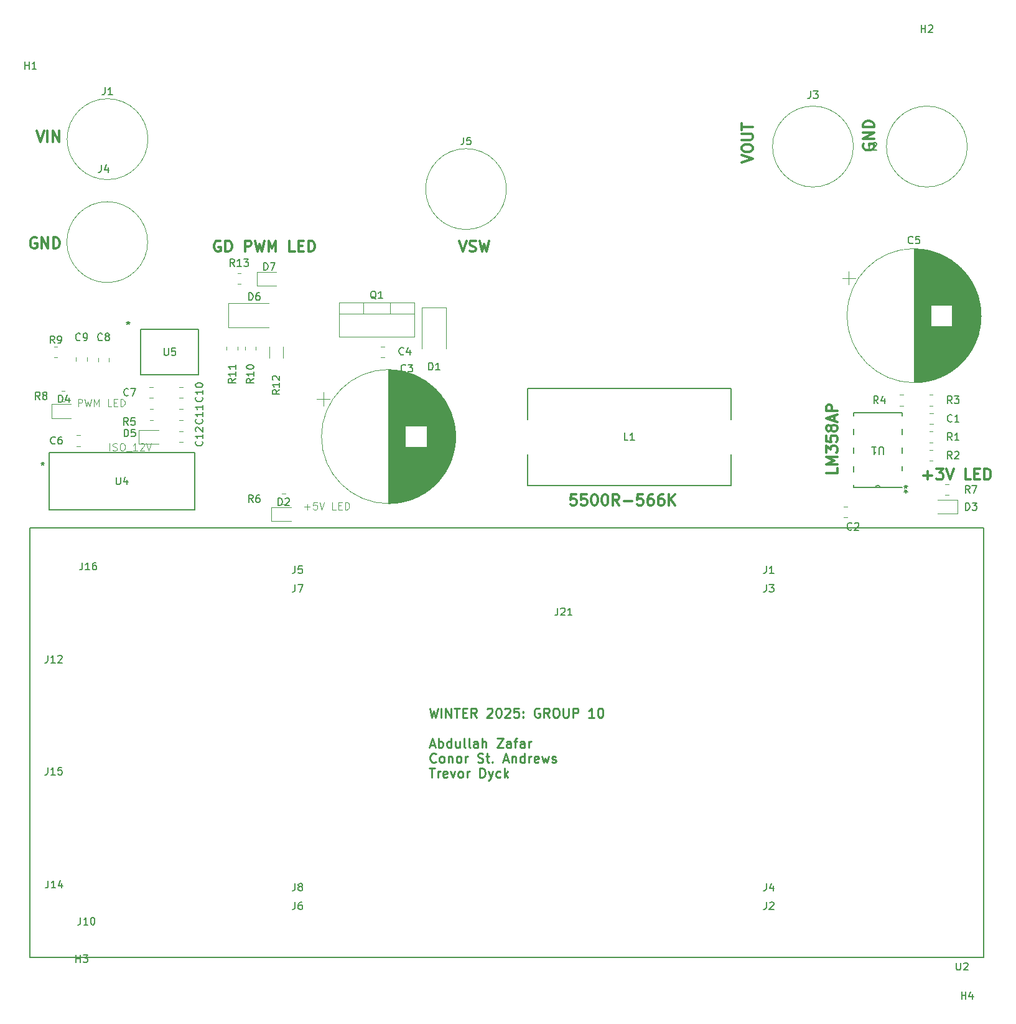
<source format=gbr>
%TF.GenerationSoftware,KiCad,Pcbnew,9.0.0*%
%TF.CreationDate,2025-03-06T09:36:57-05:00*%
%TF.ProjectId,PCB_Tutorial_Lect,5043425f-5475-4746-9f72-69616c5f4c65,rev?*%
%TF.SameCoordinates,Original*%
%TF.FileFunction,Legend,Top*%
%TF.FilePolarity,Positive*%
%FSLAX46Y46*%
G04 Gerber Fmt 4.6, Leading zero omitted, Abs format (unit mm)*
G04 Created by KiCad (PCBNEW 9.0.0) date 2025-03-06 09:36:57*
%MOMM*%
%LPD*%
G01*
G04 APERTURE LIST*
%ADD10C,0.100000*%
%ADD11C,0.300000*%
%ADD12C,0.254000*%
%ADD13C,0.150000*%
%ADD14C,0.120000*%
%ADD15C,0.152400*%
%ADD16C,0.127000*%
G04 APERTURE END LIST*
D10*
X82803884Y-97991466D02*
X83565789Y-97991466D01*
X83184836Y-98372419D02*
X83184836Y-97610514D01*
X84518169Y-97372419D02*
X84041979Y-97372419D01*
X84041979Y-97372419D02*
X83994360Y-97848609D01*
X83994360Y-97848609D02*
X84041979Y-97800990D01*
X84041979Y-97800990D02*
X84137217Y-97753371D01*
X84137217Y-97753371D02*
X84375312Y-97753371D01*
X84375312Y-97753371D02*
X84470550Y-97800990D01*
X84470550Y-97800990D02*
X84518169Y-97848609D01*
X84518169Y-97848609D02*
X84565788Y-97943847D01*
X84565788Y-97943847D02*
X84565788Y-98181942D01*
X84565788Y-98181942D02*
X84518169Y-98277180D01*
X84518169Y-98277180D02*
X84470550Y-98324800D01*
X84470550Y-98324800D02*
X84375312Y-98372419D01*
X84375312Y-98372419D02*
X84137217Y-98372419D01*
X84137217Y-98372419D02*
X84041979Y-98324800D01*
X84041979Y-98324800D02*
X83994360Y-98277180D01*
X84851503Y-97372419D02*
X85184836Y-98372419D01*
X85184836Y-98372419D02*
X85518169Y-97372419D01*
X87089598Y-98372419D02*
X86613408Y-98372419D01*
X86613408Y-98372419D02*
X86613408Y-97372419D01*
X87422932Y-97848609D02*
X87756265Y-97848609D01*
X87899122Y-98372419D02*
X87422932Y-98372419D01*
X87422932Y-98372419D02*
X87422932Y-97372419D01*
X87422932Y-97372419D02*
X87899122Y-97372419D01*
X88327694Y-98372419D02*
X88327694Y-97372419D01*
X88327694Y-97372419D02*
X88565789Y-97372419D01*
X88565789Y-97372419D02*
X88708646Y-97420038D01*
X88708646Y-97420038D02*
X88803884Y-97515276D01*
X88803884Y-97515276D02*
X88851503Y-97610514D01*
X88851503Y-97610514D02*
X88899122Y-97800990D01*
X88899122Y-97800990D02*
X88899122Y-97943847D01*
X88899122Y-97943847D02*
X88851503Y-98134323D01*
X88851503Y-98134323D02*
X88803884Y-98229561D01*
X88803884Y-98229561D02*
X88708646Y-98324800D01*
X88708646Y-98324800D02*
X88565789Y-98372419D01*
X88565789Y-98372419D02*
X88327694Y-98372419D01*
D11*
X103840225Y-61800828D02*
X104340225Y-63300828D01*
X104340225Y-63300828D02*
X104840225Y-61800828D01*
X105268796Y-63229400D02*
X105483082Y-63300828D01*
X105483082Y-63300828D02*
X105840224Y-63300828D01*
X105840224Y-63300828D02*
X105983082Y-63229400D01*
X105983082Y-63229400D02*
X106054510Y-63157971D01*
X106054510Y-63157971D02*
X106125939Y-63015114D01*
X106125939Y-63015114D02*
X106125939Y-62872257D01*
X106125939Y-62872257D02*
X106054510Y-62729400D01*
X106054510Y-62729400D02*
X105983082Y-62657971D01*
X105983082Y-62657971D02*
X105840224Y-62586542D01*
X105840224Y-62586542D02*
X105554510Y-62515114D01*
X105554510Y-62515114D02*
X105411653Y-62443685D01*
X105411653Y-62443685D02*
X105340224Y-62372257D01*
X105340224Y-62372257D02*
X105268796Y-62229400D01*
X105268796Y-62229400D02*
X105268796Y-62086542D01*
X105268796Y-62086542D02*
X105340224Y-61943685D01*
X105340224Y-61943685D02*
X105411653Y-61872257D01*
X105411653Y-61872257D02*
X105554510Y-61800828D01*
X105554510Y-61800828D02*
X105911653Y-61800828D01*
X105911653Y-61800828D02*
X106125939Y-61872257D01*
X106625938Y-61800828D02*
X106983081Y-63300828D01*
X106983081Y-63300828D02*
X107268795Y-62229400D01*
X107268795Y-62229400D02*
X107554510Y-63300828D01*
X107554510Y-63300828D02*
X107911653Y-61800828D01*
X167054510Y-93729400D02*
X168197368Y-93729400D01*
X167625939Y-94300828D02*
X167625939Y-93157971D01*
X168768796Y-92800828D02*
X169697368Y-92800828D01*
X169697368Y-92800828D02*
X169197368Y-93372257D01*
X169197368Y-93372257D02*
X169411653Y-93372257D01*
X169411653Y-93372257D02*
X169554511Y-93443685D01*
X169554511Y-93443685D02*
X169625939Y-93515114D01*
X169625939Y-93515114D02*
X169697368Y-93657971D01*
X169697368Y-93657971D02*
X169697368Y-94015114D01*
X169697368Y-94015114D02*
X169625939Y-94157971D01*
X169625939Y-94157971D02*
X169554511Y-94229400D01*
X169554511Y-94229400D02*
X169411653Y-94300828D01*
X169411653Y-94300828D02*
X168983082Y-94300828D01*
X168983082Y-94300828D02*
X168840225Y-94229400D01*
X168840225Y-94229400D02*
X168768796Y-94157971D01*
X170125939Y-92800828D02*
X170625939Y-94300828D01*
X170625939Y-94300828D02*
X171125939Y-92800828D01*
X173483081Y-94300828D02*
X172768795Y-94300828D01*
X172768795Y-94300828D02*
X172768795Y-92800828D01*
X173983081Y-93515114D02*
X174483081Y-93515114D01*
X174697367Y-94300828D02*
X173983081Y-94300828D01*
X173983081Y-94300828D02*
X173983081Y-92800828D01*
X173983081Y-92800828D02*
X174697367Y-92800828D01*
X175340224Y-94300828D02*
X175340224Y-92800828D01*
X175340224Y-92800828D02*
X175697367Y-92800828D01*
X175697367Y-92800828D02*
X175911653Y-92872257D01*
X175911653Y-92872257D02*
X176054510Y-93015114D01*
X176054510Y-93015114D02*
X176125939Y-93157971D01*
X176125939Y-93157971D02*
X176197367Y-93443685D01*
X176197367Y-93443685D02*
X176197367Y-93657971D01*
X176197367Y-93657971D02*
X176125939Y-93943685D01*
X176125939Y-93943685D02*
X176054510Y-94086542D01*
X176054510Y-94086542D02*
X175911653Y-94229400D01*
X175911653Y-94229400D02*
X175697367Y-94300828D01*
X175697367Y-94300828D02*
X175340224Y-94300828D01*
D10*
X56303884Y-90372419D02*
X56303884Y-89372419D01*
X56732455Y-90324800D02*
X56875312Y-90372419D01*
X56875312Y-90372419D02*
X57113407Y-90372419D01*
X57113407Y-90372419D02*
X57208645Y-90324800D01*
X57208645Y-90324800D02*
X57256264Y-90277180D01*
X57256264Y-90277180D02*
X57303883Y-90181942D01*
X57303883Y-90181942D02*
X57303883Y-90086704D01*
X57303883Y-90086704D02*
X57256264Y-89991466D01*
X57256264Y-89991466D02*
X57208645Y-89943847D01*
X57208645Y-89943847D02*
X57113407Y-89896228D01*
X57113407Y-89896228D02*
X56922931Y-89848609D01*
X56922931Y-89848609D02*
X56827693Y-89800990D01*
X56827693Y-89800990D02*
X56780074Y-89753371D01*
X56780074Y-89753371D02*
X56732455Y-89658133D01*
X56732455Y-89658133D02*
X56732455Y-89562895D01*
X56732455Y-89562895D02*
X56780074Y-89467657D01*
X56780074Y-89467657D02*
X56827693Y-89420038D01*
X56827693Y-89420038D02*
X56922931Y-89372419D01*
X56922931Y-89372419D02*
X57161026Y-89372419D01*
X57161026Y-89372419D02*
X57303883Y-89420038D01*
X57922931Y-89372419D02*
X58113407Y-89372419D01*
X58113407Y-89372419D02*
X58208645Y-89420038D01*
X58208645Y-89420038D02*
X58303883Y-89515276D01*
X58303883Y-89515276D02*
X58351502Y-89705752D01*
X58351502Y-89705752D02*
X58351502Y-90039085D01*
X58351502Y-90039085D02*
X58303883Y-90229561D01*
X58303883Y-90229561D02*
X58208645Y-90324800D01*
X58208645Y-90324800D02*
X58113407Y-90372419D01*
X58113407Y-90372419D02*
X57922931Y-90372419D01*
X57922931Y-90372419D02*
X57827693Y-90324800D01*
X57827693Y-90324800D02*
X57732455Y-90229561D01*
X57732455Y-90229561D02*
X57684836Y-90039085D01*
X57684836Y-90039085D02*
X57684836Y-89705752D01*
X57684836Y-89705752D02*
X57732455Y-89515276D01*
X57732455Y-89515276D02*
X57827693Y-89420038D01*
X57827693Y-89420038D02*
X57922931Y-89372419D01*
X58541979Y-90467657D02*
X59303883Y-90467657D01*
X60065788Y-90372419D02*
X59494360Y-90372419D01*
X59780074Y-90372419D02*
X59780074Y-89372419D01*
X59780074Y-89372419D02*
X59684836Y-89515276D01*
X59684836Y-89515276D02*
X59589598Y-89610514D01*
X59589598Y-89610514D02*
X59494360Y-89658133D01*
X60446741Y-89467657D02*
X60494360Y-89420038D01*
X60494360Y-89420038D02*
X60589598Y-89372419D01*
X60589598Y-89372419D02*
X60827693Y-89372419D01*
X60827693Y-89372419D02*
X60922931Y-89420038D01*
X60922931Y-89420038D02*
X60970550Y-89467657D01*
X60970550Y-89467657D02*
X61018169Y-89562895D01*
X61018169Y-89562895D02*
X61018169Y-89658133D01*
X61018169Y-89658133D02*
X60970550Y-89800990D01*
X60970550Y-89800990D02*
X60399122Y-90372419D01*
X60399122Y-90372419D02*
X61018169Y-90372419D01*
X61303884Y-89372419D02*
X61637217Y-90372419D01*
X61637217Y-90372419D02*
X61970550Y-89372419D01*
D11*
X142300828Y-51159774D02*
X143800828Y-50659774D01*
X143800828Y-50659774D02*
X142300828Y-50159774D01*
X142300828Y-49374060D02*
X142300828Y-49088346D01*
X142300828Y-49088346D02*
X142372257Y-48945489D01*
X142372257Y-48945489D02*
X142515114Y-48802632D01*
X142515114Y-48802632D02*
X142800828Y-48731203D01*
X142800828Y-48731203D02*
X143300828Y-48731203D01*
X143300828Y-48731203D02*
X143586542Y-48802632D01*
X143586542Y-48802632D02*
X143729400Y-48945489D01*
X143729400Y-48945489D02*
X143800828Y-49088346D01*
X143800828Y-49088346D02*
X143800828Y-49374060D01*
X143800828Y-49374060D02*
X143729400Y-49516918D01*
X143729400Y-49516918D02*
X143586542Y-49659775D01*
X143586542Y-49659775D02*
X143300828Y-49731203D01*
X143300828Y-49731203D02*
X142800828Y-49731203D01*
X142800828Y-49731203D02*
X142515114Y-49659775D01*
X142515114Y-49659775D02*
X142372257Y-49516918D01*
X142372257Y-49516918D02*
X142300828Y-49374060D01*
X142300828Y-48088346D02*
X143515114Y-48088346D01*
X143515114Y-48088346D02*
X143657971Y-48016917D01*
X143657971Y-48016917D02*
X143729400Y-47945489D01*
X143729400Y-47945489D02*
X143800828Y-47802631D01*
X143800828Y-47802631D02*
X143800828Y-47516917D01*
X143800828Y-47516917D02*
X143729400Y-47374060D01*
X143729400Y-47374060D02*
X143657971Y-47302631D01*
X143657971Y-47302631D02*
X143515114Y-47231203D01*
X143515114Y-47231203D02*
X142300828Y-47231203D01*
X142300828Y-46731202D02*
X142300828Y-45874060D01*
X143800828Y-46302631D02*
X142300828Y-46302631D01*
X46340225Y-46854828D02*
X46840225Y-48354828D01*
X46840225Y-48354828D02*
X47340225Y-46854828D01*
X47840224Y-48354828D02*
X47840224Y-46854828D01*
X48554510Y-48354828D02*
X48554510Y-46854828D01*
X48554510Y-46854828D02*
X49411653Y-48354828D01*
X49411653Y-48354828D02*
X49411653Y-46854828D01*
D12*
X99848533Y-125382852D02*
X100150914Y-126652852D01*
X100150914Y-126652852D02*
X100392819Y-125745709D01*
X100392819Y-125745709D02*
X100634724Y-126652852D01*
X100634724Y-126652852D02*
X100937105Y-125382852D01*
X101420914Y-126652852D02*
X101420914Y-125382852D01*
X102025676Y-126652852D02*
X102025676Y-125382852D01*
X102025676Y-125382852D02*
X102751391Y-126652852D01*
X102751391Y-126652852D02*
X102751391Y-125382852D01*
X103174724Y-125382852D02*
X103900438Y-125382852D01*
X103537581Y-126652852D02*
X103537581Y-125382852D01*
X104323771Y-125987614D02*
X104747105Y-125987614D01*
X104928533Y-126652852D02*
X104323771Y-126652852D01*
X104323771Y-126652852D02*
X104323771Y-125382852D01*
X104323771Y-125382852D02*
X104928533Y-125382852D01*
X106198534Y-126652852D02*
X105775200Y-126048090D01*
X105472819Y-126652852D02*
X105472819Y-125382852D01*
X105472819Y-125382852D02*
X105956629Y-125382852D01*
X105956629Y-125382852D02*
X106077581Y-125443328D01*
X106077581Y-125443328D02*
X106138058Y-125503804D01*
X106138058Y-125503804D02*
X106198534Y-125624756D01*
X106198534Y-125624756D02*
X106198534Y-125806185D01*
X106198534Y-125806185D02*
X106138058Y-125927137D01*
X106138058Y-125927137D02*
X106077581Y-125987614D01*
X106077581Y-125987614D02*
X105956629Y-126048090D01*
X105956629Y-126048090D02*
X105472819Y-126048090D01*
X107649962Y-125503804D02*
X107710438Y-125443328D01*
X107710438Y-125443328D02*
X107831391Y-125382852D01*
X107831391Y-125382852D02*
X108133772Y-125382852D01*
X108133772Y-125382852D02*
X108254724Y-125443328D01*
X108254724Y-125443328D02*
X108315200Y-125503804D01*
X108315200Y-125503804D02*
X108375677Y-125624756D01*
X108375677Y-125624756D02*
X108375677Y-125745709D01*
X108375677Y-125745709D02*
X108315200Y-125927137D01*
X108315200Y-125927137D02*
X107589486Y-126652852D01*
X107589486Y-126652852D02*
X108375677Y-126652852D01*
X109161867Y-125382852D02*
X109282820Y-125382852D01*
X109282820Y-125382852D02*
X109403772Y-125443328D01*
X109403772Y-125443328D02*
X109464248Y-125503804D01*
X109464248Y-125503804D02*
X109524724Y-125624756D01*
X109524724Y-125624756D02*
X109585201Y-125866661D01*
X109585201Y-125866661D02*
X109585201Y-126169042D01*
X109585201Y-126169042D02*
X109524724Y-126410947D01*
X109524724Y-126410947D02*
X109464248Y-126531899D01*
X109464248Y-126531899D02*
X109403772Y-126592376D01*
X109403772Y-126592376D02*
X109282820Y-126652852D01*
X109282820Y-126652852D02*
X109161867Y-126652852D01*
X109161867Y-126652852D02*
X109040915Y-126592376D01*
X109040915Y-126592376D02*
X108980439Y-126531899D01*
X108980439Y-126531899D02*
X108919962Y-126410947D01*
X108919962Y-126410947D02*
X108859486Y-126169042D01*
X108859486Y-126169042D02*
X108859486Y-125866661D01*
X108859486Y-125866661D02*
X108919962Y-125624756D01*
X108919962Y-125624756D02*
X108980439Y-125503804D01*
X108980439Y-125503804D02*
X109040915Y-125443328D01*
X109040915Y-125443328D02*
X109161867Y-125382852D01*
X110069010Y-125503804D02*
X110129486Y-125443328D01*
X110129486Y-125443328D02*
X110250439Y-125382852D01*
X110250439Y-125382852D02*
X110552820Y-125382852D01*
X110552820Y-125382852D02*
X110673772Y-125443328D01*
X110673772Y-125443328D02*
X110734248Y-125503804D01*
X110734248Y-125503804D02*
X110794725Y-125624756D01*
X110794725Y-125624756D02*
X110794725Y-125745709D01*
X110794725Y-125745709D02*
X110734248Y-125927137D01*
X110734248Y-125927137D02*
X110008534Y-126652852D01*
X110008534Y-126652852D02*
X110794725Y-126652852D01*
X111943772Y-125382852D02*
X111339010Y-125382852D01*
X111339010Y-125382852D02*
X111278534Y-125987614D01*
X111278534Y-125987614D02*
X111339010Y-125927137D01*
X111339010Y-125927137D02*
X111459963Y-125866661D01*
X111459963Y-125866661D02*
X111762344Y-125866661D01*
X111762344Y-125866661D02*
X111883296Y-125927137D01*
X111883296Y-125927137D02*
X111943772Y-125987614D01*
X111943772Y-125987614D02*
X112004249Y-126108566D01*
X112004249Y-126108566D02*
X112004249Y-126410947D01*
X112004249Y-126410947D02*
X111943772Y-126531899D01*
X111943772Y-126531899D02*
X111883296Y-126592376D01*
X111883296Y-126592376D02*
X111762344Y-126652852D01*
X111762344Y-126652852D02*
X111459963Y-126652852D01*
X111459963Y-126652852D02*
X111339010Y-126592376D01*
X111339010Y-126592376D02*
X111278534Y-126531899D01*
X112548534Y-126531899D02*
X112609011Y-126592376D01*
X112609011Y-126592376D02*
X112548534Y-126652852D01*
X112548534Y-126652852D02*
X112488058Y-126592376D01*
X112488058Y-126592376D02*
X112548534Y-126531899D01*
X112548534Y-126531899D02*
X112548534Y-126652852D01*
X112548534Y-125866661D02*
X112609011Y-125927137D01*
X112609011Y-125927137D02*
X112548534Y-125987614D01*
X112548534Y-125987614D02*
X112488058Y-125927137D01*
X112488058Y-125927137D02*
X112548534Y-125866661D01*
X112548534Y-125866661D02*
X112548534Y-125987614D01*
X114786154Y-125443328D02*
X114665201Y-125382852D01*
X114665201Y-125382852D02*
X114483773Y-125382852D01*
X114483773Y-125382852D02*
X114302344Y-125443328D01*
X114302344Y-125443328D02*
X114181392Y-125564280D01*
X114181392Y-125564280D02*
X114120915Y-125685233D01*
X114120915Y-125685233D02*
X114060439Y-125927137D01*
X114060439Y-125927137D02*
X114060439Y-126108566D01*
X114060439Y-126108566D02*
X114120915Y-126350471D01*
X114120915Y-126350471D02*
X114181392Y-126471423D01*
X114181392Y-126471423D02*
X114302344Y-126592376D01*
X114302344Y-126592376D02*
X114483773Y-126652852D01*
X114483773Y-126652852D02*
X114604725Y-126652852D01*
X114604725Y-126652852D02*
X114786154Y-126592376D01*
X114786154Y-126592376D02*
X114846630Y-126531899D01*
X114846630Y-126531899D02*
X114846630Y-126108566D01*
X114846630Y-126108566D02*
X114604725Y-126108566D01*
X116116630Y-126652852D02*
X115693296Y-126048090D01*
X115390915Y-126652852D02*
X115390915Y-125382852D01*
X115390915Y-125382852D02*
X115874725Y-125382852D01*
X115874725Y-125382852D02*
X115995677Y-125443328D01*
X115995677Y-125443328D02*
X116056154Y-125503804D01*
X116056154Y-125503804D02*
X116116630Y-125624756D01*
X116116630Y-125624756D02*
X116116630Y-125806185D01*
X116116630Y-125806185D02*
X116056154Y-125927137D01*
X116056154Y-125927137D02*
X115995677Y-125987614D01*
X115995677Y-125987614D02*
X115874725Y-126048090D01*
X115874725Y-126048090D02*
X115390915Y-126048090D01*
X116902820Y-125382852D02*
X117144725Y-125382852D01*
X117144725Y-125382852D02*
X117265677Y-125443328D01*
X117265677Y-125443328D02*
X117386630Y-125564280D01*
X117386630Y-125564280D02*
X117447106Y-125806185D01*
X117447106Y-125806185D02*
X117447106Y-126229518D01*
X117447106Y-126229518D02*
X117386630Y-126471423D01*
X117386630Y-126471423D02*
X117265677Y-126592376D01*
X117265677Y-126592376D02*
X117144725Y-126652852D01*
X117144725Y-126652852D02*
X116902820Y-126652852D01*
X116902820Y-126652852D02*
X116781868Y-126592376D01*
X116781868Y-126592376D02*
X116660915Y-126471423D01*
X116660915Y-126471423D02*
X116600439Y-126229518D01*
X116600439Y-126229518D02*
X116600439Y-125806185D01*
X116600439Y-125806185D02*
X116660915Y-125564280D01*
X116660915Y-125564280D02*
X116781868Y-125443328D01*
X116781868Y-125443328D02*
X116902820Y-125382852D01*
X117991391Y-125382852D02*
X117991391Y-126410947D01*
X117991391Y-126410947D02*
X118051868Y-126531899D01*
X118051868Y-126531899D02*
X118112344Y-126592376D01*
X118112344Y-126592376D02*
X118233296Y-126652852D01*
X118233296Y-126652852D02*
X118475201Y-126652852D01*
X118475201Y-126652852D02*
X118596153Y-126592376D01*
X118596153Y-126592376D02*
X118656630Y-126531899D01*
X118656630Y-126531899D02*
X118717106Y-126410947D01*
X118717106Y-126410947D02*
X118717106Y-125382852D01*
X119321867Y-126652852D02*
X119321867Y-125382852D01*
X119321867Y-125382852D02*
X119805677Y-125382852D01*
X119805677Y-125382852D02*
X119926629Y-125443328D01*
X119926629Y-125443328D02*
X119987106Y-125503804D01*
X119987106Y-125503804D02*
X120047582Y-125624756D01*
X120047582Y-125624756D02*
X120047582Y-125806185D01*
X120047582Y-125806185D02*
X119987106Y-125927137D01*
X119987106Y-125927137D02*
X119926629Y-125987614D01*
X119926629Y-125987614D02*
X119805677Y-126048090D01*
X119805677Y-126048090D02*
X119321867Y-126048090D01*
X122224725Y-126652852D02*
X121499010Y-126652852D01*
X121861867Y-126652852D02*
X121861867Y-125382852D01*
X121861867Y-125382852D02*
X121740915Y-125564280D01*
X121740915Y-125564280D02*
X121619963Y-125685233D01*
X121619963Y-125685233D02*
X121499010Y-125745709D01*
X123010915Y-125382852D02*
X123131868Y-125382852D01*
X123131868Y-125382852D02*
X123252820Y-125443328D01*
X123252820Y-125443328D02*
X123313296Y-125503804D01*
X123313296Y-125503804D02*
X123373772Y-125624756D01*
X123373772Y-125624756D02*
X123434249Y-125866661D01*
X123434249Y-125866661D02*
X123434249Y-126169042D01*
X123434249Y-126169042D02*
X123373772Y-126410947D01*
X123373772Y-126410947D02*
X123313296Y-126531899D01*
X123313296Y-126531899D02*
X123252820Y-126592376D01*
X123252820Y-126592376D02*
X123131868Y-126652852D01*
X123131868Y-126652852D02*
X123010915Y-126652852D01*
X123010915Y-126652852D02*
X122889963Y-126592376D01*
X122889963Y-126592376D02*
X122829487Y-126531899D01*
X122829487Y-126531899D02*
X122769010Y-126410947D01*
X122769010Y-126410947D02*
X122708534Y-126169042D01*
X122708534Y-126169042D02*
X122708534Y-125866661D01*
X122708534Y-125866661D02*
X122769010Y-125624756D01*
X122769010Y-125624756D02*
X122829487Y-125503804D01*
X122829487Y-125503804D02*
X122889963Y-125443328D01*
X122889963Y-125443328D02*
X123010915Y-125382852D01*
X99909009Y-130379253D02*
X100513771Y-130379253D01*
X99788057Y-130742110D02*
X100211390Y-129472110D01*
X100211390Y-129472110D02*
X100634724Y-130742110D01*
X101058056Y-130742110D02*
X101058056Y-129472110D01*
X101058056Y-129955919D02*
X101179009Y-129895443D01*
X101179009Y-129895443D02*
X101420914Y-129895443D01*
X101420914Y-129895443D02*
X101541866Y-129955919D01*
X101541866Y-129955919D02*
X101602342Y-130016395D01*
X101602342Y-130016395D02*
X101662818Y-130137348D01*
X101662818Y-130137348D02*
X101662818Y-130500205D01*
X101662818Y-130500205D02*
X101602342Y-130621157D01*
X101602342Y-130621157D02*
X101541866Y-130681634D01*
X101541866Y-130681634D02*
X101420914Y-130742110D01*
X101420914Y-130742110D02*
X101179009Y-130742110D01*
X101179009Y-130742110D02*
X101058056Y-130681634D01*
X102751390Y-130742110D02*
X102751390Y-129472110D01*
X102751390Y-130681634D02*
X102630438Y-130742110D01*
X102630438Y-130742110D02*
X102388533Y-130742110D01*
X102388533Y-130742110D02*
X102267581Y-130681634D01*
X102267581Y-130681634D02*
X102207104Y-130621157D01*
X102207104Y-130621157D02*
X102146628Y-130500205D01*
X102146628Y-130500205D02*
X102146628Y-130137348D01*
X102146628Y-130137348D02*
X102207104Y-130016395D01*
X102207104Y-130016395D02*
X102267581Y-129955919D01*
X102267581Y-129955919D02*
X102388533Y-129895443D01*
X102388533Y-129895443D02*
X102630438Y-129895443D01*
X102630438Y-129895443D02*
X102751390Y-129955919D01*
X103900438Y-129895443D02*
X103900438Y-130742110D01*
X103356152Y-129895443D02*
X103356152Y-130560681D01*
X103356152Y-130560681D02*
X103416629Y-130681634D01*
X103416629Y-130681634D02*
X103537581Y-130742110D01*
X103537581Y-130742110D02*
X103719010Y-130742110D01*
X103719010Y-130742110D02*
X103839962Y-130681634D01*
X103839962Y-130681634D02*
X103900438Y-130621157D01*
X104686629Y-130742110D02*
X104565677Y-130681634D01*
X104565677Y-130681634D02*
X104505200Y-130560681D01*
X104505200Y-130560681D02*
X104505200Y-129472110D01*
X105351867Y-130742110D02*
X105230915Y-130681634D01*
X105230915Y-130681634D02*
X105170438Y-130560681D01*
X105170438Y-130560681D02*
X105170438Y-129472110D01*
X106379962Y-130742110D02*
X106379962Y-130076872D01*
X106379962Y-130076872D02*
X106319486Y-129955919D01*
X106319486Y-129955919D02*
X106198534Y-129895443D01*
X106198534Y-129895443D02*
X105956629Y-129895443D01*
X105956629Y-129895443D02*
X105835676Y-129955919D01*
X106379962Y-130681634D02*
X106259010Y-130742110D01*
X106259010Y-130742110D02*
X105956629Y-130742110D01*
X105956629Y-130742110D02*
X105835676Y-130681634D01*
X105835676Y-130681634D02*
X105775200Y-130560681D01*
X105775200Y-130560681D02*
X105775200Y-130439729D01*
X105775200Y-130439729D02*
X105835676Y-130318776D01*
X105835676Y-130318776D02*
X105956629Y-130258300D01*
X105956629Y-130258300D02*
X106259010Y-130258300D01*
X106259010Y-130258300D02*
X106379962Y-130197824D01*
X106984724Y-130742110D02*
X106984724Y-129472110D01*
X107529010Y-130742110D02*
X107529010Y-130076872D01*
X107529010Y-130076872D02*
X107468534Y-129955919D01*
X107468534Y-129955919D02*
X107347582Y-129895443D01*
X107347582Y-129895443D02*
X107166153Y-129895443D01*
X107166153Y-129895443D02*
X107045201Y-129955919D01*
X107045201Y-129955919D02*
X106984724Y-130016395D01*
X108980439Y-129472110D02*
X109827106Y-129472110D01*
X109827106Y-129472110D02*
X108980439Y-130742110D01*
X108980439Y-130742110D02*
X109827106Y-130742110D01*
X110855201Y-130742110D02*
X110855201Y-130076872D01*
X110855201Y-130076872D02*
X110794725Y-129955919D01*
X110794725Y-129955919D02*
X110673773Y-129895443D01*
X110673773Y-129895443D02*
X110431868Y-129895443D01*
X110431868Y-129895443D02*
X110310915Y-129955919D01*
X110855201Y-130681634D02*
X110734249Y-130742110D01*
X110734249Y-130742110D02*
X110431868Y-130742110D01*
X110431868Y-130742110D02*
X110310915Y-130681634D01*
X110310915Y-130681634D02*
X110250439Y-130560681D01*
X110250439Y-130560681D02*
X110250439Y-130439729D01*
X110250439Y-130439729D02*
X110310915Y-130318776D01*
X110310915Y-130318776D02*
X110431868Y-130258300D01*
X110431868Y-130258300D02*
X110734249Y-130258300D01*
X110734249Y-130258300D02*
X110855201Y-130197824D01*
X111278535Y-129895443D02*
X111762344Y-129895443D01*
X111459963Y-130742110D02*
X111459963Y-129653538D01*
X111459963Y-129653538D02*
X111520440Y-129532586D01*
X111520440Y-129532586D02*
X111641392Y-129472110D01*
X111641392Y-129472110D02*
X111762344Y-129472110D01*
X112729963Y-130742110D02*
X112729963Y-130076872D01*
X112729963Y-130076872D02*
X112669487Y-129955919D01*
X112669487Y-129955919D02*
X112548535Y-129895443D01*
X112548535Y-129895443D02*
X112306630Y-129895443D01*
X112306630Y-129895443D02*
X112185677Y-129955919D01*
X112729963Y-130681634D02*
X112609011Y-130742110D01*
X112609011Y-130742110D02*
X112306630Y-130742110D01*
X112306630Y-130742110D02*
X112185677Y-130681634D01*
X112185677Y-130681634D02*
X112125201Y-130560681D01*
X112125201Y-130560681D02*
X112125201Y-130439729D01*
X112125201Y-130439729D02*
X112185677Y-130318776D01*
X112185677Y-130318776D02*
X112306630Y-130258300D01*
X112306630Y-130258300D02*
X112609011Y-130258300D01*
X112609011Y-130258300D02*
X112729963Y-130197824D01*
X113334725Y-130742110D02*
X113334725Y-129895443D01*
X113334725Y-130137348D02*
X113395202Y-130016395D01*
X113395202Y-130016395D02*
X113455678Y-129955919D01*
X113455678Y-129955919D02*
X113576630Y-129895443D01*
X113576630Y-129895443D02*
X113697583Y-129895443D01*
X100695200Y-132665786D02*
X100634724Y-132726263D01*
X100634724Y-132726263D02*
X100453295Y-132786739D01*
X100453295Y-132786739D02*
X100332343Y-132786739D01*
X100332343Y-132786739D02*
X100150914Y-132726263D01*
X100150914Y-132726263D02*
X100029962Y-132605310D01*
X100029962Y-132605310D02*
X99969485Y-132484358D01*
X99969485Y-132484358D02*
X99909009Y-132242453D01*
X99909009Y-132242453D02*
X99909009Y-132061024D01*
X99909009Y-132061024D02*
X99969485Y-131819120D01*
X99969485Y-131819120D02*
X100029962Y-131698167D01*
X100029962Y-131698167D02*
X100150914Y-131577215D01*
X100150914Y-131577215D02*
X100332343Y-131516739D01*
X100332343Y-131516739D02*
X100453295Y-131516739D01*
X100453295Y-131516739D02*
X100634724Y-131577215D01*
X100634724Y-131577215D02*
X100695200Y-131637691D01*
X101420914Y-132786739D02*
X101299962Y-132726263D01*
X101299962Y-132726263D02*
X101239485Y-132665786D01*
X101239485Y-132665786D02*
X101179009Y-132544834D01*
X101179009Y-132544834D02*
X101179009Y-132181977D01*
X101179009Y-132181977D02*
X101239485Y-132061024D01*
X101239485Y-132061024D02*
X101299962Y-132000548D01*
X101299962Y-132000548D02*
X101420914Y-131940072D01*
X101420914Y-131940072D02*
X101602343Y-131940072D01*
X101602343Y-131940072D02*
X101723295Y-132000548D01*
X101723295Y-132000548D02*
X101783771Y-132061024D01*
X101783771Y-132061024D02*
X101844247Y-132181977D01*
X101844247Y-132181977D02*
X101844247Y-132544834D01*
X101844247Y-132544834D02*
X101783771Y-132665786D01*
X101783771Y-132665786D02*
X101723295Y-132726263D01*
X101723295Y-132726263D02*
X101602343Y-132786739D01*
X101602343Y-132786739D02*
X101420914Y-132786739D01*
X102388533Y-131940072D02*
X102388533Y-132786739D01*
X102388533Y-132061024D02*
X102449010Y-132000548D01*
X102449010Y-132000548D02*
X102569962Y-131940072D01*
X102569962Y-131940072D02*
X102751391Y-131940072D01*
X102751391Y-131940072D02*
X102872343Y-132000548D01*
X102872343Y-132000548D02*
X102932819Y-132121501D01*
X102932819Y-132121501D02*
X102932819Y-132786739D01*
X103719010Y-132786739D02*
X103598058Y-132726263D01*
X103598058Y-132726263D02*
X103537581Y-132665786D01*
X103537581Y-132665786D02*
X103477105Y-132544834D01*
X103477105Y-132544834D02*
X103477105Y-132181977D01*
X103477105Y-132181977D02*
X103537581Y-132061024D01*
X103537581Y-132061024D02*
X103598058Y-132000548D01*
X103598058Y-132000548D02*
X103719010Y-131940072D01*
X103719010Y-131940072D02*
X103900439Y-131940072D01*
X103900439Y-131940072D02*
X104021391Y-132000548D01*
X104021391Y-132000548D02*
X104081867Y-132061024D01*
X104081867Y-132061024D02*
X104142343Y-132181977D01*
X104142343Y-132181977D02*
X104142343Y-132544834D01*
X104142343Y-132544834D02*
X104081867Y-132665786D01*
X104081867Y-132665786D02*
X104021391Y-132726263D01*
X104021391Y-132726263D02*
X103900439Y-132786739D01*
X103900439Y-132786739D02*
X103719010Y-132786739D01*
X104686629Y-132786739D02*
X104686629Y-131940072D01*
X104686629Y-132181977D02*
X104747106Y-132061024D01*
X104747106Y-132061024D02*
X104807582Y-132000548D01*
X104807582Y-132000548D02*
X104928534Y-131940072D01*
X104928534Y-131940072D02*
X105049487Y-131940072D01*
X106379962Y-132726263D02*
X106561391Y-132786739D01*
X106561391Y-132786739D02*
X106863772Y-132786739D01*
X106863772Y-132786739D02*
X106984724Y-132726263D01*
X106984724Y-132726263D02*
X107045200Y-132665786D01*
X107045200Y-132665786D02*
X107105677Y-132544834D01*
X107105677Y-132544834D02*
X107105677Y-132423882D01*
X107105677Y-132423882D02*
X107045200Y-132302929D01*
X107045200Y-132302929D02*
X106984724Y-132242453D01*
X106984724Y-132242453D02*
X106863772Y-132181977D01*
X106863772Y-132181977D02*
X106621867Y-132121501D01*
X106621867Y-132121501D02*
X106500915Y-132061024D01*
X106500915Y-132061024D02*
X106440438Y-132000548D01*
X106440438Y-132000548D02*
X106379962Y-131879596D01*
X106379962Y-131879596D02*
X106379962Y-131758643D01*
X106379962Y-131758643D02*
X106440438Y-131637691D01*
X106440438Y-131637691D02*
X106500915Y-131577215D01*
X106500915Y-131577215D02*
X106621867Y-131516739D01*
X106621867Y-131516739D02*
X106924248Y-131516739D01*
X106924248Y-131516739D02*
X107105677Y-131577215D01*
X107468534Y-131940072D02*
X107952343Y-131940072D01*
X107649962Y-131516739D02*
X107649962Y-132605310D01*
X107649962Y-132605310D02*
X107710439Y-132726263D01*
X107710439Y-132726263D02*
X107831391Y-132786739D01*
X107831391Y-132786739D02*
X107952343Y-132786739D01*
X108375676Y-132665786D02*
X108436153Y-132726263D01*
X108436153Y-132726263D02*
X108375676Y-132786739D01*
X108375676Y-132786739D02*
X108315200Y-132726263D01*
X108315200Y-132726263D02*
X108375676Y-132665786D01*
X108375676Y-132665786D02*
X108375676Y-132786739D01*
X109887581Y-132423882D02*
X110492343Y-132423882D01*
X109766629Y-132786739D02*
X110189962Y-131516739D01*
X110189962Y-131516739D02*
X110613296Y-132786739D01*
X111036628Y-131940072D02*
X111036628Y-132786739D01*
X111036628Y-132061024D02*
X111097105Y-132000548D01*
X111097105Y-132000548D02*
X111218057Y-131940072D01*
X111218057Y-131940072D02*
X111399486Y-131940072D01*
X111399486Y-131940072D02*
X111520438Y-132000548D01*
X111520438Y-132000548D02*
X111580914Y-132121501D01*
X111580914Y-132121501D02*
X111580914Y-132786739D01*
X112729962Y-132786739D02*
X112729962Y-131516739D01*
X112729962Y-132726263D02*
X112609010Y-132786739D01*
X112609010Y-132786739D02*
X112367105Y-132786739D01*
X112367105Y-132786739D02*
X112246153Y-132726263D01*
X112246153Y-132726263D02*
X112185676Y-132665786D01*
X112185676Y-132665786D02*
X112125200Y-132544834D01*
X112125200Y-132544834D02*
X112125200Y-132181977D01*
X112125200Y-132181977D02*
X112185676Y-132061024D01*
X112185676Y-132061024D02*
X112246153Y-132000548D01*
X112246153Y-132000548D02*
X112367105Y-131940072D01*
X112367105Y-131940072D02*
X112609010Y-131940072D01*
X112609010Y-131940072D02*
X112729962Y-132000548D01*
X113334724Y-132786739D02*
X113334724Y-131940072D01*
X113334724Y-132181977D02*
X113395201Y-132061024D01*
X113395201Y-132061024D02*
X113455677Y-132000548D01*
X113455677Y-132000548D02*
X113576629Y-131940072D01*
X113576629Y-131940072D02*
X113697582Y-131940072D01*
X114604724Y-132726263D02*
X114483772Y-132786739D01*
X114483772Y-132786739D02*
X114241867Y-132786739D01*
X114241867Y-132786739D02*
X114120914Y-132726263D01*
X114120914Y-132726263D02*
X114060438Y-132605310D01*
X114060438Y-132605310D02*
X114060438Y-132121501D01*
X114060438Y-132121501D02*
X114120914Y-132000548D01*
X114120914Y-132000548D02*
X114241867Y-131940072D01*
X114241867Y-131940072D02*
X114483772Y-131940072D01*
X114483772Y-131940072D02*
X114604724Y-132000548D01*
X114604724Y-132000548D02*
X114665200Y-132121501D01*
X114665200Y-132121501D02*
X114665200Y-132242453D01*
X114665200Y-132242453D02*
X114060438Y-132363405D01*
X115088533Y-131940072D02*
X115330438Y-132786739D01*
X115330438Y-132786739D02*
X115572343Y-132181977D01*
X115572343Y-132181977D02*
X115814247Y-132786739D01*
X115814247Y-132786739D02*
X116056152Y-131940072D01*
X116479485Y-132726263D02*
X116600438Y-132786739D01*
X116600438Y-132786739D02*
X116842342Y-132786739D01*
X116842342Y-132786739D02*
X116963295Y-132726263D01*
X116963295Y-132726263D02*
X117023771Y-132605310D01*
X117023771Y-132605310D02*
X117023771Y-132544834D01*
X117023771Y-132544834D02*
X116963295Y-132423882D01*
X116963295Y-132423882D02*
X116842342Y-132363405D01*
X116842342Y-132363405D02*
X116660914Y-132363405D01*
X116660914Y-132363405D02*
X116539961Y-132302929D01*
X116539961Y-132302929D02*
X116479485Y-132181977D01*
X116479485Y-132181977D02*
X116479485Y-132121501D01*
X116479485Y-132121501D02*
X116539961Y-132000548D01*
X116539961Y-132000548D02*
X116660914Y-131940072D01*
X116660914Y-131940072D02*
X116842342Y-131940072D01*
X116842342Y-131940072D02*
X116963295Y-132000548D01*
X99788057Y-133561368D02*
X100513771Y-133561368D01*
X100150914Y-134831368D02*
X100150914Y-133561368D01*
X100937104Y-134831368D02*
X100937104Y-133984701D01*
X100937104Y-134226606D02*
X100997581Y-134105653D01*
X100997581Y-134105653D02*
X101058057Y-134045177D01*
X101058057Y-134045177D02*
X101179009Y-133984701D01*
X101179009Y-133984701D02*
X101299962Y-133984701D01*
X102207104Y-134770892D02*
X102086152Y-134831368D01*
X102086152Y-134831368D02*
X101844247Y-134831368D01*
X101844247Y-134831368D02*
X101723294Y-134770892D01*
X101723294Y-134770892D02*
X101662818Y-134649939D01*
X101662818Y-134649939D02*
X101662818Y-134166130D01*
X101662818Y-134166130D02*
X101723294Y-134045177D01*
X101723294Y-134045177D02*
X101844247Y-133984701D01*
X101844247Y-133984701D02*
X102086152Y-133984701D01*
X102086152Y-133984701D02*
X102207104Y-134045177D01*
X102207104Y-134045177D02*
X102267580Y-134166130D01*
X102267580Y-134166130D02*
X102267580Y-134287082D01*
X102267580Y-134287082D02*
X101662818Y-134408034D01*
X102690913Y-133984701D02*
X102993294Y-134831368D01*
X102993294Y-134831368D02*
X103295675Y-133984701D01*
X103960913Y-134831368D02*
X103839961Y-134770892D01*
X103839961Y-134770892D02*
X103779484Y-134710415D01*
X103779484Y-134710415D02*
X103719008Y-134589463D01*
X103719008Y-134589463D02*
X103719008Y-134226606D01*
X103719008Y-134226606D02*
X103779484Y-134105653D01*
X103779484Y-134105653D02*
X103839961Y-134045177D01*
X103839961Y-134045177D02*
X103960913Y-133984701D01*
X103960913Y-133984701D02*
X104142342Y-133984701D01*
X104142342Y-133984701D02*
X104263294Y-134045177D01*
X104263294Y-134045177D02*
X104323770Y-134105653D01*
X104323770Y-134105653D02*
X104384246Y-134226606D01*
X104384246Y-134226606D02*
X104384246Y-134589463D01*
X104384246Y-134589463D02*
X104323770Y-134710415D01*
X104323770Y-134710415D02*
X104263294Y-134770892D01*
X104263294Y-134770892D02*
X104142342Y-134831368D01*
X104142342Y-134831368D02*
X103960913Y-134831368D01*
X104928532Y-134831368D02*
X104928532Y-133984701D01*
X104928532Y-134226606D02*
X104989009Y-134105653D01*
X104989009Y-134105653D02*
X105049485Y-134045177D01*
X105049485Y-134045177D02*
X105170437Y-133984701D01*
X105170437Y-133984701D02*
X105291390Y-133984701D01*
X106682341Y-134831368D02*
X106682341Y-133561368D01*
X106682341Y-133561368D02*
X106984722Y-133561368D01*
X106984722Y-133561368D02*
X107166151Y-133621844D01*
X107166151Y-133621844D02*
X107287103Y-133742796D01*
X107287103Y-133742796D02*
X107347580Y-133863749D01*
X107347580Y-133863749D02*
X107408056Y-134105653D01*
X107408056Y-134105653D02*
X107408056Y-134287082D01*
X107408056Y-134287082D02*
X107347580Y-134528987D01*
X107347580Y-134528987D02*
X107287103Y-134649939D01*
X107287103Y-134649939D02*
X107166151Y-134770892D01*
X107166151Y-134770892D02*
X106984722Y-134831368D01*
X106984722Y-134831368D02*
X106682341Y-134831368D01*
X107831389Y-133984701D02*
X108133770Y-134831368D01*
X108436151Y-133984701D02*
X108133770Y-134831368D01*
X108133770Y-134831368D02*
X108012818Y-135133749D01*
X108012818Y-135133749D02*
X107952341Y-135194225D01*
X107952341Y-135194225D02*
X107831389Y-135254701D01*
X109464246Y-134770892D02*
X109343294Y-134831368D01*
X109343294Y-134831368D02*
X109101389Y-134831368D01*
X109101389Y-134831368D02*
X108980437Y-134770892D01*
X108980437Y-134770892D02*
X108919960Y-134710415D01*
X108919960Y-134710415D02*
X108859484Y-134589463D01*
X108859484Y-134589463D02*
X108859484Y-134226606D01*
X108859484Y-134226606D02*
X108919960Y-134105653D01*
X108919960Y-134105653D02*
X108980437Y-134045177D01*
X108980437Y-134045177D02*
X109101389Y-133984701D01*
X109101389Y-133984701D02*
X109343294Y-133984701D01*
X109343294Y-133984701D02*
X109464246Y-134045177D01*
X110008531Y-134831368D02*
X110008531Y-133561368D01*
X110129484Y-134347558D02*
X110492341Y-134831368D01*
X110492341Y-133984701D02*
X110008531Y-134468511D01*
D11*
X155300828Y-92731203D02*
X155300828Y-93445489D01*
X155300828Y-93445489D02*
X153800828Y-93445489D01*
X155300828Y-92231203D02*
X153800828Y-92231203D01*
X153800828Y-92231203D02*
X154872257Y-91731203D01*
X154872257Y-91731203D02*
X153800828Y-91231203D01*
X153800828Y-91231203D02*
X155300828Y-91231203D01*
X153800828Y-90659774D02*
X153800828Y-89731202D01*
X153800828Y-89731202D02*
X154372257Y-90231202D01*
X154372257Y-90231202D02*
X154372257Y-90016917D01*
X154372257Y-90016917D02*
X154443685Y-89874060D01*
X154443685Y-89874060D02*
X154515114Y-89802631D01*
X154515114Y-89802631D02*
X154657971Y-89731202D01*
X154657971Y-89731202D02*
X155015114Y-89731202D01*
X155015114Y-89731202D02*
X155157971Y-89802631D01*
X155157971Y-89802631D02*
X155229400Y-89874060D01*
X155229400Y-89874060D02*
X155300828Y-90016917D01*
X155300828Y-90016917D02*
X155300828Y-90445488D01*
X155300828Y-90445488D02*
X155229400Y-90588345D01*
X155229400Y-90588345D02*
X155157971Y-90659774D01*
X153800828Y-88374060D02*
X153800828Y-89088346D01*
X153800828Y-89088346D02*
X154515114Y-89159774D01*
X154515114Y-89159774D02*
X154443685Y-89088346D01*
X154443685Y-89088346D02*
X154372257Y-88945489D01*
X154372257Y-88945489D02*
X154372257Y-88588346D01*
X154372257Y-88588346D02*
X154443685Y-88445489D01*
X154443685Y-88445489D02*
X154515114Y-88374060D01*
X154515114Y-88374060D02*
X154657971Y-88302631D01*
X154657971Y-88302631D02*
X155015114Y-88302631D01*
X155015114Y-88302631D02*
X155157971Y-88374060D01*
X155157971Y-88374060D02*
X155229400Y-88445489D01*
X155229400Y-88445489D02*
X155300828Y-88588346D01*
X155300828Y-88588346D02*
X155300828Y-88945489D01*
X155300828Y-88945489D02*
X155229400Y-89088346D01*
X155229400Y-89088346D02*
X155157971Y-89159774D01*
X154443685Y-87445489D02*
X154372257Y-87588346D01*
X154372257Y-87588346D02*
X154300828Y-87659775D01*
X154300828Y-87659775D02*
X154157971Y-87731203D01*
X154157971Y-87731203D02*
X154086542Y-87731203D01*
X154086542Y-87731203D02*
X153943685Y-87659775D01*
X153943685Y-87659775D02*
X153872257Y-87588346D01*
X153872257Y-87588346D02*
X153800828Y-87445489D01*
X153800828Y-87445489D02*
X153800828Y-87159775D01*
X153800828Y-87159775D02*
X153872257Y-87016918D01*
X153872257Y-87016918D02*
X153943685Y-86945489D01*
X153943685Y-86945489D02*
X154086542Y-86874060D01*
X154086542Y-86874060D02*
X154157971Y-86874060D01*
X154157971Y-86874060D02*
X154300828Y-86945489D01*
X154300828Y-86945489D02*
X154372257Y-87016918D01*
X154372257Y-87016918D02*
X154443685Y-87159775D01*
X154443685Y-87159775D02*
X154443685Y-87445489D01*
X154443685Y-87445489D02*
X154515114Y-87588346D01*
X154515114Y-87588346D02*
X154586542Y-87659775D01*
X154586542Y-87659775D02*
X154729400Y-87731203D01*
X154729400Y-87731203D02*
X155015114Y-87731203D01*
X155015114Y-87731203D02*
X155157971Y-87659775D01*
X155157971Y-87659775D02*
X155229400Y-87588346D01*
X155229400Y-87588346D02*
X155300828Y-87445489D01*
X155300828Y-87445489D02*
X155300828Y-87159775D01*
X155300828Y-87159775D02*
X155229400Y-87016918D01*
X155229400Y-87016918D02*
X155157971Y-86945489D01*
X155157971Y-86945489D02*
X155015114Y-86874060D01*
X155015114Y-86874060D02*
X154729400Y-86874060D01*
X154729400Y-86874060D02*
X154586542Y-86945489D01*
X154586542Y-86945489D02*
X154515114Y-87016918D01*
X154515114Y-87016918D02*
X154443685Y-87159775D01*
X154872257Y-86302632D02*
X154872257Y-85588347D01*
X155300828Y-86445489D02*
X153800828Y-85945489D01*
X153800828Y-85945489D02*
X155300828Y-85445489D01*
X155300828Y-84945490D02*
X153800828Y-84945490D01*
X153800828Y-84945490D02*
X153800828Y-84374061D01*
X153800828Y-84374061D02*
X153872257Y-84231204D01*
X153872257Y-84231204D02*
X153943685Y-84159775D01*
X153943685Y-84159775D02*
X154086542Y-84088347D01*
X154086542Y-84088347D02*
X154300828Y-84088347D01*
X154300828Y-84088347D02*
X154443685Y-84159775D01*
X154443685Y-84159775D02*
X154515114Y-84231204D01*
X154515114Y-84231204D02*
X154586542Y-84374061D01*
X154586542Y-84374061D02*
X154586542Y-84945490D01*
X119768796Y-96300828D02*
X119054510Y-96300828D01*
X119054510Y-96300828D02*
X118983082Y-97015114D01*
X118983082Y-97015114D02*
X119054510Y-96943685D01*
X119054510Y-96943685D02*
X119197368Y-96872257D01*
X119197368Y-96872257D02*
X119554510Y-96872257D01*
X119554510Y-96872257D02*
X119697368Y-96943685D01*
X119697368Y-96943685D02*
X119768796Y-97015114D01*
X119768796Y-97015114D02*
X119840225Y-97157971D01*
X119840225Y-97157971D02*
X119840225Y-97515114D01*
X119840225Y-97515114D02*
X119768796Y-97657971D01*
X119768796Y-97657971D02*
X119697368Y-97729400D01*
X119697368Y-97729400D02*
X119554510Y-97800828D01*
X119554510Y-97800828D02*
X119197368Y-97800828D01*
X119197368Y-97800828D02*
X119054510Y-97729400D01*
X119054510Y-97729400D02*
X118983082Y-97657971D01*
X121197367Y-96300828D02*
X120483081Y-96300828D01*
X120483081Y-96300828D02*
X120411653Y-97015114D01*
X120411653Y-97015114D02*
X120483081Y-96943685D01*
X120483081Y-96943685D02*
X120625939Y-96872257D01*
X120625939Y-96872257D02*
X120983081Y-96872257D01*
X120983081Y-96872257D02*
X121125939Y-96943685D01*
X121125939Y-96943685D02*
X121197367Y-97015114D01*
X121197367Y-97015114D02*
X121268796Y-97157971D01*
X121268796Y-97157971D02*
X121268796Y-97515114D01*
X121268796Y-97515114D02*
X121197367Y-97657971D01*
X121197367Y-97657971D02*
X121125939Y-97729400D01*
X121125939Y-97729400D02*
X120983081Y-97800828D01*
X120983081Y-97800828D02*
X120625939Y-97800828D01*
X120625939Y-97800828D02*
X120483081Y-97729400D01*
X120483081Y-97729400D02*
X120411653Y-97657971D01*
X122197367Y-96300828D02*
X122340224Y-96300828D01*
X122340224Y-96300828D02*
X122483081Y-96372257D01*
X122483081Y-96372257D02*
X122554510Y-96443685D01*
X122554510Y-96443685D02*
X122625938Y-96586542D01*
X122625938Y-96586542D02*
X122697367Y-96872257D01*
X122697367Y-96872257D02*
X122697367Y-97229400D01*
X122697367Y-97229400D02*
X122625938Y-97515114D01*
X122625938Y-97515114D02*
X122554510Y-97657971D01*
X122554510Y-97657971D02*
X122483081Y-97729400D01*
X122483081Y-97729400D02*
X122340224Y-97800828D01*
X122340224Y-97800828D02*
X122197367Y-97800828D01*
X122197367Y-97800828D02*
X122054510Y-97729400D01*
X122054510Y-97729400D02*
X121983081Y-97657971D01*
X121983081Y-97657971D02*
X121911652Y-97515114D01*
X121911652Y-97515114D02*
X121840224Y-97229400D01*
X121840224Y-97229400D02*
X121840224Y-96872257D01*
X121840224Y-96872257D02*
X121911652Y-96586542D01*
X121911652Y-96586542D02*
X121983081Y-96443685D01*
X121983081Y-96443685D02*
X122054510Y-96372257D01*
X122054510Y-96372257D02*
X122197367Y-96300828D01*
X123625938Y-96300828D02*
X123768795Y-96300828D01*
X123768795Y-96300828D02*
X123911652Y-96372257D01*
X123911652Y-96372257D02*
X123983081Y-96443685D01*
X123983081Y-96443685D02*
X124054509Y-96586542D01*
X124054509Y-96586542D02*
X124125938Y-96872257D01*
X124125938Y-96872257D02*
X124125938Y-97229400D01*
X124125938Y-97229400D02*
X124054509Y-97515114D01*
X124054509Y-97515114D02*
X123983081Y-97657971D01*
X123983081Y-97657971D02*
X123911652Y-97729400D01*
X123911652Y-97729400D02*
X123768795Y-97800828D01*
X123768795Y-97800828D02*
X123625938Y-97800828D01*
X123625938Y-97800828D02*
X123483081Y-97729400D01*
X123483081Y-97729400D02*
X123411652Y-97657971D01*
X123411652Y-97657971D02*
X123340223Y-97515114D01*
X123340223Y-97515114D02*
X123268795Y-97229400D01*
X123268795Y-97229400D02*
X123268795Y-96872257D01*
X123268795Y-96872257D02*
X123340223Y-96586542D01*
X123340223Y-96586542D02*
X123411652Y-96443685D01*
X123411652Y-96443685D02*
X123483081Y-96372257D01*
X123483081Y-96372257D02*
X123625938Y-96300828D01*
X125625937Y-97800828D02*
X125125937Y-97086542D01*
X124768794Y-97800828D02*
X124768794Y-96300828D01*
X124768794Y-96300828D02*
X125340223Y-96300828D01*
X125340223Y-96300828D02*
X125483080Y-96372257D01*
X125483080Y-96372257D02*
X125554509Y-96443685D01*
X125554509Y-96443685D02*
X125625937Y-96586542D01*
X125625937Y-96586542D02*
X125625937Y-96800828D01*
X125625937Y-96800828D02*
X125554509Y-96943685D01*
X125554509Y-96943685D02*
X125483080Y-97015114D01*
X125483080Y-97015114D02*
X125340223Y-97086542D01*
X125340223Y-97086542D02*
X124768794Y-97086542D01*
X126268794Y-97229400D02*
X127411652Y-97229400D01*
X128840223Y-96300828D02*
X128125937Y-96300828D01*
X128125937Y-96300828D02*
X128054509Y-97015114D01*
X128054509Y-97015114D02*
X128125937Y-96943685D01*
X128125937Y-96943685D02*
X128268795Y-96872257D01*
X128268795Y-96872257D02*
X128625937Y-96872257D01*
X128625937Y-96872257D02*
X128768795Y-96943685D01*
X128768795Y-96943685D02*
X128840223Y-97015114D01*
X128840223Y-97015114D02*
X128911652Y-97157971D01*
X128911652Y-97157971D02*
X128911652Y-97515114D01*
X128911652Y-97515114D02*
X128840223Y-97657971D01*
X128840223Y-97657971D02*
X128768795Y-97729400D01*
X128768795Y-97729400D02*
X128625937Y-97800828D01*
X128625937Y-97800828D02*
X128268795Y-97800828D01*
X128268795Y-97800828D02*
X128125937Y-97729400D01*
X128125937Y-97729400D02*
X128054509Y-97657971D01*
X130197366Y-96300828D02*
X129911651Y-96300828D01*
X129911651Y-96300828D02*
X129768794Y-96372257D01*
X129768794Y-96372257D02*
X129697366Y-96443685D01*
X129697366Y-96443685D02*
X129554508Y-96657971D01*
X129554508Y-96657971D02*
X129483080Y-96943685D01*
X129483080Y-96943685D02*
X129483080Y-97515114D01*
X129483080Y-97515114D02*
X129554508Y-97657971D01*
X129554508Y-97657971D02*
X129625937Y-97729400D01*
X129625937Y-97729400D02*
X129768794Y-97800828D01*
X129768794Y-97800828D02*
X130054508Y-97800828D01*
X130054508Y-97800828D02*
X130197366Y-97729400D01*
X130197366Y-97729400D02*
X130268794Y-97657971D01*
X130268794Y-97657971D02*
X130340223Y-97515114D01*
X130340223Y-97515114D02*
X130340223Y-97157971D01*
X130340223Y-97157971D02*
X130268794Y-97015114D01*
X130268794Y-97015114D02*
X130197366Y-96943685D01*
X130197366Y-96943685D02*
X130054508Y-96872257D01*
X130054508Y-96872257D02*
X129768794Y-96872257D01*
X129768794Y-96872257D02*
X129625937Y-96943685D01*
X129625937Y-96943685D02*
X129554508Y-97015114D01*
X129554508Y-97015114D02*
X129483080Y-97157971D01*
X131625937Y-96300828D02*
X131340222Y-96300828D01*
X131340222Y-96300828D02*
X131197365Y-96372257D01*
X131197365Y-96372257D02*
X131125937Y-96443685D01*
X131125937Y-96443685D02*
X130983079Y-96657971D01*
X130983079Y-96657971D02*
X130911651Y-96943685D01*
X130911651Y-96943685D02*
X130911651Y-97515114D01*
X130911651Y-97515114D02*
X130983079Y-97657971D01*
X130983079Y-97657971D02*
X131054508Y-97729400D01*
X131054508Y-97729400D02*
X131197365Y-97800828D01*
X131197365Y-97800828D02*
X131483079Y-97800828D01*
X131483079Y-97800828D02*
X131625937Y-97729400D01*
X131625937Y-97729400D02*
X131697365Y-97657971D01*
X131697365Y-97657971D02*
X131768794Y-97515114D01*
X131768794Y-97515114D02*
X131768794Y-97157971D01*
X131768794Y-97157971D02*
X131697365Y-97015114D01*
X131697365Y-97015114D02*
X131625937Y-96943685D01*
X131625937Y-96943685D02*
X131483079Y-96872257D01*
X131483079Y-96872257D02*
X131197365Y-96872257D01*
X131197365Y-96872257D02*
X131054508Y-96943685D01*
X131054508Y-96943685D02*
X130983079Y-97015114D01*
X130983079Y-97015114D02*
X130911651Y-97157971D01*
X132411650Y-97800828D02*
X132411650Y-96300828D01*
X133268793Y-97800828D02*
X132625936Y-96943685D01*
X133268793Y-96300828D02*
X132411650Y-97157971D01*
X71340225Y-61872257D02*
X71197368Y-61800828D01*
X71197368Y-61800828D02*
X70983082Y-61800828D01*
X70983082Y-61800828D02*
X70768796Y-61872257D01*
X70768796Y-61872257D02*
X70625939Y-62015114D01*
X70625939Y-62015114D02*
X70554510Y-62157971D01*
X70554510Y-62157971D02*
X70483082Y-62443685D01*
X70483082Y-62443685D02*
X70483082Y-62657971D01*
X70483082Y-62657971D02*
X70554510Y-62943685D01*
X70554510Y-62943685D02*
X70625939Y-63086542D01*
X70625939Y-63086542D02*
X70768796Y-63229400D01*
X70768796Y-63229400D02*
X70983082Y-63300828D01*
X70983082Y-63300828D02*
X71125939Y-63300828D01*
X71125939Y-63300828D02*
X71340225Y-63229400D01*
X71340225Y-63229400D02*
X71411653Y-63157971D01*
X71411653Y-63157971D02*
X71411653Y-62657971D01*
X71411653Y-62657971D02*
X71125939Y-62657971D01*
X72054510Y-63300828D02*
X72054510Y-61800828D01*
X72054510Y-61800828D02*
X72411653Y-61800828D01*
X72411653Y-61800828D02*
X72625939Y-61872257D01*
X72625939Y-61872257D02*
X72768796Y-62015114D01*
X72768796Y-62015114D02*
X72840225Y-62157971D01*
X72840225Y-62157971D02*
X72911653Y-62443685D01*
X72911653Y-62443685D02*
X72911653Y-62657971D01*
X72911653Y-62657971D02*
X72840225Y-62943685D01*
X72840225Y-62943685D02*
X72768796Y-63086542D01*
X72768796Y-63086542D02*
X72625939Y-63229400D01*
X72625939Y-63229400D02*
X72411653Y-63300828D01*
X72411653Y-63300828D02*
X72054510Y-63300828D01*
X74697367Y-63300828D02*
X74697367Y-61800828D01*
X74697367Y-61800828D02*
X75268796Y-61800828D01*
X75268796Y-61800828D02*
X75411653Y-61872257D01*
X75411653Y-61872257D02*
X75483082Y-61943685D01*
X75483082Y-61943685D02*
X75554510Y-62086542D01*
X75554510Y-62086542D02*
X75554510Y-62300828D01*
X75554510Y-62300828D02*
X75483082Y-62443685D01*
X75483082Y-62443685D02*
X75411653Y-62515114D01*
X75411653Y-62515114D02*
X75268796Y-62586542D01*
X75268796Y-62586542D02*
X74697367Y-62586542D01*
X76054510Y-61800828D02*
X76411653Y-63300828D01*
X76411653Y-63300828D02*
X76697367Y-62229400D01*
X76697367Y-62229400D02*
X76983082Y-63300828D01*
X76983082Y-63300828D02*
X77340225Y-61800828D01*
X77911653Y-63300828D02*
X77911653Y-61800828D01*
X77911653Y-61800828D02*
X78411653Y-62872257D01*
X78411653Y-62872257D02*
X78911653Y-61800828D01*
X78911653Y-61800828D02*
X78911653Y-63300828D01*
X81483082Y-63300828D02*
X80768796Y-63300828D01*
X80768796Y-63300828D02*
X80768796Y-61800828D01*
X81983082Y-62515114D02*
X82483082Y-62515114D01*
X82697368Y-63300828D02*
X81983082Y-63300828D01*
X81983082Y-63300828D02*
X81983082Y-61800828D01*
X81983082Y-61800828D02*
X82697368Y-61800828D01*
X83340225Y-63300828D02*
X83340225Y-61800828D01*
X83340225Y-61800828D02*
X83697368Y-61800828D01*
X83697368Y-61800828D02*
X83911654Y-61872257D01*
X83911654Y-61872257D02*
X84054511Y-62015114D01*
X84054511Y-62015114D02*
X84125940Y-62157971D01*
X84125940Y-62157971D02*
X84197368Y-62443685D01*
X84197368Y-62443685D02*
X84197368Y-62657971D01*
X84197368Y-62657971D02*
X84125940Y-62943685D01*
X84125940Y-62943685D02*
X84054511Y-63086542D01*
X84054511Y-63086542D02*
X83911654Y-63229400D01*
X83911654Y-63229400D02*
X83697368Y-63300828D01*
X83697368Y-63300828D02*
X83340225Y-63300828D01*
D10*
X52015384Y-84358419D02*
X52015384Y-83358419D01*
X52015384Y-83358419D02*
X52396336Y-83358419D01*
X52396336Y-83358419D02*
X52491574Y-83406038D01*
X52491574Y-83406038D02*
X52539193Y-83453657D01*
X52539193Y-83453657D02*
X52586812Y-83548895D01*
X52586812Y-83548895D02*
X52586812Y-83691752D01*
X52586812Y-83691752D02*
X52539193Y-83786990D01*
X52539193Y-83786990D02*
X52491574Y-83834609D01*
X52491574Y-83834609D02*
X52396336Y-83882228D01*
X52396336Y-83882228D02*
X52015384Y-83882228D01*
X52920146Y-83358419D02*
X53158241Y-84358419D01*
X53158241Y-84358419D02*
X53348717Y-83644133D01*
X53348717Y-83644133D02*
X53539193Y-84358419D01*
X53539193Y-84358419D02*
X53777289Y-83358419D01*
X54158241Y-84358419D02*
X54158241Y-83358419D01*
X54158241Y-83358419D02*
X54491574Y-84072704D01*
X54491574Y-84072704D02*
X54824907Y-83358419D01*
X54824907Y-83358419D02*
X54824907Y-84358419D01*
X56539193Y-84358419D02*
X56063003Y-84358419D01*
X56063003Y-84358419D02*
X56063003Y-83358419D01*
X56872527Y-83834609D02*
X57205860Y-83834609D01*
X57348717Y-84358419D02*
X56872527Y-84358419D01*
X56872527Y-84358419D02*
X56872527Y-83358419D01*
X56872527Y-83358419D02*
X57348717Y-83358419D01*
X57777289Y-84358419D02*
X57777289Y-83358419D01*
X57777289Y-83358419D02*
X58015384Y-83358419D01*
X58015384Y-83358419D02*
X58158241Y-83406038D01*
X58158241Y-83406038D02*
X58253479Y-83501276D01*
X58253479Y-83501276D02*
X58301098Y-83596514D01*
X58301098Y-83596514D02*
X58348717Y-83786990D01*
X58348717Y-83786990D02*
X58348717Y-83929847D01*
X58348717Y-83929847D02*
X58301098Y-84120323D01*
X58301098Y-84120323D02*
X58253479Y-84215561D01*
X58253479Y-84215561D02*
X58158241Y-84310800D01*
X58158241Y-84310800D02*
X58015384Y-84358419D01*
X58015384Y-84358419D02*
X57777289Y-84358419D01*
D11*
X46340225Y-61426257D02*
X46197368Y-61354828D01*
X46197368Y-61354828D02*
X45983082Y-61354828D01*
X45983082Y-61354828D02*
X45768796Y-61426257D01*
X45768796Y-61426257D02*
X45625939Y-61569114D01*
X45625939Y-61569114D02*
X45554510Y-61711971D01*
X45554510Y-61711971D02*
X45483082Y-61997685D01*
X45483082Y-61997685D02*
X45483082Y-62211971D01*
X45483082Y-62211971D02*
X45554510Y-62497685D01*
X45554510Y-62497685D02*
X45625939Y-62640542D01*
X45625939Y-62640542D02*
X45768796Y-62783400D01*
X45768796Y-62783400D02*
X45983082Y-62854828D01*
X45983082Y-62854828D02*
X46125939Y-62854828D01*
X46125939Y-62854828D02*
X46340225Y-62783400D01*
X46340225Y-62783400D02*
X46411653Y-62711971D01*
X46411653Y-62711971D02*
X46411653Y-62211971D01*
X46411653Y-62211971D02*
X46125939Y-62211971D01*
X47054510Y-62854828D02*
X47054510Y-61354828D01*
X47054510Y-61354828D02*
X47911653Y-62854828D01*
X47911653Y-62854828D02*
X47911653Y-61354828D01*
X48625939Y-62854828D02*
X48625939Y-61354828D01*
X48625939Y-61354828D02*
X48983082Y-61354828D01*
X48983082Y-61354828D02*
X49197368Y-61426257D01*
X49197368Y-61426257D02*
X49340225Y-61569114D01*
X49340225Y-61569114D02*
X49411654Y-61711971D01*
X49411654Y-61711971D02*
X49483082Y-61997685D01*
X49483082Y-61997685D02*
X49483082Y-62211971D01*
X49483082Y-62211971D02*
X49411654Y-62497685D01*
X49411654Y-62497685D02*
X49340225Y-62640542D01*
X49340225Y-62640542D02*
X49197368Y-62783400D01*
X49197368Y-62783400D02*
X48983082Y-62854828D01*
X48983082Y-62854828D02*
X48625939Y-62854828D01*
X158872257Y-48659774D02*
X158800828Y-48802632D01*
X158800828Y-48802632D02*
X158800828Y-49016917D01*
X158800828Y-49016917D02*
X158872257Y-49231203D01*
X158872257Y-49231203D02*
X159015114Y-49374060D01*
X159015114Y-49374060D02*
X159157971Y-49445489D01*
X159157971Y-49445489D02*
X159443685Y-49516917D01*
X159443685Y-49516917D02*
X159657971Y-49516917D01*
X159657971Y-49516917D02*
X159943685Y-49445489D01*
X159943685Y-49445489D02*
X160086542Y-49374060D01*
X160086542Y-49374060D02*
X160229400Y-49231203D01*
X160229400Y-49231203D02*
X160300828Y-49016917D01*
X160300828Y-49016917D02*
X160300828Y-48874060D01*
X160300828Y-48874060D02*
X160229400Y-48659774D01*
X160229400Y-48659774D02*
X160157971Y-48588346D01*
X160157971Y-48588346D02*
X159657971Y-48588346D01*
X159657971Y-48588346D02*
X159657971Y-48874060D01*
X160300828Y-47945489D02*
X158800828Y-47945489D01*
X158800828Y-47945489D02*
X160300828Y-47088346D01*
X160300828Y-47088346D02*
X158800828Y-47088346D01*
X160300828Y-46374060D02*
X158800828Y-46374060D01*
X158800828Y-46374060D02*
X158800828Y-46016917D01*
X158800828Y-46016917D02*
X158872257Y-45802631D01*
X158872257Y-45802631D02*
X159015114Y-45659774D01*
X159015114Y-45659774D02*
X159157971Y-45588345D01*
X159157971Y-45588345D02*
X159443685Y-45516917D01*
X159443685Y-45516917D02*
X159657971Y-45516917D01*
X159657971Y-45516917D02*
X159943685Y-45588345D01*
X159943685Y-45588345D02*
X160086542Y-45659774D01*
X160086542Y-45659774D02*
X160229400Y-45802631D01*
X160229400Y-45802631D02*
X160300828Y-46016917D01*
X160300828Y-46016917D02*
X160300828Y-46374060D01*
D13*
X55666666Y-40954819D02*
X55666666Y-41669104D01*
X55666666Y-41669104D02*
X55619047Y-41811961D01*
X55619047Y-41811961D02*
X55523809Y-41907200D01*
X55523809Y-41907200D02*
X55380952Y-41954819D01*
X55380952Y-41954819D02*
X55285714Y-41954819D01*
X56666666Y-41954819D02*
X56095238Y-41954819D01*
X56380952Y-41954819D02*
X56380952Y-40954819D01*
X56380952Y-40954819D02*
X56285714Y-41097676D01*
X56285714Y-41097676D02*
X56190476Y-41192914D01*
X56190476Y-41192914D02*
X56095238Y-41240533D01*
X99725905Y-79400819D02*
X99725905Y-78400819D01*
X99725905Y-78400819D02*
X99964000Y-78400819D01*
X99964000Y-78400819D02*
X100106857Y-78448438D01*
X100106857Y-78448438D02*
X100202095Y-78543676D01*
X100202095Y-78543676D02*
X100249714Y-78638914D01*
X100249714Y-78638914D02*
X100297333Y-78829390D01*
X100297333Y-78829390D02*
X100297333Y-78972247D01*
X100297333Y-78972247D02*
X100249714Y-79162723D01*
X100249714Y-79162723D02*
X100202095Y-79257961D01*
X100202095Y-79257961D02*
X100106857Y-79353200D01*
X100106857Y-79353200D02*
X99964000Y-79400819D01*
X99964000Y-79400819D02*
X99725905Y-79400819D01*
X101249714Y-79400819D02*
X100678286Y-79400819D01*
X100964000Y-79400819D02*
X100964000Y-78400819D01*
X100964000Y-78400819D02*
X100868762Y-78543676D01*
X100868762Y-78543676D02*
X100773524Y-78638914D01*
X100773524Y-78638914D02*
X100678286Y-78686533D01*
X96569553Y-79555580D02*
X96521934Y-79603200D01*
X96521934Y-79603200D02*
X96379077Y-79650819D01*
X96379077Y-79650819D02*
X96283839Y-79650819D01*
X96283839Y-79650819D02*
X96140982Y-79603200D01*
X96140982Y-79603200D02*
X96045744Y-79507961D01*
X96045744Y-79507961D02*
X95998125Y-79412723D01*
X95998125Y-79412723D02*
X95950506Y-79222247D01*
X95950506Y-79222247D02*
X95950506Y-79079390D01*
X95950506Y-79079390D02*
X95998125Y-78888914D01*
X95998125Y-78888914D02*
X96045744Y-78793676D01*
X96045744Y-78793676D02*
X96140982Y-78698438D01*
X96140982Y-78698438D02*
X96283839Y-78650819D01*
X96283839Y-78650819D02*
X96379077Y-78650819D01*
X96379077Y-78650819D02*
X96521934Y-78698438D01*
X96521934Y-78698438D02*
X96569553Y-78746057D01*
X96902887Y-78650819D02*
X97521934Y-78650819D01*
X97521934Y-78650819D02*
X97188601Y-79031771D01*
X97188601Y-79031771D02*
X97331458Y-79031771D01*
X97331458Y-79031771D02*
X97426696Y-79079390D01*
X97426696Y-79079390D02*
X97474315Y-79127009D01*
X97474315Y-79127009D02*
X97521934Y-79222247D01*
X97521934Y-79222247D02*
X97521934Y-79460342D01*
X97521934Y-79460342D02*
X97474315Y-79555580D01*
X97474315Y-79555580D02*
X97426696Y-79603200D01*
X97426696Y-79603200D02*
X97331458Y-79650819D01*
X97331458Y-79650819D02*
X97045744Y-79650819D01*
X97045744Y-79650819D02*
X96950506Y-79603200D01*
X96950506Y-79603200D02*
X96902887Y-79555580D01*
X173324833Y-96131173D02*
X172991500Y-95654982D01*
X172753405Y-96131173D02*
X172753405Y-95131173D01*
X172753405Y-95131173D02*
X173134357Y-95131173D01*
X173134357Y-95131173D02*
X173229595Y-95178792D01*
X173229595Y-95178792D02*
X173277214Y-95226411D01*
X173277214Y-95226411D02*
X173324833Y-95321649D01*
X173324833Y-95321649D02*
X173324833Y-95464506D01*
X173324833Y-95464506D02*
X173277214Y-95559744D01*
X173277214Y-95559744D02*
X173229595Y-95607363D01*
X173229595Y-95607363D02*
X173134357Y-95654982D01*
X173134357Y-95654982D02*
X172753405Y-95654982D01*
X173658167Y-95131173D02*
X174324833Y-95131173D01*
X174324833Y-95131173D02*
X173896262Y-96131173D01*
X170920833Y-91454819D02*
X170587500Y-90978628D01*
X170349405Y-91454819D02*
X170349405Y-90454819D01*
X170349405Y-90454819D02*
X170730357Y-90454819D01*
X170730357Y-90454819D02*
X170825595Y-90502438D01*
X170825595Y-90502438D02*
X170873214Y-90550057D01*
X170873214Y-90550057D02*
X170920833Y-90645295D01*
X170920833Y-90645295D02*
X170920833Y-90788152D01*
X170920833Y-90788152D02*
X170873214Y-90883390D01*
X170873214Y-90883390D02*
X170825595Y-90931009D01*
X170825595Y-90931009D02*
X170730357Y-90978628D01*
X170730357Y-90978628D02*
X170349405Y-90978628D01*
X171301786Y-90550057D02*
X171349405Y-90502438D01*
X171349405Y-90502438D02*
X171444643Y-90454819D01*
X171444643Y-90454819D02*
X171682738Y-90454819D01*
X171682738Y-90454819D02*
X171777976Y-90502438D01*
X171777976Y-90502438D02*
X171825595Y-90550057D01*
X171825595Y-90550057D02*
X171873214Y-90645295D01*
X171873214Y-90645295D02*
X171873214Y-90740533D01*
X171873214Y-90740533D02*
X171825595Y-90883390D01*
X171825595Y-90883390D02*
X171254167Y-91454819D01*
X171254167Y-91454819D02*
X171873214Y-91454819D01*
X68863580Y-86088857D02*
X68911200Y-86136476D01*
X68911200Y-86136476D02*
X68958819Y-86279333D01*
X68958819Y-86279333D02*
X68958819Y-86374571D01*
X68958819Y-86374571D02*
X68911200Y-86517428D01*
X68911200Y-86517428D02*
X68815961Y-86612666D01*
X68815961Y-86612666D02*
X68720723Y-86660285D01*
X68720723Y-86660285D02*
X68530247Y-86707904D01*
X68530247Y-86707904D02*
X68387390Y-86707904D01*
X68387390Y-86707904D02*
X68196914Y-86660285D01*
X68196914Y-86660285D02*
X68101676Y-86612666D01*
X68101676Y-86612666D02*
X68006438Y-86517428D01*
X68006438Y-86517428D02*
X67958819Y-86374571D01*
X67958819Y-86374571D02*
X67958819Y-86279333D01*
X67958819Y-86279333D02*
X68006438Y-86136476D01*
X68006438Y-86136476D02*
X68054057Y-86088857D01*
X68958819Y-85136476D02*
X68958819Y-85707904D01*
X68958819Y-85422190D02*
X67958819Y-85422190D01*
X67958819Y-85422190D02*
X68101676Y-85517428D01*
X68101676Y-85517428D02*
X68196914Y-85612666D01*
X68196914Y-85612666D02*
X68244533Y-85707904D01*
X68958819Y-84184095D02*
X68958819Y-84755523D01*
X68958819Y-84469809D02*
X67958819Y-84469809D01*
X67958819Y-84469809D02*
X68101676Y-84565047D01*
X68101676Y-84565047D02*
X68196914Y-84660285D01*
X68196914Y-84660285D02*
X68244533Y-84755523D01*
X58261905Y-88454819D02*
X58261905Y-87454819D01*
X58261905Y-87454819D02*
X58500000Y-87454819D01*
X58500000Y-87454819D02*
X58642857Y-87502438D01*
X58642857Y-87502438D02*
X58738095Y-87597676D01*
X58738095Y-87597676D02*
X58785714Y-87692914D01*
X58785714Y-87692914D02*
X58833333Y-87883390D01*
X58833333Y-87883390D02*
X58833333Y-88026247D01*
X58833333Y-88026247D02*
X58785714Y-88216723D01*
X58785714Y-88216723D02*
X58738095Y-88311961D01*
X58738095Y-88311961D02*
X58642857Y-88407200D01*
X58642857Y-88407200D02*
X58500000Y-88454819D01*
X58500000Y-88454819D02*
X58261905Y-88454819D01*
X59738095Y-87454819D02*
X59261905Y-87454819D01*
X59261905Y-87454819D02*
X59214286Y-87931009D01*
X59214286Y-87931009D02*
X59261905Y-87883390D01*
X59261905Y-87883390D02*
X59357143Y-87835771D01*
X59357143Y-87835771D02*
X59595238Y-87835771D01*
X59595238Y-87835771D02*
X59690476Y-87883390D01*
X59690476Y-87883390D02*
X59738095Y-87931009D01*
X59738095Y-87931009D02*
X59785714Y-88026247D01*
X59785714Y-88026247D02*
X59785714Y-88264342D01*
X59785714Y-88264342D02*
X59738095Y-88359580D01*
X59738095Y-88359580D02*
X59690476Y-88407200D01*
X59690476Y-88407200D02*
X59595238Y-88454819D01*
X59595238Y-88454819D02*
X59357143Y-88454819D01*
X59357143Y-88454819D02*
X59261905Y-88407200D01*
X59261905Y-88407200D02*
X59214286Y-88359580D01*
X75918819Y-80588857D02*
X75442628Y-80922190D01*
X75918819Y-81160285D02*
X74918819Y-81160285D01*
X74918819Y-81160285D02*
X74918819Y-80779333D01*
X74918819Y-80779333D02*
X74966438Y-80684095D01*
X74966438Y-80684095D02*
X75014057Y-80636476D01*
X75014057Y-80636476D02*
X75109295Y-80588857D01*
X75109295Y-80588857D02*
X75252152Y-80588857D01*
X75252152Y-80588857D02*
X75347390Y-80636476D01*
X75347390Y-80636476D02*
X75395009Y-80684095D01*
X75395009Y-80684095D02*
X75442628Y-80779333D01*
X75442628Y-80779333D02*
X75442628Y-81160285D01*
X75918819Y-79636476D02*
X75918819Y-80207904D01*
X75918819Y-79922190D02*
X74918819Y-79922190D01*
X74918819Y-79922190D02*
X75061676Y-80017428D01*
X75061676Y-80017428D02*
X75156914Y-80112666D01*
X75156914Y-80112666D02*
X75204533Y-80207904D01*
X74918819Y-79017428D02*
X74918819Y-78922190D01*
X74918819Y-78922190D02*
X74966438Y-78826952D01*
X74966438Y-78826952D02*
X75014057Y-78779333D01*
X75014057Y-78779333D02*
X75109295Y-78731714D01*
X75109295Y-78731714D02*
X75299771Y-78684095D01*
X75299771Y-78684095D02*
X75537866Y-78684095D01*
X75537866Y-78684095D02*
X75728342Y-78731714D01*
X75728342Y-78731714D02*
X75823580Y-78779333D01*
X75823580Y-78779333D02*
X75871200Y-78826952D01*
X75871200Y-78826952D02*
X75918819Y-78922190D01*
X75918819Y-78922190D02*
X75918819Y-79017428D01*
X75918819Y-79017428D02*
X75871200Y-79112666D01*
X75871200Y-79112666D02*
X75823580Y-79160285D01*
X75823580Y-79160285D02*
X75728342Y-79207904D01*
X75728342Y-79207904D02*
X75537866Y-79255523D01*
X75537866Y-79255523D02*
X75299771Y-79255523D01*
X75299771Y-79255523D02*
X75109295Y-79207904D01*
X75109295Y-79207904D02*
X75014057Y-79160285D01*
X75014057Y-79160285D02*
X74966438Y-79112666D01*
X74966438Y-79112666D02*
X74918819Y-79017428D01*
X104451666Y-47739819D02*
X104451666Y-48454104D01*
X104451666Y-48454104D02*
X104404047Y-48596961D01*
X104404047Y-48596961D02*
X104308809Y-48692200D01*
X104308809Y-48692200D02*
X104165952Y-48739819D01*
X104165952Y-48739819D02*
X104070714Y-48739819D01*
X105404047Y-47739819D02*
X104927857Y-47739819D01*
X104927857Y-47739819D02*
X104880238Y-48216009D01*
X104880238Y-48216009D02*
X104927857Y-48168390D01*
X104927857Y-48168390D02*
X105023095Y-48120771D01*
X105023095Y-48120771D02*
X105261190Y-48120771D01*
X105261190Y-48120771D02*
X105356428Y-48168390D01*
X105356428Y-48168390D02*
X105404047Y-48216009D01*
X105404047Y-48216009D02*
X105451666Y-48311247D01*
X105451666Y-48311247D02*
X105451666Y-48549342D01*
X105451666Y-48549342D02*
X105404047Y-48644580D01*
X105404047Y-48644580D02*
X105356428Y-48692200D01*
X105356428Y-48692200D02*
X105261190Y-48739819D01*
X105261190Y-48739819D02*
X105023095Y-48739819D01*
X105023095Y-48739819D02*
X104927857Y-48692200D01*
X104927857Y-48692200D02*
X104880238Y-48644580D01*
X75225905Y-69900819D02*
X75225905Y-68900819D01*
X75225905Y-68900819D02*
X75464000Y-68900819D01*
X75464000Y-68900819D02*
X75606857Y-68948438D01*
X75606857Y-68948438D02*
X75702095Y-69043676D01*
X75702095Y-69043676D02*
X75749714Y-69138914D01*
X75749714Y-69138914D02*
X75797333Y-69329390D01*
X75797333Y-69329390D02*
X75797333Y-69472247D01*
X75797333Y-69472247D02*
X75749714Y-69662723D01*
X75749714Y-69662723D02*
X75702095Y-69757961D01*
X75702095Y-69757961D02*
X75606857Y-69853200D01*
X75606857Y-69853200D02*
X75464000Y-69900819D01*
X75464000Y-69900819D02*
X75225905Y-69900819D01*
X76654476Y-68900819D02*
X76464000Y-68900819D01*
X76464000Y-68900819D02*
X76368762Y-68948438D01*
X76368762Y-68948438D02*
X76321143Y-68996057D01*
X76321143Y-68996057D02*
X76225905Y-69138914D01*
X76225905Y-69138914D02*
X76178286Y-69329390D01*
X76178286Y-69329390D02*
X76178286Y-69710342D01*
X76178286Y-69710342D02*
X76225905Y-69805580D01*
X76225905Y-69805580D02*
X76273524Y-69853200D01*
X76273524Y-69853200D02*
X76368762Y-69900819D01*
X76368762Y-69900819D02*
X76559238Y-69900819D01*
X76559238Y-69900819D02*
X76654476Y-69853200D01*
X76654476Y-69853200D02*
X76702095Y-69805580D01*
X76702095Y-69805580D02*
X76749714Y-69710342D01*
X76749714Y-69710342D02*
X76749714Y-69472247D01*
X76749714Y-69472247D02*
X76702095Y-69377009D01*
X76702095Y-69377009D02*
X76654476Y-69329390D01*
X76654476Y-69329390D02*
X76559238Y-69281771D01*
X76559238Y-69281771D02*
X76368762Y-69281771D01*
X76368762Y-69281771D02*
X76273524Y-69329390D01*
X76273524Y-69329390D02*
X76225905Y-69377009D01*
X76225905Y-69377009D02*
X76178286Y-69472247D01*
X159666666Y-48454819D02*
X159666666Y-49169104D01*
X159666666Y-49169104D02*
X159619047Y-49311961D01*
X159619047Y-49311961D02*
X159523809Y-49407200D01*
X159523809Y-49407200D02*
X159380952Y-49454819D01*
X159380952Y-49454819D02*
X159285714Y-49454819D01*
X160095238Y-48550057D02*
X160142857Y-48502438D01*
X160142857Y-48502438D02*
X160238095Y-48454819D01*
X160238095Y-48454819D02*
X160476190Y-48454819D01*
X160476190Y-48454819D02*
X160571428Y-48502438D01*
X160571428Y-48502438D02*
X160619047Y-48550057D01*
X160619047Y-48550057D02*
X160666666Y-48645295D01*
X160666666Y-48645295D02*
X160666666Y-48740533D01*
X160666666Y-48740533D02*
X160619047Y-48883390D01*
X160619047Y-48883390D02*
X160047619Y-49454819D01*
X160047619Y-49454819D02*
X160666666Y-49454819D01*
X79225905Y-97804819D02*
X79225905Y-96804819D01*
X79225905Y-96804819D02*
X79464000Y-96804819D01*
X79464000Y-96804819D02*
X79606857Y-96852438D01*
X79606857Y-96852438D02*
X79702095Y-96947676D01*
X79702095Y-96947676D02*
X79749714Y-97042914D01*
X79749714Y-97042914D02*
X79797333Y-97233390D01*
X79797333Y-97233390D02*
X79797333Y-97376247D01*
X79797333Y-97376247D02*
X79749714Y-97566723D01*
X79749714Y-97566723D02*
X79702095Y-97661961D01*
X79702095Y-97661961D02*
X79606857Y-97757200D01*
X79606857Y-97757200D02*
X79464000Y-97804819D01*
X79464000Y-97804819D02*
X79225905Y-97804819D01*
X80178286Y-96900057D02*
X80225905Y-96852438D01*
X80225905Y-96852438D02*
X80321143Y-96804819D01*
X80321143Y-96804819D02*
X80559238Y-96804819D01*
X80559238Y-96804819D02*
X80654476Y-96852438D01*
X80654476Y-96852438D02*
X80702095Y-96900057D01*
X80702095Y-96900057D02*
X80749714Y-96995295D01*
X80749714Y-96995295D02*
X80749714Y-97090533D01*
X80749714Y-97090533D02*
X80702095Y-97233390D01*
X80702095Y-97233390D02*
X80130667Y-97804819D01*
X80130667Y-97804819D02*
X80749714Y-97804819D01*
X73418819Y-80588857D02*
X72942628Y-80922190D01*
X73418819Y-81160285D02*
X72418819Y-81160285D01*
X72418819Y-81160285D02*
X72418819Y-80779333D01*
X72418819Y-80779333D02*
X72466438Y-80684095D01*
X72466438Y-80684095D02*
X72514057Y-80636476D01*
X72514057Y-80636476D02*
X72609295Y-80588857D01*
X72609295Y-80588857D02*
X72752152Y-80588857D01*
X72752152Y-80588857D02*
X72847390Y-80636476D01*
X72847390Y-80636476D02*
X72895009Y-80684095D01*
X72895009Y-80684095D02*
X72942628Y-80779333D01*
X72942628Y-80779333D02*
X72942628Y-81160285D01*
X73418819Y-79636476D02*
X73418819Y-80207904D01*
X73418819Y-79922190D02*
X72418819Y-79922190D01*
X72418819Y-79922190D02*
X72561676Y-80017428D01*
X72561676Y-80017428D02*
X72656914Y-80112666D01*
X72656914Y-80112666D02*
X72704533Y-80207904D01*
X73418819Y-78684095D02*
X73418819Y-79255523D01*
X73418819Y-78969809D02*
X72418819Y-78969809D01*
X72418819Y-78969809D02*
X72561676Y-79065047D01*
X72561676Y-79065047D02*
X72656914Y-79160285D01*
X72656914Y-79160285D02*
X72704533Y-79255523D01*
X58847333Y-82805580D02*
X58799714Y-82853200D01*
X58799714Y-82853200D02*
X58656857Y-82900819D01*
X58656857Y-82900819D02*
X58561619Y-82900819D01*
X58561619Y-82900819D02*
X58418762Y-82853200D01*
X58418762Y-82853200D02*
X58323524Y-82757961D01*
X58323524Y-82757961D02*
X58275905Y-82662723D01*
X58275905Y-82662723D02*
X58228286Y-82472247D01*
X58228286Y-82472247D02*
X58228286Y-82329390D01*
X58228286Y-82329390D02*
X58275905Y-82138914D01*
X58275905Y-82138914D02*
X58323524Y-82043676D01*
X58323524Y-82043676D02*
X58418762Y-81948438D01*
X58418762Y-81948438D02*
X58561619Y-81900819D01*
X58561619Y-81900819D02*
X58656857Y-81900819D01*
X58656857Y-81900819D02*
X58799714Y-81948438D01*
X58799714Y-81948438D02*
X58847333Y-81996057D01*
X59180667Y-81900819D02*
X59847333Y-81900819D01*
X59847333Y-81900819D02*
X59418762Y-82900819D01*
X172761905Y-98454819D02*
X172761905Y-97454819D01*
X172761905Y-97454819D02*
X173000000Y-97454819D01*
X173000000Y-97454819D02*
X173142857Y-97502438D01*
X173142857Y-97502438D02*
X173238095Y-97597676D01*
X173238095Y-97597676D02*
X173285714Y-97692914D01*
X173285714Y-97692914D02*
X173333333Y-97883390D01*
X173333333Y-97883390D02*
X173333333Y-98026247D01*
X173333333Y-98026247D02*
X173285714Y-98216723D01*
X173285714Y-98216723D02*
X173238095Y-98311961D01*
X173238095Y-98311961D02*
X173142857Y-98407200D01*
X173142857Y-98407200D02*
X173000000Y-98454819D01*
X173000000Y-98454819D02*
X172761905Y-98454819D01*
X173666667Y-97454819D02*
X174285714Y-97454819D01*
X174285714Y-97454819D02*
X173952381Y-97835771D01*
X173952381Y-97835771D02*
X174095238Y-97835771D01*
X174095238Y-97835771D02*
X174190476Y-97883390D01*
X174190476Y-97883390D02*
X174238095Y-97931009D01*
X174238095Y-97931009D02*
X174285714Y-98026247D01*
X174285714Y-98026247D02*
X174285714Y-98264342D01*
X174285714Y-98264342D02*
X174238095Y-98359580D01*
X174238095Y-98359580D02*
X174190476Y-98407200D01*
X174190476Y-98407200D02*
X174095238Y-98454819D01*
X174095238Y-98454819D02*
X173809524Y-98454819D01*
X173809524Y-98454819D02*
X173714286Y-98407200D01*
X173714286Y-98407200D02*
X173666667Y-98359580D01*
X48797333Y-75750819D02*
X48464000Y-75274628D01*
X48225905Y-75750819D02*
X48225905Y-74750819D01*
X48225905Y-74750819D02*
X48606857Y-74750819D01*
X48606857Y-74750819D02*
X48702095Y-74798438D01*
X48702095Y-74798438D02*
X48749714Y-74846057D01*
X48749714Y-74846057D02*
X48797333Y-74941295D01*
X48797333Y-74941295D02*
X48797333Y-75084152D01*
X48797333Y-75084152D02*
X48749714Y-75179390D01*
X48749714Y-75179390D02*
X48702095Y-75227009D01*
X48702095Y-75227009D02*
X48606857Y-75274628D01*
X48606857Y-75274628D02*
X48225905Y-75274628D01*
X49273524Y-75750819D02*
X49464000Y-75750819D01*
X49464000Y-75750819D02*
X49559238Y-75703200D01*
X49559238Y-75703200D02*
X49606857Y-75655580D01*
X49606857Y-75655580D02*
X49702095Y-75512723D01*
X49702095Y-75512723D02*
X49749714Y-75322247D01*
X49749714Y-75322247D02*
X49749714Y-74941295D01*
X49749714Y-74941295D02*
X49702095Y-74846057D01*
X49702095Y-74846057D02*
X49654476Y-74798438D01*
X49654476Y-74798438D02*
X49559238Y-74750819D01*
X49559238Y-74750819D02*
X49368762Y-74750819D01*
X49368762Y-74750819D02*
X49273524Y-74798438D01*
X49273524Y-74798438D02*
X49225905Y-74846057D01*
X49225905Y-74846057D02*
X49178286Y-74941295D01*
X49178286Y-74941295D02*
X49178286Y-75179390D01*
X49178286Y-75179390D02*
X49225905Y-75274628D01*
X49225905Y-75274628D02*
X49273524Y-75322247D01*
X49273524Y-75322247D02*
X49368762Y-75369866D01*
X49368762Y-75369866D02*
X49559238Y-75369866D01*
X49559238Y-75369866D02*
X49654476Y-75322247D01*
X49654476Y-75322247D02*
X49702095Y-75274628D01*
X49702095Y-75274628D02*
X49749714Y-75179390D01*
X96297333Y-77240580D02*
X96249714Y-77288200D01*
X96249714Y-77288200D02*
X96106857Y-77335819D01*
X96106857Y-77335819D02*
X96011619Y-77335819D01*
X96011619Y-77335819D02*
X95868762Y-77288200D01*
X95868762Y-77288200D02*
X95773524Y-77192961D01*
X95773524Y-77192961D02*
X95725905Y-77097723D01*
X95725905Y-77097723D02*
X95678286Y-76907247D01*
X95678286Y-76907247D02*
X95678286Y-76764390D01*
X95678286Y-76764390D02*
X95725905Y-76573914D01*
X95725905Y-76573914D02*
X95773524Y-76478676D01*
X95773524Y-76478676D02*
X95868762Y-76383438D01*
X95868762Y-76383438D02*
X96011619Y-76335819D01*
X96011619Y-76335819D02*
X96106857Y-76335819D01*
X96106857Y-76335819D02*
X96249714Y-76383438D01*
X96249714Y-76383438D02*
X96297333Y-76431057D01*
X97154476Y-76669152D02*
X97154476Y-77335819D01*
X96916381Y-76288200D02*
X96678286Y-77002485D01*
X96678286Y-77002485D02*
X97297333Y-77002485D01*
X73258642Y-65300819D02*
X72925309Y-64824628D01*
X72687214Y-65300819D02*
X72687214Y-64300819D01*
X72687214Y-64300819D02*
X73068166Y-64300819D01*
X73068166Y-64300819D02*
X73163404Y-64348438D01*
X73163404Y-64348438D02*
X73211023Y-64396057D01*
X73211023Y-64396057D02*
X73258642Y-64491295D01*
X73258642Y-64491295D02*
X73258642Y-64634152D01*
X73258642Y-64634152D02*
X73211023Y-64729390D01*
X73211023Y-64729390D02*
X73163404Y-64777009D01*
X73163404Y-64777009D02*
X73068166Y-64824628D01*
X73068166Y-64824628D02*
X72687214Y-64824628D01*
X74211023Y-65300819D02*
X73639595Y-65300819D01*
X73925309Y-65300819D02*
X73925309Y-64300819D01*
X73925309Y-64300819D02*
X73830071Y-64443676D01*
X73830071Y-64443676D02*
X73734833Y-64538914D01*
X73734833Y-64538914D02*
X73639595Y-64586533D01*
X74544357Y-64300819D02*
X75163404Y-64300819D01*
X75163404Y-64300819D02*
X74830071Y-64681771D01*
X74830071Y-64681771D02*
X74972928Y-64681771D01*
X74972928Y-64681771D02*
X75068166Y-64729390D01*
X75068166Y-64729390D02*
X75115785Y-64777009D01*
X75115785Y-64777009D02*
X75163404Y-64872247D01*
X75163404Y-64872247D02*
X75163404Y-65110342D01*
X75163404Y-65110342D02*
X75115785Y-65205580D01*
X75115785Y-65205580D02*
X75068166Y-65253200D01*
X75068166Y-65253200D02*
X74972928Y-65300819D01*
X74972928Y-65300819D02*
X74687214Y-65300819D01*
X74687214Y-65300819D02*
X74591976Y-65253200D01*
X74591976Y-65253200D02*
X74544357Y-65205580D01*
X51738095Y-159954819D02*
X51738095Y-158954819D01*
X51738095Y-159431009D02*
X52309523Y-159431009D01*
X52309523Y-159954819D02*
X52309523Y-158954819D01*
X52690476Y-158954819D02*
X53309523Y-158954819D01*
X53309523Y-158954819D02*
X52976190Y-159335771D01*
X52976190Y-159335771D02*
X53119047Y-159335771D01*
X53119047Y-159335771D02*
X53214285Y-159383390D01*
X53214285Y-159383390D02*
X53261904Y-159431009D01*
X53261904Y-159431009D02*
X53309523Y-159526247D01*
X53309523Y-159526247D02*
X53309523Y-159764342D01*
X53309523Y-159764342D02*
X53261904Y-159859580D01*
X53261904Y-159859580D02*
X53214285Y-159907200D01*
X53214285Y-159907200D02*
X53119047Y-159954819D01*
X53119047Y-159954819D02*
X52833333Y-159954819D01*
X52833333Y-159954819D02*
X52738095Y-159907200D01*
X52738095Y-159907200D02*
X52690476Y-159859580D01*
X52297333Y-75305580D02*
X52249714Y-75353200D01*
X52249714Y-75353200D02*
X52106857Y-75400819D01*
X52106857Y-75400819D02*
X52011619Y-75400819D01*
X52011619Y-75400819D02*
X51868762Y-75353200D01*
X51868762Y-75353200D02*
X51773524Y-75257961D01*
X51773524Y-75257961D02*
X51725905Y-75162723D01*
X51725905Y-75162723D02*
X51678286Y-74972247D01*
X51678286Y-74972247D02*
X51678286Y-74829390D01*
X51678286Y-74829390D02*
X51725905Y-74638914D01*
X51725905Y-74638914D02*
X51773524Y-74543676D01*
X51773524Y-74543676D02*
X51868762Y-74448438D01*
X51868762Y-74448438D02*
X52011619Y-74400819D01*
X52011619Y-74400819D02*
X52106857Y-74400819D01*
X52106857Y-74400819D02*
X52249714Y-74448438D01*
X52249714Y-74448438D02*
X52297333Y-74496057D01*
X52773524Y-75400819D02*
X52964000Y-75400819D01*
X52964000Y-75400819D02*
X53059238Y-75353200D01*
X53059238Y-75353200D02*
X53106857Y-75305580D01*
X53106857Y-75305580D02*
X53202095Y-75162723D01*
X53202095Y-75162723D02*
X53249714Y-74972247D01*
X53249714Y-74972247D02*
X53249714Y-74591295D01*
X53249714Y-74591295D02*
X53202095Y-74496057D01*
X53202095Y-74496057D02*
X53154476Y-74448438D01*
X53154476Y-74448438D02*
X53059238Y-74400819D01*
X53059238Y-74400819D02*
X52868762Y-74400819D01*
X52868762Y-74400819D02*
X52773524Y-74448438D01*
X52773524Y-74448438D02*
X52725905Y-74496057D01*
X52725905Y-74496057D02*
X52678286Y-74591295D01*
X52678286Y-74591295D02*
X52678286Y-74829390D01*
X52678286Y-74829390D02*
X52725905Y-74924628D01*
X52725905Y-74924628D02*
X52773524Y-74972247D01*
X52773524Y-74972247D02*
X52868762Y-75019866D01*
X52868762Y-75019866D02*
X53059238Y-75019866D01*
X53059238Y-75019866D02*
X53154476Y-74972247D01*
X53154476Y-74972247D02*
X53202095Y-74924628D01*
X53202095Y-74924628D02*
X53249714Y-74829390D01*
X172238095Y-164954819D02*
X172238095Y-163954819D01*
X172238095Y-164431009D02*
X172809523Y-164431009D01*
X172809523Y-164954819D02*
X172809523Y-163954819D01*
X173714285Y-164288152D02*
X173714285Y-164954819D01*
X173476190Y-163907200D02*
X173238095Y-164621485D01*
X173238095Y-164621485D02*
X173857142Y-164621485D01*
X165583333Y-62109580D02*
X165535714Y-62157200D01*
X165535714Y-62157200D02*
X165392857Y-62204819D01*
X165392857Y-62204819D02*
X165297619Y-62204819D01*
X165297619Y-62204819D02*
X165154762Y-62157200D01*
X165154762Y-62157200D02*
X165059524Y-62061961D01*
X165059524Y-62061961D02*
X165011905Y-61966723D01*
X165011905Y-61966723D02*
X164964286Y-61776247D01*
X164964286Y-61776247D02*
X164964286Y-61633390D01*
X164964286Y-61633390D02*
X165011905Y-61442914D01*
X165011905Y-61442914D02*
X165059524Y-61347676D01*
X165059524Y-61347676D02*
X165154762Y-61252438D01*
X165154762Y-61252438D02*
X165297619Y-61204819D01*
X165297619Y-61204819D02*
X165392857Y-61204819D01*
X165392857Y-61204819D02*
X165535714Y-61252438D01*
X165535714Y-61252438D02*
X165583333Y-61300057D01*
X166488095Y-61204819D02*
X166011905Y-61204819D01*
X166011905Y-61204819D02*
X165964286Y-61681009D01*
X165964286Y-61681009D02*
X166011905Y-61633390D01*
X166011905Y-61633390D02*
X166107143Y-61585771D01*
X166107143Y-61585771D02*
X166345238Y-61585771D01*
X166345238Y-61585771D02*
X166440476Y-61633390D01*
X166440476Y-61633390D02*
X166488095Y-61681009D01*
X166488095Y-61681009D02*
X166535714Y-61776247D01*
X166535714Y-61776247D02*
X166535714Y-62014342D01*
X166535714Y-62014342D02*
X166488095Y-62109580D01*
X166488095Y-62109580D02*
X166440476Y-62157200D01*
X166440476Y-62157200D02*
X166345238Y-62204819D01*
X166345238Y-62204819D02*
X166107143Y-62204819D01*
X166107143Y-62204819D02*
X166011905Y-62157200D01*
X166011905Y-62157200D02*
X165964286Y-62109580D01*
X49324405Y-83804819D02*
X49324405Y-82804819D01*
X49324405Y-82804819D02*
X49562500Y-82804819D01*
X49562500Y-82804819D02*
X49705357Y-82852438D01*
X49705357Y-82852438D02*
X49800595Y-82947676D01*
X49800595Y-82947676D02*
X49848214Y-83042914D01*
X49848214Y-83042914D02*
X49895833Y-83233390D01*
X49895833Y-83233390D02*
X49895833Y-83376247D01*
X49895833Y-83376247D02*
X49848214Y-83566723D01*
X49848214Y-83566723D02*
X49800595Y-83661961D01*
X49800595Y-83661961D02*
X49705357Y-83757200D01*
X49705357Y-83757200D02*
X49562500Y-83804819D01*
X49562500Y-83804819D02*
X49324405Y-83804819D01*
X50752976Y-83138152D02*
X50752976Y-83804819D01*
X50514881Y-82757200D02*
X50276786Y-83471485D01*
X50276786Y-83471485D02*
X50895833Y-83471485D01*
X77261905Y-65804819D02*
X77261905Y-64804819D01*
X77261905Y-64804819D02*
X77500000Y-64804819D01*
X77500000Y-64804819D02*
X77642857Y-64852438D01*
X77642857Y-64852438D02*
X77738095Y-64947676D01*
X77738095Y-64947676D02*
X77785714Y-65042914D01*
X77785714Y-65042914D02*
X77833333Y-65233390D01*
X77833333Y-65233390D02*
X77833333Y-65376247D01*
X77833333Y-65376247D02*
X77785714Y-65566723D01*
X77785714Y-65566723D02*
X77738095Y-65661961D01*
X77738095Y-65661961D02*
X77642857Y-65757200D01*
X77642857Y-65757200D02*
X77500000Y-65804819D01*
X77500000Y-65804819D02*
X77261905Y-65804819D01*
X78166667Y-64804819D02*
X78833333Y-64804819D01*
X78833333Y-64804819D02*
X78404762Y-65804819D01*
X170920833Y-88954819D02*
X170587500Y-88478628D01*
X170349405Y-88954819D02*
X170349405Y-87954819D01*
X170349405Y-87954819D02*
X170730357Y-87954819D01*
X170730357Y-87954819D02*
X170825595Y-88002438D01*
X170825595Y-88002438D02*
X170873214Y-88050057D01*
X170873214Y-88050057D02*
X170920833Y-88145295D01*
X170920833Y-88145295D02*
X170920833Y-88288152D01*
X170920833Y-88288152D02*
X170873214Y-88383390D01*
X170873214Y-88383390D02*
X170825595Y-88431009D01*
X170825595Y-88431009D02*
X170730357Y-88478628D01*
X170730357Y-88478628D02*
X170349405Y-88478628D01*
X171873214Y-88954819D02*
X171301786Y-88954819D01*
X171587500Y-88954819D02*
X171587500Y-87954819D01*
X171587500Y-87954819D02*
X171492262Y-88097676D01*
X171492262Y-88097676D02*
X171397024Y-88192914D01*
X171397024Y-88192914D02*
X171301786Y-88240533D01*
X63702095Y-76400819D02*
X63702095Y-77210342D01*
X63702095Y-77210342D02*
X63749714Y-77305580D01*
X63749714Y-77305580D02*
X63797333Y-77353200D01*
X63797333Y-77353200D02*
X63892571Y-77400819D01*
X63892571Y-77400819D02*
X64083047Y-77400819D01*
X64083047Y-77400819D02*
X64178285Y-77353200D01*
X64178285Y-77353200D02*
X64225904Y-77305580D01*
X64225904Y-77305580D02*
X64273523Y-77210342D01*
X64273523Y-77210342D02*
X64273523Y-76400819D01*
X65225904Y-76400819D02*
X64749714Y-76400819D01*
X64749714Y-76400819D02*
X64702095Y-76877009D01*
X64702095Y-76877009D02*
X64749714Y-76829390D01*
X64749714Y-76829390D02*
X64844952Y-76781771D01*
X64844952Y-76781771D02*
X65083047Y-76781771D01*
X65083047Y-76781771D02*
X65178285Y-76829390D01*
X65178285Y-76829390D02*
X65225904Y-76877009D01*
X65225904Y-76877009D02*
X65273523Y-76972247D01*
X65273523Y-76972247D02*
X65273523Y-77210342D01*
X65273523Y-77210342D02*
X65225904Y-77305580D01*
X65225904Y-77305580D02*
X65178285Y-77353200D01*
X65178285Y-77353200D02*
X65083047Y-77400819D01*
X65083047Y-77400819D02*
X64844952Y-77400819D01*
X64844952Y-77400819D02*
X64749714Y-77353200D01*
X64749714Y-77353200D02*
X64702095Y-77305580D01*
X58825200Y-72794019D02*
X58825200Y-73032114D01*
X58587105Y-72936876D02*
X58825200Y-73032114D01*
X58825200Y-73032114D02*
X59063295Y-72936876D01*
X58682343Y-73222590D02*
X58825200Y-73032114D01*
X58825200Y-73032114D02*
X58968057Y-73222590D01*
X58825200Y-72794019D02*
X58825200Y-73032114D01*
X58587105Y-72936876D02*
X58825200Y-73032114D01*
X58825200Y-73032114D02*
X59063295Y-72936876D01*
X58682343Y-73222590D02*
X58825200Y-73032114D01*
X58825200Y-73032114D02*
X58968057Y-73222590D01*
X170920833Y-83954819D02*
X170587500Y-83478628D01*
X170349405Y-83954819D02*
X170349405Y-82954819D01*
X170349405Y-82954819D02*
X170730357Y-82954819D01*
X170730357Y-82954819D02*
X170825595Y-83002438D01*
X170825595Y-83002438D02*
X170873214Y-83050057D01*
X170873214Y-83050057D02*
X170920833Y-83145295D01*
X170920833Y-83145295D02*
X170920833Y-83288152D01*
X170920833Y-83288152D02*
X170873214Y-83383390D01*
X170873214Y-83383390D02*
X170825595Y-83431009D01*
X170825595Y-83431009D02*
X170730357Y-83478628D01*
X170730357Y-83478628D02*
X170349405Y-83478628D01*
X171254167Y-82954819D02*
X171873214Y-82954819D01*
X171873214Y-82954819D02*
X171539881Y-83335771D01*
X171539881Y-83335771D02*
X171682738Y-83335771D01*
X171682738Y-83335771D02*
X171777976Y-83383390D01*
X171777976Y-83383390D02*
X171825595Y-83431009D01*
X171825595Y-83431009D02*
X171873214Y-83526247D01*
X171873214Y-83526247D02*
X171873214Y-83764342D01*
X171873214Y-83764342D02*
X171825595Y-83859580D01*
X171825595Y-83859580D02*
X171777976Y-83907200D01*
X171777976Y-83907200D02*
X171682738Y-83954819D01*
X171682738Y-83954819D02*
X171397024Y-83954819D01*
X171397024Y-83954819D02*
X171301786Y-83907200D01*
X171301786Y-83907200D02*
X171254167Y-83859580D01*
X170920833Y-86359580D02*
X170873214Y-86407200D01*
X170873214Y-86407200D02*
X170730357Y-86454819D01*
X170730357Y-86454819D02*
X170635119Y-86454819D01*
X170635119Y-86454819D02*
X170492262Y-86407200D01*
X170492262Y-86407200D02*
X170397024Y-86311961D01*
X170397024Y-86311961D02*
X170349405Y-86216723D01*
X170349405Y-86216723D02*
X170301786Y-86026247D01*
X170301786Y-86026247D02*
X170301786Y-85883390D01*
X170301786Y-85883390D02*
X170349405Y-85692914D01*
X170349405Y-85692914D02*
X170397024Y-85597676D01*
X170397024Y-85597676D02*
X170492262Y-85502438D01*
X170492262Y-85502438D02*
X170635119Y-85454819D01*
X170635119Y-85454819D02*
X170730357Y-85454819D01*
X170730357Y-85454819D02*
X170873214Y-85502438D01*
X170873214Y-85502438D02*
X170920833Y-85550057D01*
X171873214Y-86454819D02*
X171301786Y-86454819D01*
X171587500Y-86454819D02*
X171587500Y-85454819D01*
X171587500Y-85454819D02*
X171492262Y-85597676D01*
X171492262Y-85597676D02*
X171397024Y-85692914D01*
X171397024Y-85692914D02*
X171301786Y-85740533D01*
X151666666Y-41454819D02*
X151666666Y-42169104D01*
X151666666Y-42169104D02*
X151619047Y-42311961D01*
X151619047Y-42311961D02*
X151523809Y-42407200D01*
X151523809Y-42407200D02*
X151380952Y-42454819D01*
X151380952Y-42454819D02*
X151285714Y-42454819D01*
X152047619Y-41454819D02*
X152666666Y-41454819D01*
X152666666Y-41454819D02*
X152333333Y-41835771D01*
X152333333Y-41835771D02*
X152476190Y-41835771D01*
X152476190Y-41835771D02*
X152571428Y-41883390D01*
X152571428Y-41883390D02*
X152619047Y-41931009D01*
X152619047Y-41931009D02*
X152666666Y-42026247D01*
X152666666Y-42026247D02*
X152666666Y-42264342D01*
X152666666Y-42264342D02*
X152619047Y-42359580D01*
X152619047Y-42359580D02*
X152571428Y-42407200D01*
X152571428Y-42407200D02*
X152476190Y-42454819D01*
X152476190Y-42454819D02*
X152190476Y-42454819D01*
X152190476Y-42454819D02*
X152095238Y-42407200D01*
X152095238Y-42407200D02*
X152047619Y-42359580D01*
X171527095Y-160015819D02*
X171527095Y-160825342D01*
X171527095Y-160825342D02*
X171574714Y-160920580D01*
X171574714Y-160920580D02*
X171622333Y-160968200D01*
X171622333Y-160968200D02*
X171717571Y-161015819D01*
X171717571Y-161015819D02*
X171908047Y-161015819D01*
X171908047Y-161015819D02*
X172003285Y-160968200D01*
X172003285Y-160968200D02*
X172050904Y-160920580D01*
X172050904Y-160920580D02*
X172098523Y-160825342D01*
X172098523Y-160825342D02*
X172098523Y-160015819D01*
X172527095Y-160111057D02*
X172574714Y-160063438D01*
X172574714Y-160063438D02*
X172669952Y-160015819D01*
X172669952Y-160015819D02*
X172908047Y-160015819D01*
X172908047Y-160015819D02*
X173003285Y-160063438D01*
X173003285Y-160063438D02*
X173050904Y-160111057D01*
X173050904Y-160111057D02*
X173098523Y-160206295D01*
X173098523Y-160206295D02*
X173098523Y-160301533D01*
X173098523Y-160301533D02*
X173050904Y-160444390D01*
X173050904Y-160444390D02*
X172479476Y-161015819D01*
X172479476Y-161015819D02*
X173098523Y-161015819D01*
X47879476Y-118205819D02*
X47879476Y-118920104D01*
X47879476Y-118920104D02*
X47831857Y-119062961D01*
X47831857Y-119062961D02*
X47736619Y-119158200D01*
X47736619Y-119158200D02*
X47593762Y-119205819D01*
X47593762Y-119205819D02*
X47498524Y-119205819D01*
X48879476Y-119205819D02*
X48308048Y-119205819D01*
X48593762Y-119205819D02*
X48593762Y-118205819D01*
X48593762Y-118205819D02*
X48498524Y-118348676D01*
X48498524Y-118348676D02*
X48403286Y-118443914D01*
X48403286Y-118443914D02*
X48308048Y-118491533D01*
X49260429Y-118301057D02*
X49308048Y-118253438D01*
X49308048Y-118253438D02*
X49403286Y-118205819D01*
X49403286Y-118205819D02*
X49641381Y-118205819D01*
X49641381Y-118205819D02*
X49736619Y-118253438D01*
X49736619Y-118253438D02*
X49784238Y-118301057D01*
X49784238Y-118301057D02*
X49831857Y-118396295D01*
X49831857Y-118396295D02*
X49831857Y-118491533D01*
X49831857Y-118491533D02*
X49784238Y-118634390D01*
X49784238Y-118634390D02*
X49212810Y-119205819D01*
X49212810Y-119205819D02*
X49831857Y-119205819D01*
X145670666Y-149225819D02*
X145670666Y-149940104D01*
X145670666Y-149940104D02*
X145623047Y-150082961D01*
X145623047Y-150082961D02*
X145527809Y-150178200D01*
X145527809Y-150178200D02*
X145384952Y-150225819D01*
X145384952Y-150225819D02*
X145289714Y-150225819D01*
X146575428Y-149559152D02*
X146575428Y-150225819D01*
X146337333Y-149178200D02*
X146099238Y-149892485D01*
X146099238Y-149892485D02*
X146718285Y-149892485D01*
X52329476Y-153845819D02*
X52329476Y-154560104D01*
X52329476Y-154560104D02*
X52281857Y-154702961D01*
X52281857Y-154702961D02*
X52186619Y-154798200D01*
X52186619Y-154798200D02*
X52043762Y-154845819D01*
X52043762Y-154845819D02*
X51948524Y-154845819D01*
X53329476Y-154845819D02*
X52758048Y-154845819D01*
X53043762Y-154845819D02*
X53043762Y-153845819D01*
X53043762Y-153845819D02*
X52948524Y-153988676D01*
X52948524Y-153988676D02*
X52853286Y-154083914D01*
X52853286Y-154083914D02*
X52758048Y-154131533D01*
X53948524Y-153845819D02*
X54043762Y-153845819D01*
X54043762Y-153845819D02*
X54139000Y-153893438D01*
X54139000Y-153893438D02*
X54186619Y-153941057D01*
X54186619Y-153941057D02*
X54234238Y-154036295D01*
X54234238Y-154036295D02*
X54281857Y-154226771D01*
X54281857Y-154226771D02*
X54281857Y-154464866D01*
X54281857Y-154464866D02*
X54234238Y-154655342D01*
X54234238Y-154655342D02*
X54186619Y-154750580D01*
X54186619Y-154750580D02*
X54139000Y-154798200D01*
X54139000Y-154798200D02*
X54043762Y-154845819D01*
X54043762Y-154845819D02*
X53948524Y-154845819D01*
X53948524Y-154845819D02*
X53853286Y-154798200D01*
X53853286Y-154798200D02*
X53805667Y-154750580D01*
X53805667Y-154750580D02*
X53758048Y-154655342D01*
X53758048Y-154655342D02*
X53710429Y-154464866D01*
X53710429Y-154464866D02*
X53710429Y-154226771D01*
X53710429Y-154226771D02*
X53758048Y-154036295D01*
X53758048Y-154036295D02*
X53805667Y-153941057D01*
X53805667Y-153941057D02*
X53853286Y-153893438D01*
X53853286Y-153893438D02*
X53948524Y-153845819D01*
X47879476Y-133445819D02*
X47879476Y-134160104D01*
X47879476Y-134160104D02*
X47831857Y-134302961D01*
X47831857Y-134302961D02*
X47736619Y-134398200D01*
X47736619Y-134398200D02*
X47593762Y-134445819D01*
X47593762Y-134445819D02*
X47498524Y-134445819D01*
X48879476Y-134445819D02*
X48308048Y-134445819D01*
X48593762Y-134445819D02*
X48593762Y-133445819D01*
X48593762Y-133445819D02*
X48498524Y-133588676D01*
X48498524Y-133588676D02*
X48403286Y-133683914D01*
X48403286Y-133683914D02*
X48308048Y-133731533D01*
X49784238Y-133445819D02*
X49308048Y-133445819D01*
X49308048Y-133445819D02*
X49260429Y-133922009D01*
X49260429Y-133922009D02*
X49308048Y-133874390D01*
X49308048Y-133874390D02*
X49403286Y-133826771D01*
X49403286Y-133826771D02*
X49641381Y-133826771D01*
X49641381Y-133826771D02*
X49736619Y-133874390D01*
X49736619Y-133874390D02*
X49784238Y-133922009D01*
X49784238Y-133922009D02*
X49831857Y-134017247D01*
X49831857Y-134017247D02*
X49831857Y-134255342D01*
X49831857Y-134255342D02*
X49784238Y-134350580D01*
X49784238Y-134350580D02*
X49736619Y-134398200D01*
X49736619Y-134398200D02*
X49641381Y-134445819D01*
X49641381Y-134445819D02*
X49403286Y-134445819D01*
X49403286Y-134445819D02*
X49308048Y-134398200D01*
X49308048Y-134398200D02*
X49260429Y-134350580D01*
X117254476Y-111760819D02*
X117254476Y-112475104D01*
X117254476Y-112475104D02*
X117206857Y-112617961D01*
X117206857Y-112617961D02*
X117111619Y-112713200D01*
X117111619Y-112713200D02*
X116968762Y-112760819D01*
X116968762Y-112760819D02*
X116873524Y-112760819D01*
X117683048Y-111856057D02*
X117730667Y-111808438D01*
X117730667Y-111808438D02*
X117825905Y-111760819D01*
X117825905Y-111760819D02*
X118064000Y-111760819D01*
X118064000Y-111760819D02*
X118159238Y-111808438D01*
X118159238Y-111808438D02*
X118206857Y-111856057D01*
X118206857Y-111856057D02*
X118254476Y-111951295D01*
X118254476Y-111951295D02*
X118254476Y-112046533D01*
X118254476Y-112046533D02*
X118206857Y-112189390D01*
X118206857Y-112189390D02*
X117635429Y-112760819D01*
X117635429Y-112760819D02*
X118254476Y-112760819D01*
X119206857Y-112760819D02*
X118635429Y-112760819D01*
X118921143Y-112760819D02*
X118921143Y-111760819D01*
X118921143Y-111760819D02*
X118825905Y-111903676D01*
X118825905Y-111903676D02*
X118730667Y-111998914D01*
X118730667Y-111998914D02*
X118635429Y-112046533D01*
X145670666Y-106045819D02*
X145670666Y-106760104D01*
X145670666Y-106760104D02*
X145623047Y-106902961D01*
X145623047Y-106902961D02*
X145527809Y-106998200D01*
X145527809Y-106998200D02*
X145384952Y-107045819D01*
X145384952Y-107045819D02*
X145289714Y-107045819D01*
X146670666Y-107045819D02*
X146099238Y-107045819D01*
X146384952Y-107045819D02*
X146384952Y-106045819D01*
X146384952Y-106045819D02*
X146289714Y-106188676D01*
X146289714Y-106188676D02*
X146194476Y-106283914D01*
X146194476Y-106283914D02*
X146099238Y-106331533D01*
X81535666Y-106045819D02*
X81535666Y-106760104D01*
X81535666Y-106760104D02*
X81488047Y-106902961D01*
X81488047Y-106902961D02*
X81392809Y-106998200D01*
X81392809Y-106998200D02*
X81249952Y-107045819D01*
X81249952Y-107045819D02*
X81154714Y-107045819D01*
X82488047Y-106045819D02*
X82011857Y-106045819D01*
X82011857Y-106045819D02*
X81964238Y-106522009D01*
X81964238Y-106522009D02*
X82011857Y-106474390D01*
X82011857Y-106474390D02*
X82107095Y-106426771D01*
X82107095Y-106426771D02*
X82345190Y-106426771D01*
X82345190Y-106426771D02*
X82440428Y-106474390D01*
X82440428Y-106474390D02*
X82488047Y-106522009D01*
X82488047Y-106522009D02*
X82535666Y-106617247D01*
X82535666Y-106617247D02*
X82535666Y-106855342D01*
X82535666Y-106855342D02*
X82488047Y-106950580D01*
X82488047Y-106950580D02*
X82440428Y-106998200D01*
X82440428Y-106998200D02*
X82345190Y-107045819D01*
X82345190Y-107045819D02*
X82107095Y-107045819D01*
X82107095Y-107045819D02*
X82011857Y-106998200D01*
X82011857Y-106998200D02*
X81964238Y-106950580D01*
X81535666Y-151765819D02*
X81535666Y-152480104D01*
X81535666Y-152480104D02*
X81488047Y-152622961D01*
X81488047Y-152622961D02*
X81392809Y-152718200D01*
X81392809Y-152718200D02*
X81249952Y-152765819D01*
X81249952Y-152765819D02*
X81154714Y-152765819D01*
X82440428Y-151765819D02*
X82249952Y-151765819D01*
X82249952Y-151765819D02*
X82154714Y-151813438D01*
X82154714Y-151813438D02*
X82107095Y-151861057D01*
X82107095Y-151861057D02*
X82011857Y-152003914D01*
X82011857Y-152003914D02*
X81964238Y-152194390D01*
X81964238Y-152194390D02*
X81964238Y-152575342D01*
X81964238Y-152575342D02*
X82011857Y-152670580D01*
X82011857Y-152670580D02*
X82059476Y-152718200D01*
X82059476Y-152718200D02*
X82154714Y-152765819D01*
X82154714Y-152765819D02*
X82345190Y-152765819D01*
X82345190Y-152765819D02*
X82440428Y-152718200D01*
X82440428Y-152718200D02*
X82488047Y-152670580D01*
X82488047Y-152670580D02*
X82535666Y-152575342D01*
X82535666Y-152575342D02*
X82535666Y-152337247D01*
X82535666Y-152337247D02*
X82488047Y-152242009D01*
X82488047Y-152242009D02*
X82440428Y-152194390D01*
X82440428Y-152194390D02*
X82345190Y-152146771D01*
X82345190Y-152146771D02*
X82154714Y-152146771D01*
X82154714Y-152146771D02*
X82059476Y-152194390D01*
X82059476Y-152194390D02*
X82011857Y-152242009D01*
X82011857Y-152242009D02*
X81964238Y-152337247D01*
X145670666Y-151765819D02*
X145670666Y-152480104D01*
X145670666Y-152480104D02*
X145623047Y-152622961D01*
X145623047Y-152622961D02*
X145527809Y-152718200D01*
X145527809Y-152718200D02*
X145384952Y-152765819D01*
X145384952Y-152765819D02*
X145289714Y-152765819D01*
X146099238Y-151861057D02*
X146146857Y-151813438D01*
X146146857Y-151813438D02*
X146242095Y-151765819D01*
X146242095Y-151765819D02*
X146480190Y-151765819D01*
X146480190Y-151765819D02*
X146575428Y-151813438D01*
X146575428Y-151813438D02*
X146623047Y-151861057D01*
X146623047Y-151861057D02*
X146670666Y-151956295D01*
X146670666Y-151956295D02*
X146670666Y-152051533D01*
X146670666Y-152051533D02*
X146623047Y-152194390D01*
X146623047Y-152194390D02*
X146051619Y-152765819D01*
X146051619Y-152765819D02*
X146670666Y-152765819D01*
X81535666Y-149225819D02*
X81535666Y-149940104D01*
X81535666Y-149940104D02*
X81488047Y-150082961D01*
X81488047Y-150082961D02*
X81392809Y-150178200D01*
X81392809Y-150178200D02*
X81249952Y-150225819D01*
X81249952Y-150225819D02*
X81154714Y-150225819D01*
X82154714Y-149654390D02*
X82059476Y-149606771D01*
X82059476Y-149606771D02*
X82011857Y-149559152D01*
X82011857Y-149559152D02*
X81964238Y-149463914D01*
X81964238Y-149463914D02*
X81964238Y-149416295D01*
X81964238Y-149416295D02*
X82011857Y-149321057D01*
X82011857Y-149321057D02*
X82059476Y-149273438D01*
X82059476Y-149273438D02*
X82154714Y-149225819D01*
X82154714Y-149225819D02*
X82345190Y-149225819D01*
X82345190Y-149225819D02*
X82440428Y-149273438D01*
X82440428Y-149273438D02*
X82488047Y-149321057D01*
X82488047Y-149321057D02*
X82535666Y-149416295D01*
X82535666Y-149416295D02*
X82535666Y-149463914D01*
X82535666Y-149463914D02*
X82488047Y-149559152D01*
X82488047Y-149559152D02*
X82440428Y-149606771D01*
X82440428Y-149606771D02*
X82345190Y-149654390D01*
X82345190Y-149654390D02*
X82154714Y-149654390D01*
X82154714Y-149654390D02*
X82059476Y-149702009D01*
X82059476Y-149702009D02*
X82011857Y-149749628D01*
X82011857Y-149749628D02*
X81964238Y-149844866D01*
X81964238Y-149844866D02*
X81964238Y-150035342D01*
X81964238Y-150035342D02*
X82011857Y-150130580D01*
X82011857Y-150130580D02*
X82059476Y-150178200D01*
X82059476Y-150178200D02*
X82154714Y-150225819D01*
X82154714Y-150225819D02*
X82345190Y-150225819D01*
X82345190Y-150225819D02*
X82440428Y-150178200D01*
X82440428Y-150178200D02*
X82488047Y-150130580D01*
X82488047Y-150130580D02*
X82535666Y-150035342D01*
X82535666Y-150035342D02*
X82535666Y-149844866D01*
X82535666Y-149844866D02*
X82488047Y-149749628D01*
X82488047Y-149749628D02*
X82440428Y-149702009D01*
X82440428Y-149702009D02*
X82345190Y-149654390D01*
X47929476Y-148845819D02*
X47929476Y-149560104D01*
X47929476Y-149560104D02*
X47881857Y-149702961D01*
X47881857Y-149702961D02*
X47786619Y-149798200D01*
X47786619Y-149798200D02*
X47643762Y-149845819D01*
X47643762Y-149845819D02*
X47548524Y-149845819D01*
X48929476Y-149845819D02*
X48358048Y-149845819D01*
X48643762Y-149845819D02*
X48643762Y-148845819D01*
X48643762Y-148845819D02*
X48548524Y-148988676D01*
X48548524Y-148988676D02*
X48453286Y-149083914D01*
X48453286Y-149083914D02*
X48358048Y-149131533D01*
X49786619Y-149179152D02*
X49786619Y-149845819D01*
X49548524Y-148798200D02*
X49310429Y-149512485D01*
X49310429Y-149512485D02*
X49929476Y-149512485D01*
X145670666Y-108585819D02*
X145670666Y-109300104D01*
X145670666Y-109300104D02*
X145623047Y-109442961D01*
X145623047Y-109442961D02*
X145527809Y-109538200D01*
X145527809Y-109538200D02*
X145384952Y-109585819D01*
X145384952Y-109585819D02*
X145289714Y-109585819D01*
X146051619Y-108585819D02*
X146670666Y-108585819D01*
X146670666Y-108585819D02*
X146337333Y-108966771D01*
X146337333Y-108966771D02*
X146480190Y-108966771D01*
X146480190Y-108966771D02*
X146575428Y-109014390D01*
X146575428Y-109014390D02*
X146623047Y-109062009D01*
X146623047Y-109062009D02*
X146670666Y-109157247D01*
X146670666Y-109157247D02*
X146670666Y-109395342D01*
X146670666Y-109395342D02*
X146623047Y-109490580D01*
X146623047Y-109490580D02*
X146575428Y-109538200D01*
X146575428Y-109538200D02*
X146480190Y-109585819D01*
X146480190Y-109585819D02*
X146194476Y-109585819D01*
X146194476Y-109585819D02*
X146099238Y-109538200D01*
X146099238Y-109538200D02*
X146051619Y-109490580D01*
X81535666Y-108585819D02*
X81535666Y-109300104D01*
X81535666Y-109300104D02*
X81488047Y-109442961D01*
X81488047Y-109442961D02*
X81392809Y-109538200D01*
X81392809Y-109538200D02*
X81249952Y-109585819D01*
X81249952Y-109585819D02*
X81154714Y-109585819D01*
X81916619Y-108585819D02*
X82583285Y-108585819D01*
X82583285Y-108585819D02*
X82154714Y-109585819D01*
X52579476Y-105570819D02*
X52579476Y-106285104D01*
X52579476Y-106285104D02*
X52531857Y-106427961D01*
X52531857Y-106427961D02*
X52436619Y-106523200D01*
X52436619Y-106523200D02*
X52293762Y-106570819D01*
X52293762Y-106570819D02*
X52198524Y-106570819D01*
X53579476Y-106570819D02*
X53008048Y-106570819D01*
X53293762Y-106570819D02*
X53293762Y-105570819D01*
X53293762Y-105570819D02*
X53198524Y-105713676D01*
X53198524Y-105713676D02*
X53103286Y-105808914D01*
X53103286Y-105808914D02*
X53008048Y-105856533D01*
X54436619Y-105570819D02*
X54246143Y-105570819D01*
X54246143Y-105570819D02*
X54150905Y-105618438D01*
X54150905Y-105618438D02*
X54103286Y-105666057D01*
X54103286Y-105666057D02*
X54008048Y-105808914D01*
X54008048Y-105808914D02*
X53960429Y-105999390D01*
X53960429Y-105999390D02*
X53960429Y-106380342D01*
X53960429Y-106380342D02*
X54008048Y-106475580D01*
X54008048Y-106475580D02*
X54055667Y-106523200D01*
X54055667Y-106523200D02*
X54150905Y-106570819D01*
X54150905Y-106570819D02*
X54341381Y-106570819D01*
X54341381Y-106570819D02*
X54436619Y-106523200D01*
X54436619Y-106523200D02*
X54484238Y-106475580D01*
X54484238Y-106475580D02*
X54531857Y-106380342D01*
X54531857Y-106380342D02*
X54531857Y-106142247D01*
X54531857Y-106142247D02*
X54484238Y-106047009D01*
X54484238Y-106047009D02*
X54436619Y-105999390D01*
X54436619Y-105999390D02*
X54341381Y-105951771D01*
X54341381Y-105951771D02*
X54150905Y-105951771D01*
X54150905Y-105951771D02*
X54055667Y-105999390D01*
X54055667Y-105999390D02*
X54008048Y-106047009D01*
X54008048Y-106047009D02*
X53960429Y-106142247D01*
X55166666Y-51508819D02*
X55166666Y-52223104D01*
X55166666Y-52223104D02*
X55119047Y-52365961D01*
X55119047Y-52365961D02*
X55023809Y-52461200D01*
X55023809Y-52461200D02*
X54880952Y-52508819D01*
X54880952Y-52508819D02*
X54785714Y-52508819D01*
X56071428Y-51842152D02*
X56071428Y-52508819D01*
X55833333Y-51461200D02*
X55595238Y-52175485D01*
X55595238Y-52175485D02*
X56214285Y-52175485D01*
X55297333Y-75305580D02*
X55249714Y-75353200D01*
X55249714Y-75353200D02*
X55106857Y-75400819D01*
X55106857Y-75400819D02*
X55011619Y-75400819D01*
X55011619Y-75400819D02*
X54868762Y-75353200D01*
X54868762Y-75353200D02*
X54773524Y-75257961D01*
X54773524Y-75257961D02*
X54725905Y-75162723D01*
X54725905Y-75162723D02*
X54678286Y-74972247D01*
X54678286Y-74972247D02*
X54678286Y-74829390D01*
X54678286Y-74829390D02*
X54725905Y-74638914D01*
X54725905Y-74638914D02*
X54773524Y-74543676D01*
X54773524Y-74543676D02*
X54868762Y-74448438D01*
X54868762Y-74448438D02*
X55011619Y-74400819D01*
X55011619Y-74400819D02*
X55106857Y-74400819D01*
X55106857Y-74400819D02*
X55249714Y-74448438D01*
X55249714Y-74448438D02*
X55297333Y-74496057D01*
X55868762Y-74829390D02*
X55773524Y-74781771D01*
X55773524Y-74781771D02*
X55725905Y-74734152D01*
X55725905Y-74734152D02*
X55678286Y-74638914D01*
X55678286Y-74638914D02*
X55678286Y-74591295D01*
X55678286Y-74591295D02*
X55725905Y-74496057D01*
X55725905Y-74496057D02*
X55773524Y-74448438D01*
X55773524Y-74448438D02*
X55868762Y-74400819D01*
X55868762Y-74400819D02*
X56059238Y-74400819D01*
X56059238Y-74400819D02*
X56154476Y-74448438D01*
X56154476Y-74448438D02*
X56202095Y-74496057D01*
X56202095Y-74496057D02*
X56249714Y-74591295D01*
X56249714Y-74591295D02*
X56249714Y-74638914D01*
X56249714Y-74638914D02*
X56202095Y-74734152D01*
X56202095Y-74734152D02*
X56154476Y-74781771D01*
X56154476Y-74781771D02*
X56059238Y-74829390D01*
X56059238Y-74829390D02*
X55868762Y-74829390D01*
X55868762Y-74829390D02*
X55773524Y-74877009D01*
X55773524Y-74877009D02*
X55725905Y-74924628D01*
X55725905Y-74924628D02*
X55678286Y-75019866D01*
X55678286Y-75019866D02*
X55678286Y-75210342D01*
X55678286Y-75210342D02*
X55725905Y-75305580D01*
X55725905Y-75305580D02*
X55773524Y-75353200D01*
X55773524Y-75353200D02*
X55868762Y-75400819D01*
X55868762Y-75400819D02*
X56059238Y-75400819D01*
X56059238Y-75400819D02*
X56154476Y-75353200D01*
X56154476Y-75353200D02*
X56202095Y-75305580D01*
X56202095Y-75305580D02*
X56249714Y-75210342D01*
X56249714Y-75210342D02*
X56249714Y-75019866D01*
X56249714Y-75019866D02*
X56202095Y-74924628D01*
X56202095Y-74924628D02*
X56154476Y-74877009D01*
X56154476Y-74877009D02*
X56059238Y-74829390D01*
X92543761Y-69751057D02*
X92448523Y-69703438D01*
X92448523Y-69703438D02*
X92353285Y-69608200D01*
X92353285Y-69608200D02*
X92210428Y-69465342D01*
X92210428Y-69465342D02*
X92115190Y-69417723D01*
X92115190Y-69417723D02*
X92019952Y-69417723D01*
X92067571Y-69655819D02*
X91972333Y-69608200D01*
X91972333Y-69608200D02*
X91877095Y-69512961D01*
X91877095Y-69512961D02*
X91829476Y-69322485D01*
X91829476Y-69322485D02*
X91829476Y-68989152D01*
X91829476Y-68989152D02*
X91877095Y-68798676D01*
X91877095Y-68798676D02*
X91972333Y-68703438D01*
X91972333Y-68703438D02*
X92067571Y-68655819D01*
X92067571Y-68655819D02*
X92258047Y-68655819D01*
X92258047Y-68655819D02*
X92353285Y-68703438D01*
X92353285Y-68703438D02*
X92448523Y-68798676D01*
X92448523Y-68798676D02*
X92496142Y-68989152D01*
X92496142Y-68989152D02*
X92496142Y-69322485D01*
X92496142Y-69322485D02*
X92448523Y-69512961D01*
X92448523Y-69512961D02*
X92353285Y-69608200D01*
X92353285Y-69608200D02*
X92258047Y-69655819D01*
X92258047Y-69655819D02*
X92067571Y-69655819D01*
X93448523Y-69655819D02*
X92877095Y-69655819D01*
X93162809Y-69655819D02*
X93162809Y-68655819D01*
X93162809Y-68655819D02*
X93067571Y-68798676D01*
X93067571Y-68798676D02*
X92972333Y-68893914D01*
X92972333Y-68893914D02*
X92877095Y-68941533D01*
X161571904Y-90855180D02*
X161571904Y-90045657D01*
X161571904Y-90045657D02*
X161524285Y-89950419D01*
X161524285Y-89950419D02*
X161476666Y-89902800D01*
X161476666Y-89902800D02*
X161381428Y-89855180D01*
X161381428Y-89855180D02*
X161190952Y-89855180D01*
X161190952Y-89855180D02*
X161095714Y-89902800D01*
X161095714Y-89902800D02*
X161048095Y-89950419D01*
X161048095Y-89950419D02*
X161000476Y-90045657D01*
X161000476Y-90045657D02*
X161000476Y-90855180D01*
X160000476Y-89855180D02*
X160571904Y-89855180D01*
X160286190Y-89855180D02*
X160286190Y-90855180D01*
X160286190Y-90855180D02*
X160381428Y-90712323D01*
X160381428Y-90712323D02*
X160476666Y-90617085D01*
X160476666Y-90617085D02*
X160571904Y-90569466D01*
X164619999Y-96112980D02*
X164619999Y-95874885D01*
X164858094Y-95970123D02*
X164619999Y-95874885D01*
X164619999Y-95874885D02*
X164381904Y-95970123D01*
X164762856Y-95684409D02*
X164619999Y-95874885D01*
X164619999Y-95874885D02*
X164477142Y-95684409D01*
X164620000Y-95022619D02*
X164620000Y-95260714D01*
X164381905Y-95165476D02*
X164620000Y-95260714D01*
X164620000Y-95260714D02*
X164858095Y-95165476D01*
X164477143Y-95451190D02*
X164620000Y-95260714D01*
X164620000Y-95260714D02*
X164762857Y-95451190D01*
X157283333Y-101072080D02*
X157235714Y-101119700D01*
X157235714Y-101119700D02*
X157092857Y-101167319D01*
X157092857Y-101167319D02*
X156997619Y-101167319D01*
X156997619Y-101167319D02*
X156854762Y-101119700D01*
X156854762Y-101119700D02*
X156759524Y-101024461D01*
X156759524Y-101024461D02*
X156711905Y-100929223D01*
X156711905Y-100929223D02*
X156664286Y-100738747D01*
X156664286Y-100738747D02*
X156664286Y-100595890D01*
X156664286Y-100595890D02*
X156711905Y-100405414D01*
X156711905Y-100405414D02*
X156759524Y-100310176D01*
X156759524Y-100310176D02*
X156854762Y-100214938D01*
X156854762Y-100214938D02*
X156997619Y-100167319D01*
X156997619Y-100167319D02*
X157092857Y-100167319D01*
X157092857Y-100167319D02*
X157235714Y-100214938D01*
X157235714Y-100214938D02*
X157283333Y-100262557D01*
X157664286Y-100262557D02*
X157711905Y-100214938D01*
X157711905Y-100214938D02*
X157807143Y-100167319D01*
X157807143Y-100167319D02*
X158045238Y-100167319D01*
X158045238Y-100167319D02*
X158140476Y-100214938D01*
X158140476Y-100214938D02*
X158188095Y-100262557D01*
X158188095Y-100262557D02*
X158235714Y-100357795D01*
X158235714Y-100357795D02*
X158235714Y-100453033D01*
X158235714Y-100453033D02*
X158188095Y-100595890D01*
X158188095Y-100595890D02*
X157616667Y-101167319D01*
X157616667Y-101167319D02*
X158235714Y-101167319D01*
X126833333Y-88954819D02*
X126357143Y-88954819D01*
X126357143Y-88954819D02*
X126357143Y-87954819D01*
X127690476Y-88954819D02*
X127119048Y-88954819D01*
X127404762Y-88954819D02*
X127404762Y-87954819D01*
X127404762Y-87954819D02*
X127309524Y-88097676D01*
X127309524Y-88097676D02*
X127214286Y-88192914D01*
X127214286Y-88192914D02*
X127119048Y-88240533D01*
X160870833Y-83954819D02*
X160537500Y-83478628D01*
X160299405Y-83954819D02*
X160299405Y-82954819D01*
X160299405Y-82954819D02*
X160680357Y-82954819D01*
X160680357Y-82954819D02*
X160775595Y-83002438D01*
X160775595Y-83002438D02*
X160823214Y-83050057D01*
X160823214Y-83050057D02*
X160870833Y-83145295D01*
X160870833Y-83145295D02*
X160870833Y-83288152D01*
X160870833Y-83288152D02*
X160823214Y-83383390D01*
X160823214Y-83383390D02*
X160775595Y-83431009D01*
X160775595Y-83431009D02*
X160680357Y-83478628D01*
X160680357Y-83478628D02*
X160299405Y-83478628D01*
X161727976Y-83288152D02*
X161727976Y-83954819D01*
X161489881Y-82907200D02*
X161251786Y-83621485D01*
X161251786Y-83621485D02*
X161870833Y-83621485D01*
X79418819Y-82088857D02*
X78942628Y-82422190D01*
X79418819Y-82660285D02*
X78418819Y-82660285D01*
X78418819Y-82660285D02*
X78418819Y-82279333D01*
X78418819Y-82279333D02*
X78466438Y-82184095D01*
X78466438Y-82184095D02*
X78514057Y-82136476D01*
X78514057Y-82136476D02*
X78609295Y-82088857D01*
X78609295Y-82088857D02*
X78752152Y-82088857D01*
X78752152Y-82088857D02*
X78847390Y-82136476D01*
X78847390Y-82136476D02*
X78895009Y-82184095D01*
X78895009Y-82184095D02*
X78942628Y-82279333D01*
X78942628Y-82279333D02*
X78942628Y-82660285D01*
X79418819Y-81136476D02*
X79418819Y-81707904D01*
X79418819Y-81422190D02*
X78418819Y-81422190D01*
X78418819Y-81422190D02*
X78561676Y-81517428D01*
X78561676Y-81517428D02*
X78656914Y-81612666D01*
X78656914Y-81612666D02*
X78704533Y-81707904D01*
X78514057Y-80755523D02*
X78466438Y-80707904D01*
X78466438Y-80707904D02*
X78418819Y-80612666D01*
X78418819Y-80612666D02*
X78418819Y-80374571D01*
X78418819Y-80374571D02*
X78466438Y-80279333D01*
X78466438Y-80279333D02*
X78514057Y-80231714D01*
X78514057Y-80231714D02*
X78609295Y-80184095D01*
X78609295Y-80184095D02*
X78704533Y-80184095D01*
X78704533Y-80184095D02*
X78847390Y-80231714D01*
X78847390Y-80231714D02*
X79418819Y-80803142D01*
X79418819Y-80803142D02*
X79418819Y-80184095D01*
X68863580Y-89088857D02*
X68911200Y-89136476D01*
X68911200Y-89136476D02*
X68958819Y-89279333D01*
X68958819Y-89279333D02*
X68958819Y-89374571D01*
X68958819Y-89374571D02*
X68911200Y-89517428D01*
X68911200Y-89517428D02*
X68815961Y-89612666D01*
X68815961Y-89612666D02*
X68720723Y-89660285D01*
X68720723Y-89660285D02*
X68530247Y-89707904D01*
X68530247Y-89707904D02*
X68387390Y-89707904D01*
X68387390Y-89707904D02*
X68196914Y-89660285D01*
X68196914Y-89660285D02*
X68101676Y-89612666D01*
X68101676Y-89612666D02*
X68006438Y-89517428D01*
X68006438Y-89517428D02*
X67958819Y-89374571D01*
X67958819Y-89374571D02*
X67958819Y-89279333D01*
X67958819Y-89279333D02*
X68006438Y-89136476D01*
X68006438Y-89136476D02*
X68054057Y-89088857D01*
X68958819Y-88136476D02*
X68958819Y-88707904D01*
X68958819Y-88422190D02*
X67958819Y-88422190D01*
X67958819Y-88422190D02*
X68101676Y-88517428D01*
X68101676Y-88517428D02*
X68196914Y-88612666D01*
X68196914Y-88612666D02*
X68244533Y-88707904D01*
X68054057Y-87755523D02*
X68006438Y-87707904D01*
X68006438Y-87707904D02*
X67958819Y-87612666D01*
X67958819Y-87612666D02*
X67958819Y-87374571D01*
X67958819Y-87374571D02*
X68006438Y-87279333D01*
X68006438Y-87279333D02*
X68054057Y-87231714D01*
X68054057Y-87231714D02*
X68149295Y-87184095D01*
X68149295Y-87184095D02*
X68244533Y-87184095D01*
X68244533Y-87184095D02*
X68387390Y-87231714D01*
X68387390Y-87231714D02*
X68958819Y-87803142D01*
X68958819Y-87803142D02*
X68958819Y-87184095D01*
X48887333Y-89380580D02*
X48839714Y-89428200D01*
X48839714Y-89428200D02*
X48696857Y-89475819D01*
X48696857Y-89475819D02*
X48601619Y-89475819D01*
X48601619Y-89475819D02*
X48458762Y-89428200D01*
X48458762Y-89428200D02*
X48363524Y-89332961D01*
X48363524Y-89332961D02*
X48315905Y-89237723D01*
X48315905Y-89237723D02*
X48268286Y-89047247D01*
X48268286Y-89047247D02*
X48268286Y-88904390D01*
X48268286Y-88904390D02*
X48315905Y-88713914D01*
X48315905Y-88713914D02*
X48363524Y-88618676D01*
X48363524Y-88618676D02*
X48458762Y-88523438D01*
X48458762Y-88523438D02*
X48601619Y-88475819D01*
X48601619Y-88475819D02*
X48696857Y-88475819D01*
X48696857Y-88475819D02*
X48839714Y-88523438D01*
X48839714Y-88523438D02*
X48887333Y-88571057D01*
X49744476Y-88475819D02*
X49554000Y-88475819D01*
X49554000Y-88475819D02*
X49458762Y-88523438D01*
X49458762Y-88523438D02*
X49411143Y-88571057D01*
X49411143Y-88571057D02*
X49315905Y-88713914D01*
X49315905Y-88713914D02*
X49268286Y-88904390D01*
X49268286Y-88904390D02*
X49268286Y-89285342D01*
X49268286Y-89285342D02*
X49315905Y-89380580D01*
X49315905Y-89380580D02*
X49363524Y-89428200D01*
X49363524Y-89428200D02*
X49458762Y-89475819D01*
X49458762Y-89475819D02*
X49649238Y-89475819D01*
X49649238Y-89475819D02*
X49744476Y-89428200D01*
X49744476Y-89428200D02*
X49792095Y-89380580D01*
X49792095Y-89380580D02*
X49839714Y-89285342D01*
X49839714Y-89285342D02*
X49839714Y-89047247D01*
X49839714Y-89047247D02*
X49792095Y-88952009D01*
X49792095Y-88952009D02*
X49744476Y-88904390D01*
X49744476Y-88904390D02*
X49649238Y-88856771D01*
X49649238Y-88856771D02*
X49458762Y-88856771D01*
X49458762Y-88856771D02*
X49363524Y-88904390D01*
X49363524Y-88904390D02*
X49315905Y-88952009D01*
X49315905Y-88952009D02*
X49268286Y-89047247D01*
X46797333Y-83400819D02*
X46464000Y-82924628D01*
X46225905Y-83400819D02*
X46225905Y-82400819D01*
X46225905Y-82400819D02*
X46606857Y-82400819D01*
X46606857Y-82400819D02*
X46702095Y-82448438D01*
X46702095Y-82448438D02*
X46749714Y-82496057D01*
X46749714Y-82496057D02*
X46797333Y-82591295D01*
X46797333Y-82591295D02*
X46797333Y-82734152D01*
X46797333Y-82734152D02*
X46749714Y-82829390D01*
X46749714Y-82829390D02*
X46702095Y-82877009D01*
X46702095Y-82877009D02*
X46606857Y-82924628D01*
X46606857Y-82924628D02*
X46225905Y-82924628D01*
X47368762Y-82829390D02*
X47273524Y-82781771D01*
X47273524Y-82781771D02*
X47225905Y-82734152D01*
X47225905Y-82734152D02*
X47178286Y-82638914D01*
X47178286Y-82638914D02*
X47178286Y-82591295D01*
X47178286Y-82591295D02*
X47225905Y-82496057D01*
X47225905Y-82496057D02*
X47273524Y-82448438D01*
X47273524Y-82448438D02*
X47368762Y-82400819D01*
X47368762Y-82400819D02*
X47559238Y-82400819D01*
X47559238Y-82400819D02*
X47654476Y-82448438D01*
X47654476Y-82448438D02*
X47702095Y-82496057D01*
X47702095Y-82496057D02*
X47749714Y-82591295D01*
X47749714Y-82591295D02*
X47749714Y-82638914D01*
X47749714Y-82638914D02*
X47702095Y-82734152D01*
X47702095Y-82734152D02*
X47654476Y-82781771D01*
X47654476Y-82781771D02*
X47559238Y-82829390D01*
X47559238Y-82829390D02*
X47368762Y-82829390D01*
X47368762Y-82829390D02*
X47273524Y-82877009D01*
X47273524Y-82877009D02*
X47225905Y-82924628D01*
X47225905Y-82924628D02*
X47178286Y-83019866D01*
X47178286Y-83019866D02*
X47178286Y-83210342D01*
X47178286Y-83210342D02*
X47225905Y-83305580D01*
X47225905Y-83305580D02*
X47273524Y-83353200D01*
X47273524Y-83353200D02*
X47368762Y-83400819D01*
X47368762Y-83400819D02*
X47559238Y-83400819D01*
X47559238Y-83400819D02*
X47654476Y-83353200D01*
X47654476Y-83353200D02*
X47702095Y-83305580D01*
X47702095Y-83305580D02*
X47749714Y-83210342D01*
X47749714Y-83210342D02*
X47749714Y-83019866D01*
X47749714Y-83019866D02*
X47702095Y-82924628D01*
X47702095Y-82924628D02*
X47654476Y-82877009D01*
X47654476Y-82877009D02*
X47559238Y-82829390D01*
X68863580Y-83078857D02*
X68911200Y-83126476D01*
X68911200Y-83126476D02*
X68958819Y-83269333D01*
X68958819Y-83269333D02*
X68958819Y-83364571D01*
X68958819Y-83364571D02*
X68911200Y-83507428D01*
X68911200Y-83507428D02*
X68815961Y-83602666D01*
X68815961Y-83602666D02*
X68720723Y-83650285D01*
X68720723Y-83650285D02*
X68530247Y-83697904D01*
X68530247Y-83697904D02*
X68387390Y-83697904D01*
X68387390Y-83697904D02*
X68196914Y-83650285D01*
X68196914Y-83650285D02*
X68101676Y-83602666D01*
X68101676Y-83602666D02*
X68006438Y-83507428D01*
X68006438Y-83507428D02*
X67958819Y-83364571D01*
X67958819Y-83364571D02*
X67958819Y-83269333D01*
X67958819Y-83269333D02*
X68006438Y-83126476D01*
X68006438Y-83126476D02*
X68054057Y-83078857D01*
X68958819Y-82126476D02*
X68958819Y-82697904D01*
X68958819Y-82412190D02*
X67958819Y-82412190D01*
X67958819Y-82412190D02*
X68101676Y-82507428D01*
X68101676Y-82507428D02*
X68196914Y-82602666D01*
X68196914Y-82602666D02*
X68244533Y-82697904D01*
X67958819Y-81507428D02*
X67958819Y-81412190D01*
X67958819Y-81412190D02*
X68006438Y-81316952D01*
X68006438Y-81316952D02*
X68054057Y-81269333D01*
X68054057Y-81269333D02*
X68149295Y-81221714D01*
X68149295Y-81221714D02*
X68339771Y-81174095D01*
X68339771Y-81174095D02*
X68577866Y-81174095D01*
X68577866Y-81174095D02*
X68768342Y-81221714D01*
X68768342Y-81221714D02*
X68863580Y-81269333D01*
X68863580Y-81269333D02*
X68911200Y-81316952D01*
X68911200Y-81316952D02*
X68958819Y-81412190D01*
X68958819Y-81412190D02*
X68958819Y-81507428D01*
X68958819Y-81507428D02*
X68911200Y-81602666D01*
X68911200Y-81602666D02*
X68863580Y-81650285D01*
X68863580Y-81650285D02*
X68768342Y-81697904D01*
X68768342Y-81697904D02*
X68577866Y-81745523D01*
X68577866Y-81745523D02*
X68339771Y-81745523D01*
X68339771Y-81745523D02*
X68149295Y-81697904D01*
X68149295Y-81697904D02*
X68054057Y-81650285D01*
X68054057Y-81650285D02*
X68006438Y-81602666D01*
X68006438Y-81602666D02*
X67958819Y-81507428D01*
X44738095Y-38454819D02*
X44738095Y-37454819D01*
X44738095Y-37931009D02*
X45309523Y-37931009D01*
X45309523Y-38454819D02*
X45309523Y-37454819D01*
X46309523Y-38454819D02*
X45738095Y-38454819D01*
X46023809Y-38454819D02*
X46023809Y-37454819D01*
X46023809Y-37454819D02*
X45928571Y-37597676D01*
X45928571Y-37597676D02*
X45833333Y-37692914D01*
X45833333Y-37692914D02*
X45738095Y-37740533D01*
X57192095Y-93975819D02*
X57192095Y-94785342D01*
X57192095Y-94785342D02*
X57239714Y-94880580D01*
X57239714Y-94880580D02*
X57287333Y-94928200D01*
X57287333Y-94928200D02*
X57382571Y-94975819D01*
X57382571Y-94975819D02*
X57573047Y-94975819D01*
X57573047Y-94975819D02*
X57668285Y-94928200D01*
X57668285Y-94928200D02*
X57715904Y-94880580D01*
X57715904Y-94880580D02*
X57763523Y-94785342D01*
X57763523Y-94785342D02*
X57763523Y-93975819D01*
X58668285Y-94309152D02*
X58668285Y-94975819D01*
X58430190Y-93928200D02*
X58192095Y-94642485D01*
X58192095Y-94642485D02*
X58811142Y-94642485D01*
X47184400Y-91900819D02*
X47184400Y-92138914D01*
X46946305Y-92043676D02*
X47184400Y-92138914D01*
X47184400Y-92138914D02*
X47422495Y-92043676D01*
X47041543Y-92329390D02*
X47184400Y-92138914D01*
X47184400Y-92138914D02*
X47327257Y-92329390D01*
X47184400Y-91900819D02*
X47184400Y-92138914D01*
X46946305Y-92043676D02*
X47184400Y-92138914D01*
X47184400Y-92138914D02*
X47422495Y-92043676D01*
X47041543Y-92329390D02*
X47184400Y-92138914D01*
X47184400Y-92138914D02*
X47327257Y-92329390D01*
X75797333Y-97400819D02*
X75464000Y-96924628D01*
X75225905Y-97400819D02*
X75225905Y-96400819D01*
X75225905Y-96400819D02*
X75606857Y-96400819D01*
X75606857Y-96400819D02*
X75702095Y-96448438D01*
X75702095Y-96448438D02*
X75749714Y-96496057D01*
X75749714Y-96496057D02*
X75797333Y-96591295D01*
X75797333Y-96591295D02*
X75797333Y-96734152D01*
X75797333Y-96734152D02*
X75749714Y-96829390D01*
X75749714Y-96829390D02*
X75702095Y-96877009D01*
X75702095Y-96877009D02*
X75606857Y-96924628D01*
X75606857Y-96924628D02*
X75225905Y-96924628D01*
X76654476Y-96400819D02*
X76464000Y-96400819D01*
X76464000Y-96400819D02*
X76368762Y-96448438D01*
X76368762Y-96448438D02*
X76321143Y-96496057D01*
X76321143Y-96496057D02*
X76225905Y-96638914D01*
X76225905Y-96638914D02*
X76178286Y-96829390D01*
X76178286Y-96829390D02*
X76178286Y-97210342D01*
X76178286Y-97210342D02*
X76225905Y-97305580D01*
X76225905Y-97305580D02*
X76273524Y-97353200D01*
X76273524Y-97353200D02*
X76368762Y-97400819D01*
X76368762Y-97400819D02*
X76559238Y-97400819D01*
X76559238Y-97400819D02*
X76654476Y-97353200D01*
X76654476Y-97353200D02*
X76702095Y-97305580D01*
X76702095Y-97305580D02*
X76749714Y-97210342D01*
X76749714Y-97210342D02*
X76749714Y-96972247D01*
X76749714Y-96972247D02*
X76702095Y-96877009D01*
X76702095Y-96877009D02*
X76654476Y-96829390D01*
X76654476Y-96829390D02*
X76559238Y-96781771D01*
X76559238Y-96781771D02*
X76368762Y-96781771D01*
X76368762Y-96781771D02*
X76273524Y-96829390D01*
X76273524Y-96829390D02*
X76225905Y-96877009D01*
X76225905Y-96877009D02*
X76178286Y-96972247D01*
X58797333Y-86900819D02*
X58464000Y-86424628D01*
X58225905Y-86900819D02*
X58225905Y-85900819D01*
X58225905Y-85900819D02*
X58606857Y-85900819D01*
X58606857Y-85900819D02*
X58702095Y-85948438D01*
X58702095Y-85948438D02*
X58749714Y-85996057D01*
X58749714Y-85996057D02*
X58797333Y-86091295D01*
X58797333Y-86091295D02*
X58797333Y-86234152D01*
X58797333Y-86234152D02*
X58749714Y-86329390D01*
X58749714Y-86329390D02*
X58702095Y-86377009D01*
X58702095Y-86377009D02*
X58606857Y-86424628D01*
X58606857Y-86424628D02*
X58225905Y-86424628D01*
X59702095Y-85900819D02*
X59225905Y-85900819D01*
X59225905Y-85900819D02*
X59178286Y-86377009D01*
X59178286Y-86377009D02*
X59225905Y-86329390D01*
X59225905Y-86329390D02*
X59321143Y-86281771D01*
X59321143Y-86281771D02*
X59559238Y-86281771D01*
X59559238Y-86281771D02*
X59654476Y-86329390D01*
X59654476Y-86329390D02*
X59702095Y-86377009D01*
X59702095Y-86377009D02*
X59749714Y-86472247D01*
X59749714Y-86472247D02*
X59749714Y-86710342D01*
X59749714Y-86710342D02*
X59702095Y-86805580D01*
X59702095Y-86805580D02*
X59654476Y-86853200D01*
X59654476Y-86853200D02*
X59559238Y-86900819D01*
X59559238Y-86900819D02*
X59321143Y-86900819D01*
X59321143Y-86900819D02*
X59225905Y-86853200D01*
X59225905Y-86853200D02*
X59178286Y-86805580D01*
X166738095Y-33454819D02*
X166738095Y-32454819D01*
X166738095Y-32931009D02*
X167309523Y-32931009D01*
X167309523Y-33454819D02*
X167309523Y-32454819D01*
X167738095Y-32550057D02*
X167785714Y-32502438D01*
X167785714Y-32502438D02*
X167880952Y-32454819D01*
X167880952Y-32454819D02*
X168119047Y-32454819D01*
X168119047Y-32454819D02*
X168214285Y-32502438D01*
X168214285Y-32502438D02*
X168261904Y-32550057D01*
X168261904Y-32550057D02*
X168309523Y-32645295D01*
X168309523Y-32645295D02*
X168309523Y-32740533D01*
X168309523Y-32740533D02*
X168261904Y-32883390D01*
X168261904Y-32883390D02*
X167690476Y-33454819D01*
X167690476Y-33454819D02*
X168309523Y-33454819D01*
D14*
%TO.C,J1*%
X61500000Y-48000000D02*
G75*
G02*
X50500000Y-48000000I-5500000J0D01*
G01*
X50500000Y-48000000D02*
G75*
G02*
X61500000Y-48000000I5500000J0D01*
G01*
%TO.C,D1*%
X98814000Y-70936000D02*
X98814000Y-76446000D01*
X102114000Y-70936000D02*
X98814000Y-70936000D01*
X102114000Y-70936000D02*
X102114000Y-76446000D01*
%TO.C,C3*%
X84476780Y-83331000D02*
X86276780Y-83331000D01*
X85376780Y-82431000D02*
X85376780Y-84231000D01*
X94236220Y-79365000D02*
X94236220Y-97527000D01*
X94276220Y-79366000D02*
X94276220Y-97526000D01*
X94316220Y-79366000D02*
X94316220Y-97526000D01*
X94356220Y-79366000D02*
X94356220Y-97526000D01*
X94396220Y-79367000D02*
X94396220Y-97525000D01*
X94436220Y-79368000D02*
X94436220Y-97524000D01*
X94476220Y-79369000D02*
X94476220Y-97523000D01*
X94516220Y-79370000D02*
X94516220Y-97522000D01*
X94556220Y-79371000D02*
X94556220Y-97521000D01*
X94596220Y-79373000D02*
X94596220Y-97519000D01*
X94636220Y-79374000D02*
X94636220Y-97518000D01*
X94676220Y-79376000D02*
X94676220Y-97516000D01*
X94716220Y-79378000D02*
X94716220Y-97514000D01*
X94756220Y-79380000D02*
X94756220Y-97512000D01*
X94796220Y-79383000D02*
X94796220Y-97509000D01*
X94836220Y-79385000D02*
X94836220Y-97507000D01*
X94876220Y-79388000D02*
X94876220Y-97504000D01*
X94916220Y-79391000D02*
X94916220Y-97501000D01*
X94957220Y-79394000D02*
X94957220Y-97498000D01*
X94997220Y-79397000D02*
X94997220Y-97495000D01*
X95037220Y-79401000D02*
X95037220Y-97491000D01*
X95077220Y-79404000D02*
X95077220Y-97488000D01*
X95117220Y-79408000D02*
X95117220Y-97484000D01*
X95157220Y-79412000D02*
X95157220Y-97480000D01*
X95197220Y-79416000D02*
X95197220Y-97476000D01*
X95237220Y-79420000D02*
X95237220Y-97472000D01*
X95277220Y-79425000D02*
X95277220Y-97467000D01*
X95317220Y-79430000D02*
X95317220Y-97462000D01*
X95357220Y-79435000D02*
X95357220Y-97457000D01*
X95397220Y-79440000D02*
X95397220Y-97452000D01*
X95437220Y-79445000D02*
X95437220Y-97447000D01*
X95477220Y-79450000D02*
X95477220Y-97442000D01*
X95517220Y-79456000D02*
X95517220Y-97436000D01*
X95557220Y-79462000D02*
X95557220Y-97430000D01*
X95597220Y-79467000D02*
X95597220Y-97425000D01*
X95637220Y-79474000D02*
X95637220Y-97418000D01*
X95677220Y-79480000D02*
X95677220Y-97412000D01*
X95717220Y-79486000D02*
X95717220Y-97406000D01*
X95757220Y-79493000D02*
X95757220Y-97399000D01*
X95797220Y-79500000D02*
X95797220Y-97392000D01*
X95837220Y-79507000D02*
X95837220Y-97385000D01*
X95877220Y-79514000D02*
X95877220Y-97378000D01*
X95917220Y-79522000D02*
X95917220Y-97370000D01*
X95957220Y-79529000D02*
X95957220Y-97363000D01*
X95997220Y-79537000D02*
X95997220Y-97355000D01*
X96037220Y-79545000D02*
X96037220Y-97347000D01*
X96077220Y-79553000D02*
X96077220Y-97339000D01*
X96117220Y-79561000D02*
X96117220Y-97331000D01*
X96157220Y-79570000D02*
X96157220Y-97322000D01*
X96197220Y-79579000D02*
X96197220Y-97313000D01*
X96237220Y-79588000D02*
X96237220Y-97304000D01*
X96277220Y-79597000D02*
X96277220Y-97295000D01*
X96317220Y-79606000D02*
X96317220Y-97286000D01*
X96357220Y-79615000D02*
X96357220Y-97277000D01*
X96397220Y-79625000D02*
X96397220Y-97267000D01*
X96437220Y-79635000D02*
X96437220Y-97257000D01*
X96477220Y-79645000D02*
X96477220Y-97247000D01*
X96517220Y-79655000D02*
X96517220Y-97237000D01*
X96557220Y-79666000D02*
X96557220Y-87006000D01*
X96557220Y-89886000D02*
X96557220Y-97226000D01*
X96597220Y-79676000D02*
X96597220Y-87006000D01*
X96597220Y-89886000D02*
X96597220Y-97216000D01*
X96637220Y-79687000D02*
X96637220Y-87006000D01*
X96637220Y-89886000D02*
X96637220Y-97205000D01*
X96677220Y-79698000D02*
X96677220Y-87006000D01*
X96677220Y-89886000D02*
X96677220Y-97194000D01*
X96717220Y-79709000D02*
X96717220Y-87006000D01*
X96717220Y-89886000D02*
X96717220Y-97183000D01*
X96757220Y-79721000D02*
X96757220Y-87006000D01*
X96757220Y-89886000D02*
X96757220Y-97171000D01*
X96797220Y-79732000D02*
X96797220Y-87006000D01*
X96797220Y-89886000D02*
X96797220Y-97160000D01*
X96837220Y-79744000D02*
X96837220Y-87006000D01*
X96837220Y-89886000D02*
X96837220Y-97148000D01*
X96877220Y-79756000D02*
X96877220Y-87006000D01*
X96877220Y-89886000D02*
X96877220Y-97136000D01*
X96917220Y-79768000D02*
X96917220Y-87006000D01*
X96917220Y-89886000D02*
X96917220Y-97124000D01*
X96957220Y-79781000D02*
X96957220Y-87006000D01*
X96957220Y-89886000D02*
X96957220Y-97111000D01*
X96997220Y-79793000D02*
X96997220Y-87006000D01*
X96997220Y-89886000D02*
X96997220Y-97099000D01*
X97037220Y-79806000D02*
X97037220Y-87006000D01*
X97037220Y-89886000D02*
X97037220Y-97086000D01*
X97077220Y-79819000D02*
X97077220Y-87006000D01*
X97077220Y-89886000D02*
X97077220Y-97073000D01*
X97117220Y-79832000D02*
X97117220Y-87006000D01*
X97117220Y-89886000D02*
X97117220Y-97060000D01*
X97157220Y-79846000D02*
X97157220Y-87006000D01*
X97157220Y-89886000D02*
X97157220Y-97046000D01*
X97197220Y-79859000D02*
X97197220Y-87006000D01*
X97197220Y-89886000D02*
X97197220Y-97033000D01*
X97237220Y-79873000D02*
X97237220Y-87006000D01*
X97237220Y-89886000D02*
X97237220Y-97019000D01*
X97277220Y-79887000D02*
X97277220Y-87006000D01*
X97277220Y-89886000D02*
X97277220Y-97005000D01*
X97317220Y-79901000D02*
X97317220Y-87006000D01*
X97317220Y-89886000D02*
X97317220Y-96991000D01*
X97357220Y-79916000D02*
X97357220Y-87006000D01*
X97357220Y-89886000D02*
X97357220Y-96976000D01*
X97397220Y-79930000D02*
X97397220Y-87006000D01*
X97397220Y-89886000D02*
X97397220Y-96962000D01*
X97437220Y-79945000D02*
X97437220Y-87006000D01*
X97437220Y-89886000D02*
X97437220Y-96947000D01*
X97477220Y-79960000D02*
X97477220Y-87006000D01*
X97477220Y-89886000D02*
X97477220Y-96932000D01*
X97517220Y-79976000D02*
X97517220Y-87006000D01*
X97517220Y-89886000D02*
X97517220Y-96916000D01*
X97557220Y-79991000D02*
X97557220Y-87006000D01*
X97557220Y-89886000D02*
X97557220Y-96901000D01*
X97597220Y-80007000D02*
X97597220Y-87006000D01*
X97597220Y-89886000D02*
X97597220Y-96885000D01*
X97637220Y-80023000D02*
X97637220Y-87006000D01*
X97637220Y-89886000D02*
X97637220Y-96869000D01*
X97677220Y-80039000D02*
X97677220Y-87006000D01*
X97677220Y-89886000D02*
X97677220Y-96853000D01*
X97717220Y-80056000D02*
X97717220Y-87006000D01*
X97717220Y-89886000D02*
X97717220Y-96836000D01*
X97757220Y-80072000D02*
X97757220Y-87006000D01*
X97757220Y-89886000D02*
X97757220Y-96820000D01*
X97797220Y-80089000D02*
X97797220Y-87006000D01*
X97797220Y-89886000D02*
X97797220Y-96803000D01*
X97837220Y-80106000D02*
X97837220Y-87006000D01*
X97837220Y-89886000D02*
X97837220Y-96786000D01*
X97877220Y-80123000D02*
X97877220Y-87006000D01*
X97877220Y-89886000D02*
X97877220Y-96769000D01*
X97917220Y-80141000D02*
X97917220Y-87006000D01*
X97917220Y-89886000D02*
X97917220Y-96751000D01*
X97957220Y-80159000D02*
X97957220Y-87006000D01*
X97957220Y-89886000D02*
X97957220Y-96733000D01*
X97997220Y-80177000D02*
X97997220Y-87006000D01*
X97997220Y-89886000D02*
X97997220Y-96715000D01*
X98037220Y-80195000D02*
X98037220Y-87006000D01*
X98037220Y-89886000D02*
X98037220Y-96697000D01*
X98077220Y-80213000D02*
X98077220Y-87006000D01*
X98077220Y-89886000D02*
X98077220Y-96679000D01*
X98117220Y-80232000D02*
X98117220Y-87006000D01*
X98117220Y-89886000D02*
X98117220Y-96660000D01*
X98157220Y-80251000D02*
X98157220Y-87006000D01*
X98157220Y-89886000D02*
X98157220Y-96641000D01*
X98197220Y-80270000D02*
X98197220Y-87006000D01*
X98197220Y-89886000D02*
X98197220Y-96622000D01*
X98237220Y-80290000D02*
X98237220Y-87006000D01*
X98237220Y-89886000D02*
X98237220Y-96602000D01*
X98277220Y-80309000D02*
X98277220Y-87006000D01*
X98277220Y-89886000D02*
X98277220Y-96583000D01*
X98317220Y-80329000D02*
X98317220Y-87006000D01*
X98317220Y-89886000D02*
X98317220Y-96563000D01*
X98357220Y-80349000D02*
X98357220Y-87006000D01*
X98357220Y-89886000D02*
X98357220Y-96543000D01*
X98397220Y-80370000D02*
X98397220Y-87006000D01*
X98397220Y-89886000D02*
X98397220Y-96522000D01*
X98437220Y-80390000D02*
X98437220Y-87006000D01*
X98437220Y-89886000D02*
X98437220Y-96502000D01*
X98477220Y-80411000D02*
X98477220Y-87006000D01*
X98477220Y-89886000D02*
X98477220Y-96481000D01*
X98517220Y-80432000D02*
X98517220Y-87006000D01*
X98517220Y-89886000D02*
X98517220Y-96460000D01*
X98557220Y-80454000D02*
X98557220Y-87006000D01*
X98557220Y-89886000D02*
X98557220Y-96438000D01*
X98597220Y-80475000D02*
X98597220Y-87006000D01*
X98597220Y-89886000D02*
X98597220Y-96417000D01*
X98637220Y-80497000D02*
X98637220Y-87006000D01*
X98637220Y-89886000D02*
X98637220Y-96395000D01*
X98677220Y-80519000D02*
X98677220Y-87006000D01*
X98677220Y-89886000D02*
X98677220Y-96373000D01*
X98717220Y-80542000D02*
X98717220Y-87006000D01*
X98717220Y-89886000D02*
X98717220Y-96350000D01*
X98757220Y-80564000D02*
X98757220Y-87006000D01*
X98757220Y-89886000D02*
X98757220Y-96328000D01*
X98797220Y-80587000D02*
X98797220Y-87006000D01*
X98797220Y-89886000D02*
X98797220Y-96305000D01*
X98837220Y-80611000D02*
X98837220Y-87006000D01*
X98837220Y-89886000D02*
X98837220Y-96281000D01*
X98877220Y-80634000D02*
X98877220Y-87006000D01*
X98877220Y-89886000D02*
X98877220Y-96258000D01*
X98917220Y-80658000D02*
X98917220Y-87006000D01*
X98917220Y-89886000D02*
X98917220Y-96234000D01*
X98957220Y-80682000D02*
X98957220Y-87006000D01*
X98957220Y-89886000D02*
X98957220Y-96210000D01*
X98997220Y-80706000D02*
X98997220Y-87006000D01*
X98997220Y-89886000D02*
X98997220Y-96186000D01*
X99037220Y-80731000D02*
X99037220Y-87006000D01*
X99037220Y-89886000D02*
X99037220Y-96161000D01*
X99077220Y-80756000D02*
X99077220Y-87006000D01*
X99077220Y-89886000D02*
X99077220Y-96136000D01*
X99117220Y-80781000D02*
X99117220Y-87006000D01*
X99117220Y-89886000D02*
X99117220Y-96111000D01*
X99157220Y-80806000D02*
X99157220Y-87006000D01*
X99157220Y-89886000D02*
X99157220Y-96086000D01*
X99197220Y-80832000D02*
X99197220Y-87006000D01*
X99197220Y-89886000D02*
X99197220Y-96060000D01*
X99237220Y-80858000D02*
X99237220Y-87006000D01*
X99237220Y-89886000D02*
X99237220Y-96034000D01*
X99277220Y-80885000D02*
X99277220Y-87006000D01*
X99277220Y-89886000D02*
X99277220Y-96007000D01*
X99317220Y-80911000D02*
X99317220Y-87006000D01*
X99317220Y-89886000D02*
X99317220Y-95981000D01*
X99357220Y-80938000D02*
X99357220Y-87006000D01*
X99357220Y-89886000D02*
X99357220Y-95954000D01*
X99397220Y-80966000D02*
X99397220Y-87006000D01*
X99397220Y-89886000D02*
X99397220Y-95926000D01*
X99437220Y-80993000D02*
X99437220Y-95899000D01*
X99477220Y-81021000D02*
X99477220Y-95871000D01*
X99517220Y-81049000D02*
X99517220Y-95843000D01*
X99557220Y-81078000D02*
X99557220Y-95814000D01*
X99597220Y-81107000D02*
X99597220Y-95785000D01*
X99637220Y-81136000D02*
X99637220Y-95756000D01*
X99677220Y-81166000D02*
X99677220Y-95726000D01*
X99717220Y-81196000D02*
X99717220Y-95696000D01*
X99757220Y-81226000D02*
X99757220Y-95666000D01*
X99797220Y-81256000D02*
X99797220Y-95636000D01*
X99837220Y-81287000D02*
X99837220Y-95605000D01*
X99877220Y-81319000D02*
X99877220Y-95573000D01*
X99917220Y-81350000D02*
X99917220Y-95542000D01*
X99957220Y-81382000D02*
X99957220Y-95510000D01*
X99997220Y-81415000D02*
X99997220Y-95477000D01*
X100037220Y-81447000D02*
X100037220Y-95445000D01*
X100077220Y-81481000D02*
X100077220Y-95411000D01*
X100117220Y-81514000D02*
X100117220Y-95378000D01*
X100157220Y-81548000D02*
X100157220Y-95344000D01*
X100197220Y-81582000D02*
X100197220Y-95310000D01*
X100237220Y-81617000D02*
X100237220Y-95275000D01*
X100277220Y-81652000D02*
X100277220Y-95240000D01*
X100317220Y-81688000D02*
X100317220Y-95204000D01*
X100357220Y-81724000D02*
X100357220Y-95168000D01*
X100397220Y-81760000D02*
X100397220Y-95132000D01*
X100437220Y-81797000D02*
X100437220Y-95095000D01*
X100477220Y-81834000D02*
X100477220Y-95058000D01*
X100517220Y-81872000D02*
X100517220Y-95020000D01*
X100557220Y-81910000D02*
X100557220Y-94982000D01*
X100597220Y-81949000D02*
X100597220Y-94943000D01*
X100637220Y-81988000D02*
X100637220Y-94904000D01*
X100677220Y-82028000D02*
X100677220Y-94864000D01*
X100717220Y-82068000D02*
X100717220Y-94824000D01*
X100757220Y-82109000D02*
X100757220Y-94783000D01*
X100797220Y-82150000D02*
X100797220Y-94742000D01*
X100837220Y-82192000D02*
X100837220Y-94700000D01*
X100877220Y-82234000D02*
X100877220Y-94658000D01*
X100917220Y-82276000D02*
X100917220Y-94616000D01*
X100957220Y-82320000D02*
X100957220Y-94572000D01*
X100997220Y-82364000D02*
X100997220Y-94528000D01*
X101037220Y-82408000D02*
X101037220Y-94484000D01*
X101077220Y-82453000D02*
X101077220Y-94439000D01*
X101117220Y-82499000D02*
X101117220Y-94393000D01*
X101157220Y-82545000D02*
X101157220Y-94347000D01*
X101197220Y-82592000D02*
X101197220Y-94300000D01*
X101237220Y-82640000D02*
X101237220Y-94252000D01*
X101277220Y-82688000D02*
X101277220Y-94204000D01*
X101317220Y-82737000D02*
X101317220Y-94155000D01*
X101357220Y-82786000D02*
X101357220Y-94106000D01*
X101397220Y-82837000D02*
X101397220Y-94055000D01*
X101437220Y-82888000D02*
X101437220Y-94004000D01*
X101477220Y-82940000D02*
X101477220Y-93952000D01*
X101517220Y-82992000D02*
X101517220Y-93900000D01*
X101557220Y-83046000D02*
X101557220Y-93846000D01*
X101597220Y-83100000D02*
X101597220Y-93792000D01*
X101637220Y-83155000D02*
X101637220Y-93737000D01*
X101677220Y-83211000D02*
X101677220Y-93681000D01*
X101717220Y-83268000D02*
X101717220Y-93624000D01*
X101757220Y-83326000D02*
X101757220Y-93566000D01*
X101797220Y-83384000D02*
X101797220Y-93508000D01*
X101837220Y-83444000D02*
X101837220Y-93448000D01*
X101877220Y-83505000D02*
X101877220Y-93387000D01*
X101917220Y-83567000D02*
X101917220Y-93325000D01*
X101957220Y-83630000D02*
X101957220Y-93262000D01*
X101997220Y-83694000D02*
X101997220Y-93198000D01*
X102037220Y-83760000D02*
X102037220Y-93132000D01*
X102077220Y-83826000D02*
X102077220Y-93066000D01*
X102117220Y-83894000D02*
X102117220Y-92998000D01*
X102157220Y-83964000D02*
X102157220Y-92928000D01*
X102197220Y-84034000D02*
X102197220Y-92858000D01*
X102237220Y-84107000D02*
X102237220Y-92785000D01*
X102277220Y-84181000D02*
X102277220Y-92711000D01*
X102317220Y-84256000D02*
X102317220Y-92636000D01*
X102357220Y-84333000D02*
X102357220Y-92559000D01*
X102397220Y-84413000D02*
X102397220Y-92479000D01*
X102436220Y-84494000D02*
X102436220Y-92398000D01*
X102476220Y-84577000D02*
X102476220Y-92315000D01*
X102516220Y-84662000D02*
X102516220Y-92230000D01*
X102556220Y-84750000D02*
X102556220Y-92142000D01*
X102596220Y-84841000D02*
X102596220Y-92051000D01*
X102636220Y-84934000D02*
X102636220Y-91958000D01*
X102676220Y-85030000D02*
X102676220Y-91862000D01*
X102716220Y-85129000D02*
X102716220Y-91763000D01*
X102756220Y-85232000D02*
X102756220Y-91660000D01*
X102796220Y-85339000D02*
X102796220Y-91553000D01*
X102836220Y-85450000D02*
X102836220Y-91442000D01*
X102876220Y-85566000D02*
X102876220Y-91326000D01*
X102916220Y-85687000D02*
X102916220Y-91205000D01*
X102956220Y-85814000D02*
X102956220Y-91078000D01*
X102996220Y-85948000D02*
X102996220Y-90944000D01*
X103036220Y-86091000D02*
X103036220Y-90801000D01*
X103076220Y-86243000D02*
X103076220Y-90649000D01*
X103116220Y-86407000D02*
X103116220Y-90485000D01*
X103156220Y-86586000D02*
X103156220Y-90306000D01*
X103196220Y-86785000D02*
X103196220Y-90107000D01*
X103236220Y-87011000D02*
X103236220Y-89881000D01*
X103276220Y-87280000D02*
X103276220Y-89612000D01*
X103316220Y-87632000D02*
X103316220Y-89260000D01*
X103356220Y-88406000D02*
X103356220Y-88486000D01*
X103356220Y-88446000D02*
G75*
G02*
X85116220Y-88446000I-9120000J0D01*
G01*
X85116220Y-88446000D02*
G75*
G02*
X103356220Y-88446000I9120000J0D01*
G01*
%TO.C,R7*%
X170456064Y-94941354D02*
X170001936Y-94941354D01*
X170456064Y-96411354D02*
X170001936Y-96411354D01*
%TO.C,R2*%
X167860436Y-90265000D02*
X168314564Y-90265000D01*
X167860436Y-91735000D02*
X168314564Y-91735000D01*
%TO.C,C11*%
X65742748Y-84711000D02*
X66265252Y-84711000D01*
X65742748Y-86181000D02*
X66265252Y-86181000D01*
%TO.C,D5*%
X60252500Y-87540000D02*
X60252500Y-89460000D01*
X60252500Y-89460000D02*
X62937500Y-89460000D01*
X62937500Y-87540000D02*
X60252500Y-87540000D01*
%TO.C,R10*%
X74729000Y-76673064D02*
X74729000Y-76218936D01*
X76199000Y-76673064D02*
X76199000Y-76218936D01*
%TO.C,J5*%
X110285000Y-54785000D02*
G75*
G02*
X99285000Y-54785000I-5500000J0D01*
G01*
X99285000Y-54785000D02*
G75*
G02*
X110285000Y-54785000I5500000J0D01*
G01*
%TO.C,D6*%
X72454000Y-70296000D02*
X72454000Y-73596000D01*
X72454000Y-70296000D02*
X77964000Y-70296000D01*
X72454000Y-73596000D02*
X77964000Y-73596000D01*
%TO.C,J2*%
X173000000Y-49000000D02*
G75*
G02*
X162000000Y-49000000I-5500000J0D01*
G01*
X162000000Y-49000000D02*
G75*
G02*
X173000000Y-49000000I5500000J0D01*
G01*
%TO.C,D2*%
X78279000Y-98040000D02*
X78279000Y-99960000D01*
X78279000Y-99960000D02*
X80964000Y-99960000D01*
X80964000Y-98040000D02*
X78279000Y-98040000D01*
%TO.C,R11*%
X72229000Y-76673064D02*
X72229000Y-76218936D01*
X73699000Y-76673064D02*
X73699000Y-76218936D01*
%TO.C,C7*%
X62225252Y-81711000D02*
X61702748Y-81711000D01*
X62225252Y-83181000D02*
X61702748Y-83181000D01*
%TO.C,D3*%
X169000000Y-98960000D02*
X171685000Y-98960000D01*
X171685000Y-97040000D02*
X169000000Y-97040000D01*
X171685000Y-98960000D02*
X171685000Y-97040000D01*
%TO.C,R9*%
X48736936Y-76211000D02*
X49191064Y-76211000D01*
X48736936Y-77681000D02*
X49191064Y-77681000D01*
%TO.C,C4*%
X93202748Y-76211000D02*
X93725252Y-76211000D01*
X93202748Y-77681000D02*
X93725252Y-77681000D01*
%TO.C,R13*%
X74128564Y-66211000D02*
X73674436Y-66211000D01*
X74128564Y-67681000D02*
X73674436Y-67681000D01*
%TO.C,C9*%
X51729000Y-77684748D02*
X51729000Y-78207252D01*
X53199000Y-77684748D02*
X53199000Y-78207252D01*
%TO.C,C5*%
X155990560Y-66885000D02*
X157790560Y-66885000D01*
X156890560Y-65985000D02*
X156890560Y-67785000D01*
X165750000Y-62919000D02*
X165750000Y-81081000D01*
X165790000Y-62920000D02*
X165790000Y-81080000D01*
X165830000Y-62920000D02*
X165830000Y-81080000D01*
X165870000Y-62920000D02*
X165870000Y-81080000D01*
X165910000Y-62921000D02*
X165910000Y-81079000D01*
X165950000Y-62922000D02*
X165950000Y-81078000D01*
X165990000Y-62923000D02*
X165990000Y-81077000D01*
X166030000Y-62924000D02*
X166030000Y-81076000D01*
X166070000Y-62925000D02*
X166070000Y-81075000D01*
X166110000Y-62927000D02*
X166110000Y-81073000D01*
X166150000Y-62928000D02*
X166150000Y-81072000D01*
X166190000Y-62930000D02*
X166190000Y-81070000D01*
X166230000Y-62932000D02*
X166230000Y-81068000D01*
X166270000Y-62934000D02*
X166270000Y-81066000D01*
X166310000Y-62937000D02*
X166310000Y-81063000D01*
X166350000Y-62939000D02*
X166350000Y-81061000D01*
X166390000Y-62942000D02*
X166390000Y-81058000D01*
X166430000Y-62945000D02*
X166430000Y-81055000D01*
X166471000Y-62948000D02*
X166471000Y-81052000D01*
X166511000Y-62951000D02*
X166511000Y-81049000D01*
X166551000Y-62955000D02*
X166551000Y-81045000D01*
X166591000Y-62958000D02*
X166591000Y-81042000D01*
X166631000Y-62962000D02*
X166631000Y-81038000D01*
X166671000Y-62966000D02*
X166671000Y-81034000D01*
X166711000Y-62970000D02*
X166711000Y-81030000D01*
X166751000Y-62974000D02*
X166751000Y-81026000D01*
X166791000Y-62979000D02*
X166791000Y-81021000D01*
X166831000Y-62984000D02*
X166831000Y-81016000D01*
X166871000Y-62989000D02*
X166871000Y-81011000D01*
X166911000Y-62994000D02*
X166911000Y-81006000D01*
X166951000Y-62999000D02*
X166951000Y-81001000D01*
X166991000Y-63004000D02*
X166991000Y-80996000D01*
X167031000Y-63010000D02*
X167031000Y-80990000D01*
X167071000Y-63016000D02*
X167071000Y-80984000D01*
X167111000Y-63021000D02*
X167111000Y-80979000D01*
X167151000Y-63028000D02*
X167151000Y-80972000D01*
X167191000Y-63034000D02*
X167191000Y-80966000D01*
X167231000Y-63040000D02*
X167231000Y-80960000D01*
X167271000Y-63047000D02*
X167271000Y-80953000D01*
X167311000Y-63054000D02*
X167311000Y-80946000D01*
X167351000Y-63061000D02*
X167351000Y-80939000D01*
X167391000Y-63068000D02*
X167391000Y-80932000D01*
X167431000Y-63076000D02*
X167431000Y-80924000D01*
X167471000Y-63083000D02*
X167471000Y-80917000D01*
X167511000Y-63091000D02*
X167511000Y-80909000D01*
X167551000Y-63099000D02*
X167551000Y-80901000D01*
X167591000Y-63107000D02*
X167591000Y-80893000D01*
X167631000Y-63115000D02*
X167631000Y-80885000D01*
X167671000Y-63124000D02*
X167671000Y-80876000D01*
X167711000Y-63133000D02*
X167711000Y-80867000D01*
X167751000Y-63142000D02*
X167751000Y-80858000D01*
X167791000Y-63151000D02*
X167791000Y-80849000D01*
X167831000Y-63160000D02*
X167831000Y-80840000D01*
X167871000Y-63169000D02*
X167871000Y-80831000D01*
X167911000Y-63179000D02*
X167911000Y-80821000D01*
X167951000Y-63189000D02*
X167951000Y-80811000D01*
X167991000Y-63199000D02*
X167991000Y-80801000D01*
X168031000Y-63209000D02*
X168031000Y-80791000D01*
X168071000Y-63220000D02*
X168071000Y-70560000D01*
X168071000Y-73440000D02*
X168071000Y-80780000D01*
X168111000Y-63230000D02*
X168111000Y-70560000D01*
X168111000Y-73440000D02*
X168111000Y-80770000D01*
X168151000Y-63241000D02*
X168151000Y-70560000D01*
X168151000Y-73440000D02*
X168151000Y-80759000D01*
X168191000Y-63252000D02*
X168191000Y-70560000D01*
X168191000Y-73440000D02*
X168191000Y-80748000D01*
X168231000Y-63263000D02*
X168231000Y-70560000D01*
X168231000Y-73440000D02*
X168231000Y-80737000D01*
X168271000Y-63275000D02*
X168271000Y-70560000D01*
X168271000Y-73440000D02*
X168271000Y-80725000D01*
X168311000Y-63286000D02*
X168311000Y-70560000D01*
X168311000Y-73440000D02*
X168311000Y-80714000D01*
X168351000Y-63298000D02*
X168351000Y-70560000D01*
X168351000Y-73440000D02*
X168351000Y-80702000D01*
X168391000Y-63310000D02*
X168391000Y-70560000D01*
X168391000Y-73440000D02*
X168391000Y-80690000D01*
X168431000Y-63322000D02*
X168431000Y-70560000D01*
X168431000Y-73440000D02*
X168431000Y-80678000D01*
X168471000Y-63335000D02*
X168471000Y-70560000D01*
X168471000Y-73440000D02*
X168471000Y-80665000D01*
X168511000Y-63347000D02*
X168511000Y-70560000D01*
X168511000Y-73440000D02*
X168511000Y-80653000D01*
X168551000Y-63360000D02*
X168551000Y-70560000D01*
X168551000Y-73440000D02*
X168551000Y-80640000D01*
X168591000Y-63373000D02*
X168591000Y-70560000D01*
X168591000Y-73440000D02*
X168591000Y-80627000D01*
X168631000Y-63386000D02*
X168631000Y-70560000D01*
X168631000Y-73440000D02*
X168631000Y-80614000D01*
X168671000Y-63400000D02*
X168671000Y-70560000D01*
X168671000Y-73440000D02*
X168671000Y-80600000D01*
X168711000Y-63413000D02*
X168711000Y-70560000D01*
X168711000Y-73440000D02*
X168711000Y-80587000D01*
X168751000Y-63427000D02*
X168751000Y-70560000D01*
X168751000Y-73440000D02*
X168751000Y-80573000D01*
X168791000Y-63441000D02*
X168791000Y-70560000D01*
X168791000Y-73440000D02*
X168791000Y-80559000D01*
X168831000Y-63455000D02*
X168831000Y-70560000D01*
X168831000Y-73440000D02*
X168831000Y-80545000D01*
X168871000Y-63470000D02*
X168871000Y-70560000D01*
X168871000Y-73440000D02*
X168871000Y-80530000D01*
X168911000Y-63484000D02*
X168911000Y-70560000D01*
X168911000Y-73440000D02*
X168911000Y-80516000D01*
X168951000Y-63499000D02*
X168951000Y-70560000D01*
X168951000Y-73440000D02*
X168951000Y-80501000D01*
X168991000Y-63514000D02*
X168991000Y-70560000D01*
X168991000Y-73440000D02*
X168991000Y-80486000D01*
X169031000Y-63530000D02*
X169031000Y-70560000D01*
X169031000Y-73440000D02*
X169031000Y-80470000D01*
X169071000Y-63545000D02*
X169071000Y-70560000D01*
X169071000Y-73440000D02*
X169071000Y-80455000D01*
X169111000Y-63561000D02*
X169111000Y-70560000D01*
X169111000Y-73440000D02*
X169111000Y-80439000D01*
X169151000Y-63577000D02*
X169151000Y-70560000D01*
X169151000Y-73440000D02*
X169151000Y-80423000D01*
X169191000Y-63593000D02*
X169191000Y-70560000D01*
X169191000Y-73440000D02*
X169191000Y-80407000D01*
X169231000Y-63610000D02*
X169231000Y-70560000D01*
X169231000Y-73440000D02*
X169231000Y-80390000D01*
X169271000Y-63626000D02*
X169271000Y-70560000D01*
X169271000Y-73440000D02*
X169271000Y-80374000D01*
X169311000Y-63643000D02*
X169311000Y-70560000D01*
X169311000Y-73440000D02*
X169311000Y-80357000D01*
X169351000Y-63660000D02*
X169351000Y-70560000D01*
X169351000Y-73440000D02*
X169351000Y-80340000D01*
X169391000Y-63677000D02*
X169391000Y-70560000D01*
X169391000Y-73440000D02*
X169391000Y-80323000D01*
X169431000Y-63695000D02*
X169431000Y-70560000D01*
X169431000Y-73440000D02*
X169431000Y-80305000D01*
X169471000Y-63713000D02*
X169471000Y-70560000D01*
X169471000Y-73440000D02*
X169471000Y-80287000D01*
X169511000Y-63731000D02*
X169511000Y-70560000D01*
X169511000Y-73440000D02*
X169511000Y-80269000D01*
X169551000Y-63749000D02*
X169551000Y-70560000D01*
X169551000Y-73440000D02*
X169551000Y-80251000D01*
X169591000Y-63767000D02*
X169591000Y-70560000D01*
X169591000Y-73440000D02*
X169591000Y-80233000D01*
X169631000Y-63786000D02*
X169631000Y-70560000D01*
X169631000Y-73440000D02*
X169631000Y-80214000D01*
X169671000Y-63805000D02*
X169671000Y-70560000D01*
X169671000Y-73440000D02*
X169671000Y-80195000D01*
X169711000Y-63824000D02*
X169711000Y-70560000D01*
X169711000Y-73440000D02*
X169711000Y-80176000D01*
X169751000Y-63844000D02*
X169751000Y-70560000D01*
X169751000Y-73440000D02*
X169751000Y-80156000D01*
X169791000Y-63863000D02*
X169791000Y-70560000D01*
X169791000Y-73440000D02*
X169791000Y-80137000D01*
X169831000Y-63883000D02*
X169831000Y-70560000D01*
X169831000Y-73440000D02*
X169831000Y-80117000D01*
X169871000Y-63903000D02*
X169871000Y-70560000D01*
X169871000Y-73440000D02*
X169871000Y-80097000D01*
X169911000Y-63924000D02*
X169911000Y-70560000D01*
X169911000Y-73440000D02*
X169911000Y-80076000D01*
X169951000Y-63944000D02*
X169951000Y-70560000D01*
X169951000Y-73440000D02*
X169951000Y-80056000D01*
X169991000Y-63965000D02*
X169991000Y-70560000D01*
X169991000Y-73440000D02*
X169991000Y-80035000D01*
X170031000Y-63986000D02*
X170031000Y-70560000D01*
X170031000Y-73440000D02*
X170031000Y-80014000D01*
X170071000Y-64008000D02*
X170071000Y-70560000D01*
X170071000Y-73440000D02*
X170071000Y-79992000D01*
X170111000Y-64029000D02*
X170111000Y-70560000D01*
X170111000Y-73440000D02*
X170111000Y-79971000D01*
X170151000Y-64051000D02*
X170151000Y-70560000D01*
X170151000Y-73440000D02*
X170151000Y-79949000D01*
X170191000Y-64073000D02*
X170191000Y-70560000D01*
X170191000Y-73440000D02*
X170191000Y-79927000D01*
X170231000Y-64096000D02*
X170231000Y-70560000D01*
X170231000Y-73440000D02*
X170231000Y-79904000D01*
X170271000Y-64118000D02*
X170271000Y-70560000D01*
X170271000Y-73440000D02*
X170271000Y-79882000D01*
X170311000Y-64141000D02*
X170311000Y-70560000D01*
X170311000Y-73440000D02*
X170311000Y-79859000D01*
X170351000Y-64165000D02*
X170351000Y-70560000D01*
X170351000Y-73440000D02*
X170351000Y-79835000D01*
X170391000Y-64188000D02*
X170391000Y-70560000D01*
X170391000Y-73440000D02*
X170391000Y-79812000D01*
X170431000Y-64212000D02*
X170431000Y-70560000D01*
X170431000Y-73440000D02*
X170431000Y-79788000D01*
X170471000Y-64236000D02*
X170471000Y-70560000D01*
X170471000Y-73440000D02*
X170471000Y-79764000D01*
X170511000Y-64260000D02*
X170511000Y-70560000D01*
X170511000Y-73440000D02*
X170511000Y-79740000D01*
X170551000Y-64285000D02*
X170551000Y-70560000D01*
X170551000Y-73440000D02*
X170551000Y-79715000D01*
X170591000Y-64310000D02*
X170591000Y-70560000D01*
X170591000Y-73440000D02*
X170591000Y-79690000D01*
X170631000Y-64335000D02*
X170631000Y-70560000D01*
X170631000Y-73440000D02*
X170631000Y-79665000D01*
X170671000Y-64360000D02*
X170671000Y-70560000D01*
X170671000Y-73440000D02*
X170671000Y-79640000D01*
X170711000Y-64386000D02*
X170711000Y-70560000D01*
X170711000Y-73440000D02*
X170711000Y-79614000D01*
X170751000Y-64412000D02*
X170751000Y-70560000D01*
X170751000Y-73440000D02*
X170751000Y-79588000D01*
X170791000Y-64439000D02*
X170791000Y-70560000D01*
X170791000Y-73440000D02*
X170791000Y-79561000D01*
X170831000Y-64465000D02*
X170831000Y-70560000D01*
X170831000Y-73440000D02*
X170831000Y-79535000D01*
X170871000Y-64492000D02*
X170871000Y-70560000D01*
X170871000Y-73440000D02*
X170871000Y-79508000D01*
X170911000Y-64520000D02*
X170911000Y-70560000D01*
X170911000Y-73440000D02*
X170911000Y-79480000D01*
X170951000Y-64547000D02*
X170951000Y-79453000D01*
X170991000Y-64575000D02*
X170991000Y-79425000D01*
X171031000Y-64603000D02*
X171031000Y-79397000D01*
X171071000Y-64632000D02*
X171071000Y-79368000D01*
X171111000Y-64661000D02*
X171111000Y-79339000D01*
X171151000Y-64690000D02*
X171151000Y-79310000D01*
X171191000Y-64720000D02*
X171191000Y-79280000D01*
X171231000Y-64750000D02*
X171231000Y-79250000D01*
X171271000Y-64780000D02*
X171271000Y-79220000D01*
X171311000Y-64810000D02*
X171311000Y-79190000D01*
X171351000Y-64841000D02*
X171351000Y-79159000D01*
X171391000Y-64873000D02*
X171391000Y-79127000D01*
X171431000Y-64904000D02*
X171431000Y-79096000D01*
X171471000Y-64936000D02*
X171471000Y-79064000D01*
X171511000Y-64969000D02*
X171511000Y-79031000D01*
X171551000Y-65001000D02*
X171551000Y-78999000D01*
X171591000Y-65035000D02*
X171591000Y-78965000D01*
X171631000Y-65068000D02*
X171631000Y-78932000D01*
X171671000Y-65102000D02*
X171671000Y-78898000D01*
X171711000Y-65136000D02*
X171711000Y-78864000D01*
X171751000Y-65171000D02*
X171751000Y-78829000D01*
X171791000Y-65206000D02*
X171791000Y-78794000D01*
X171831000Y-65242000D02*
X171831000Y-78758000D01*
X171871000Y-65278000D02*
X171871000Y-78722000D01*
X171911000Y-65314000D02*
X171911000Y-78686000D01*
X171951000Y-65351000D02*
X171951000Y-78649000D01*
X171991000Y-65388000D02*
X171991000Y-78612000D01*
X172031000Y-65426000D02*
X172031000Y-78574000D01*
X172071000Y-65464000D02*
X172071000Y-78536000D01*
X172111000Y-65503000D02*
X172111000Y-78497000D01*
X172151000Y-65542000D02*
X172151000Y-78458000D01*
X172191000Y-65582000D02*
X172191000Y-78418000D01*
X172231000Y-65622000D02*
X172231000Y-78378000D01*
X172271000Y-65663000D02*
X172271000Y-78337000D01*
X172311000Y-65704000D02*
X172311000Y-78296000D01*
X172351000Y-65746000D02*
X172351000Y-78254000D01*
X172391000Y-65788000D02*
X172391000Y-78212000D01*
X172431000Y-65830000D02*
X172431000Y-78170000D01*
X172471000Y-65874000D02*
X172471000Y-78126000D01*
X172511000Y-65918000D02*
X172511000Y-78082000D01*
X172551000Y-65962000D02*
X172551000Y-78038000D01*
X172591000Y-66007000D02*
X172591000Y-77993000D01*
X172631000Y-66053000D02*
X172631000Y-77947000D01*
X172671000Y-66099000D02*
X172671000Y-77901000D01*
X172711000Y-66146000D02*
X172711000Y-77854000D01*
X172751000Y-66194000D02*
X172751000Y-77806000D01*
X172791000Y-66242000D02*
X172791000Y-77758000D01*
X172831000Y-66291000D02*
X172831000Y-77709000D01*
X172871000Y-66340000D02*
X172871000Y-77660000D01*
X172911000Y-66391000D02*
X172911000Y-77609000D01*
X172951000Y-66442000D02*
X172951000Y-77558000D01*
X172991000Y-66494000D02*
X172991000Y-77506000D01*
X173031000Y-66546000D02*
X173031000Y-77454000D01*
X173071000Y-66600000D02*
X173071000Y-77400000D01*
X173111000Y-66654000D02*
X173111000Y-77346000D01*
X173151000Y-66709000D02*
X173151000Y-77291000D01*
X173191000Y-66765000D02*
X173191000Y-77235000D01*
X173231000Y-66822000D02*
X173231000Y-77178000D01*
X173271000Y-66880000D02*
X173271000Y-77120000D01*
X173311000Y-66938000D02*
X173311000Y-77062000D01*
X173351000Y-66998000D02*
X173351000Y-77002000D01*
X173391000Y-67059000D02*
X173391000Y-76941000D01*
X173431000Y-67121000D02*
X173431000Y-76879000D01*
X173471000Y-67184000D02*
X173471000Y-76816000D01*
X173511000Y-67248000D02*
X173511000Y-76752000D01*
X173551000Y-67314000D02*
X173551000Y-76686000D01*
X173591000Y-67380000D02*
X173591000Y-76620000D01*
X173631000Y-67448000D02*
X173631000Y-76552000D01*
X173671000Y-67518000D02*
X173671000Y-76482000D01*
X173711000Y-67588000D02*
X173711000Y-76412000D01*
X173751000Y-67661000D02*
X173751000Y-76339000D01*
X173791000Y-67735000D02*
X173791000Y-76265000D01*
X173831000Y-67810000D02*
X173831000Y-76190000D01*
X173871000Y-67887000D02*
X173871000Y-76113000D01*
X173911000Y-67967000D02*
X173911000Y-76033000D01*
X173950000Y-68048000D02*
X173950000Y-75952000D01*
X173990000Y-68131000D02*
X173990000Y-75869000D01*
X174030000Y-68216000D02*
X174030000Y-75784000D01*
X174070000Y-68304000D02*
X174070000Y-75696000D01*
X174110000Y-68395000D02*
X174110000Y-75605000D01*
X174150000Y-68488000D02*
X174150000Y-75512000D01*
X174190000Y-68584000D02*
X174190000Y-75416000D01*
X174230000Y-68683000D02*
X174230000Y-75317000D01*
X174270000Y-68786000D02*
X174270000Y-75214000D01*
X174310000Y-68893000D02*
X174310000Y-75107000D01*
X174350000Y-69004000D02*
X174350000Y-74996000D01*
X174390000Y-69120000D02*
X174390000Y-74880000D01*
X174430000Y-69241000D02*
X174430000Y-74759000D01*
X174470000Y-69368000D02*
X174470000Y-74632000D01*
X174510000Y-69502000D02*
X174510000Y-74498000D01*
X174550000Y-69645000D02*
X174550000Y-74355000D01*
X174590000Y-69797000D02*
X174590000Y-74203000D01*
X174630000Y-69961000D02*
X174630000Y-74039000D01*
X174670000Y-70140000D02*
X174670000Y-73860000D01*
X174710000Y-70339000D02*
X174710000Y-73661000D01*
X174750000Y-70565000D02*
X174750000Y-73435000D01*
X174790000Y-70834000D02*
X174790000Y-73166000D01*
X174830000Y-71186000D02*
X174830000Y-72814000D01*
X174870000Y-71960000D02*
X174870000Y-72040000D01*
X174870000Y-72000000D02*
G75*
G02*
X156630000Y-72000000I-9120000J0D01*
G01*
X156630000Y-72000000D02*
G75*
G02*
X174870000Y-72000000I9120000J0D01*
G01*
%TO.C,D4*%
X48377500Y-84040000D02*
X48377500Y-85960000D01*
X48377500Y-85960000D02*
X51062500Y-85960000D01*
X51062500Y-84040000D02*
X48377500Y-84040000D01*
%TO.C,D7*%
X76315000Y-66040000D02*
X76315000Y-67960000D01*
X76315000Y-67960000D02*
X79000000Y-67960000D01*
X79000000Y-66040000D02*
X76315000Y-66040000D01*
%TO.C,R1*%
X168314564Y-87765000D02*
X167860436Y-87765000D01*
X168314564Y-89235000D02*
X167860436Y-89235000D01*
D15*
%TO.C,U5*%
X60539700Y-73847200D02*
X60539700Y-80044800D01*
X60539700Y-80044800D02*
X68388300Y-80044800D01*
X68388300Y-73847200D02*
X60539700Y-73847200D01*
X68388300Y-80044800D02*
X68388300Y-73847200D01*
D14*
%TO.C,R3*%
X168314564Y-82765000D02*
X167860436Y-82765000D01*
X168314564Y-84235000D02*
X167860436Y-84235000D01*
%TO.C,C1*%
X167826248Y-85265000D02*
X168348752Y-85265000D01*
X167826248Y-86735000D02*
X168348752Y-86735000D01*
%TO.C,J3*%
X157500000Y-49000000D02*
G75*
G02*
X146500000Y-49000000I-5500000J0D01*
G01*
X146500000Y-49000000D02*
G75*
G02*
X157500000Y-49000000I5500000J0D01*
G01*
D16*
%TO.C,U2*%
X45420000Y-100876000D02*
X175214000Y-100876000D01*
X45420000Y-159296000D02*
X45420000Y-100876000D01*
X175214000Y-100876000D02*
X175214000Y-159296000D01*
X175214000Y-159296000D02*
X45420000Y-159296000D01*
D14*
%TO.C,J4*%
X61464000Y-62000000D02*
G75*
G02*
X50464000Y-62000000I-5500000J0D01*
G01*
X50464000Y-62000000D02*
G75*
G02*
X61464000Y-62000000I5500000J0D01*
G01*
%TO.C,C8*%
X54729000Y-77734748D02*
X54729000Y-78257252D01*
X56199000Y-77734748D02*
X56199000Y-78257252D01*
%TO.C,Q1*%
X87519000Y-70201000D02*
X87519000Y-74842000D01*
X87519000Y-70201000D02*
X97759000Y-70201000D01*
X87519000Y-71711000D02*
X97759000Y-71711000D01*
X87519000Y-74842000D02*
X97759000Y-74842000D01*
X90789000Y-70201000D02*
X90789000Y-71711000D01*
X94490000Y-70201000D02*
X94490000Y-71711000D01*
X97759000Y-70201000D02*
X97759000Y-74842000D01*
D15*
%TO.C,U1*%
X157508000Y-85230000D02*
X157508000Y-85617186D01*
X157508000Y-87382814D02*
X157508000Y-88157186D01*
X157508000Y-89922814D02*
X157508000Y-90697186D01*
X157508000Y-92462814D02*
X157508000Y-93237186D01*
X157508000Y-95002814D02*
X157508000Y-95390000D01*
X157508000Y-95390000D02*
X164112000Y-95390000D01*
X164112000Y-85230000D02*
X157508000Y-85230000D01*
X164112000Y-85617186D02*
X164112000Y-85230000D01*
X164112000Y-88157186D02*
X164112000Y-87382814D01*
X164112000Y-90697186D02*
X164112000Y-89922814D01*
X164112000Y-93101460D02*
X164112000Y-92462814D01*
X160505200Y-95390000D02*
G75*
G02*
X161114800Y-95390000I304800J0D01*
G01*
D14*
%TO.C,C2*%
X156188748Y-97977500D02*
X156711252Y-97977500D01*
X156188748Y-99447500D02*
X156711252Y-99447500D01*
D15*
%TO.C,L1*%
X113157000Y-81896000D02*
X113157000Y-86109860D01*
X113157000Y-90890140D02*
X113157000Y-95104000D01*
X113157000Y-95104000D02*
X140843000Y-95104000D01*
X140843000Y-81896000D02*
X113157000Y-81896000D01*
X140843000Y-86109860D02*
X140843000Y-81896000D01*
X140843000Y-95104000D02*
X140843000Y-90890140D01*
D14*
%TO.C,R4*%
X163810436Y-82765000D02*
X164264564Y-82765000D01*
X163810436Y-84235000D02*
X164264564Y-84235000D01*
%TO.C,R12*%
X78054000Y-77723064D02*
X78054000Y-76268936D01*
X79874000Y-77723064D02*
X79874000Y-76268936D01*
%TO.C,C12*%
X65742748Y-87721000D02*
X66265252Y-87721000D01*
X65742748Y-89191000D02*
X66265252Y-89191000D01*
%TO.C,C6*%
X51742748Y-88286000D02*
X52265252Y-88286000D01*
X51742748Y-89756000D02*
X52265252Y-89756000D01*
%TO.C,R8*%
X49736936Y-82211000D02*
X50191064Y-82211000D01*
X49736936Y-83681000D02*
X50191064Y-83681000D01*
%TO.C,C10*%
X65742748Y-81701000D02*
X66265252Y-81701000D01*
X65742748Y-83171000D02*
X66265252Y-83171000D01*
D15*
%TO.C,U4*%
X48073400Y-90647500D02*
X48073400Y-98394500D01*
X48073400Y-98394500D02*
X67834600Y-98394500D01*
X67834600Y-90647500D02*
X48073400Y-90647500D01*
X67834600Y-98394500D02*
X67834600Y-90647500D01*
D14*
%TO.C,R6*%
X79736936Y-96211000D02*
X80191064Y-96211000D01*
X79736936Y-97681000D02*
X80191064Y-97681000D01*
%TO.C,R5*%
X62191064Y-84711000D02*
X61736936Y-84711000D01*
X62191064Y-86181000D02*
X61736936Y-86181000D01*
%TD*%
M02*

</source>
